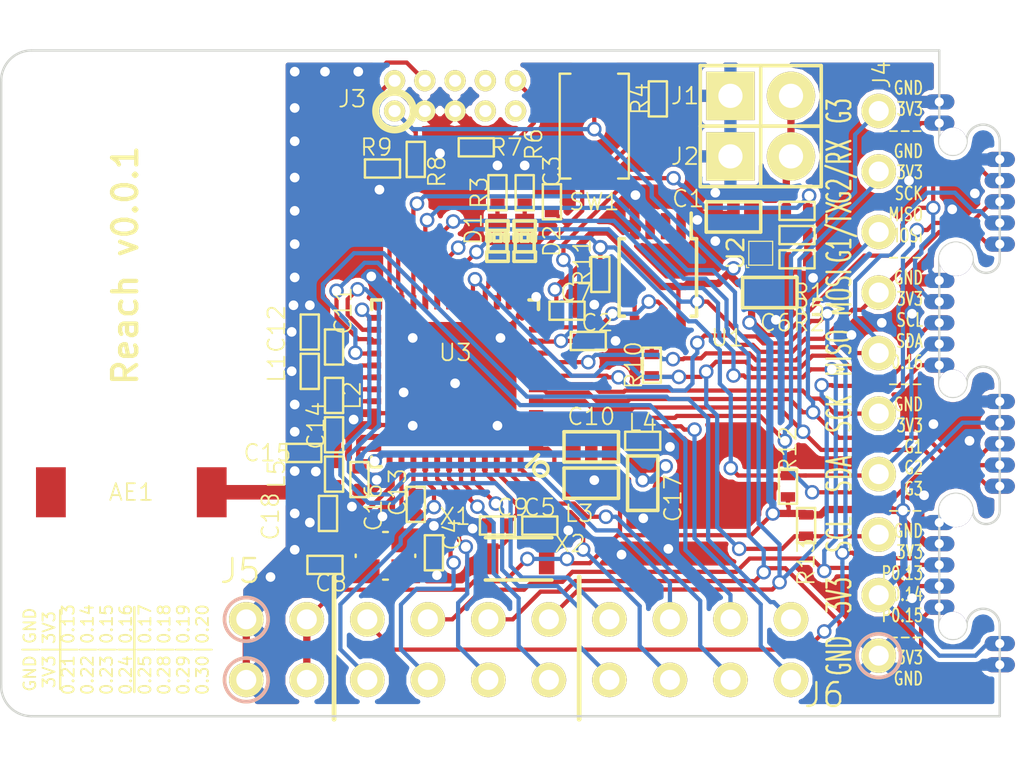
<source format=kicad_pcb>
(kicad_pcb (version 20171130) (host pcbnew "(5.1.12)-1")
  (title_block (title "Reach Target HW ") (company "Technical Machine, Inc.") (comment 1 "Copyright 2015"))
  (layers (0 F.Cu signal) (31 B.Cu signal) (34 B.Paste user) (35 F.Paste user) (36 B.SilkS user) (37 F.SilkS user) (38 B.Mask user) (39 F.Mask user) (44 Edge.Cuts user))
  (net 0 "")
  (net 1 GND)
  (net 2 /XC1)
  (net 3 /XC2)
  (net 4 +3V3)
  (net 5 /DEC1)
  (net 6 /AVDD_NRF)
  (net 7 /DEC2)
  (net 8 /XL2)
  (net 9 /XL1)
  (net 10 /VBATT)
  (net 11 /BATT_GAUGE)
  (net 12 /BUTTON)
  (net 13 /BLUE_LED)
  (net 14 /RED_LED)
  (net 15 /SWDCLK)
  (net 16 /KEY)
  (net 17 /~RST)
  (net 18 /SCL)
  (net 19 /SDA)
  (net 20 /SCK)
  (net 21 /MISO)
  (net 22 /MOSI)
  (net 23 /G1)
  (net 24 /G2)
  (net 25 /G3)
  (net 26 /DCC_L)
  (net 27 /DCC)
  (net 28 /VREG_EN)
  (net 29 /EEPROM_WP)
  (net 30 /EEEPROM_SDA)
  (net 31 /EEPROM_SCL)
  (net 32 "Net-(AE1-Pad2)")
  (net 33 "Net-(J3-Pad6)")
  (net 34 "Net-(J3-Pad8)")
  (net 35 "Net-(J3-Pad9)")
  (net 36 "Net-(U1-Pad1)")
  (net 37 "Net-(U1-Pad2)")
  (net 38 "Net-(U1-Pad3)")
  (net 39 /ANT)
  (net 40 /VDD_PA)
  (net 41 /ANT2)
  (net 42 /PI)
  (net 43 /BLED)
  (net 44 /RLED)
  (net 45 /ANT1)
  (net 46 /SWDIO-~RESET)
  (net 47 /P0.13)
  (net 48 /P0.14)
  (net 49 /P0.15)
  (net 50 /P0.16)
  (net 51 /P0.17)
  (net 52 /P0.18)
  (net 53 /P0.19)
  (net 54 /P0.20)
  (net 55 /P0.21)
  (net 56 /P0.22)
  (net 57 /P0.23)
  (net 58 /P0.24)
  (net 59 /P0.25)
  (net 60 /P0.28)
  (net 61 /P0.29)
  (net 62 /P0.30)
  (module !Parts:NPTH_0.055in (layer F.Cu) (at 90.8685 118.364)
    (fp_text reference H4 hide)
    (fp_text value HOLE hide)
    (pad "" np_thru_hole circle (at 0 0) (size 1.39954 1.39954) (drill 1.397) (layers *.Cu))
  )
  (module !Parts:FC-135 (layer F.Cu) (at 72.517 120.396)
    (fp_text reference X2 (at 2.159 -0.635) (layer F.SilkS) (effects (font (size 0.7 0.7) (thickness 0.075))))
    (fp_text value SC32S-12.5PF20PPM hide)
    (pad 1 smd rect (at 1.175 0) (size 0.65 1.3) (layers F.Cu F.Paste F.Mask) (net 9 /XL1))
    (pad 2 smd rect (at -1.175 0) (size 0.65 1.3) (layers F.Cu F.Paste F.Mask) (net 8 /XL2))
  )
  (module !Parts:ANTENNA-SMT-2.45GHz (layer F.Cu) (at 56.261 117.602 180)
    (fp_text reference AE1 (at 0 0 180) (layer F.SilkS) (effects (font (size 0.7 0.7) (thickness 0.075))))
    (fp_text value ANTENNA hide)
    (pad 1 smd rect (at -3.375 0 180) (size 1.25 2.1) (layers F.Cu F.Paste F.Mask) (net 39 /ANT))
    (pad 2 smd rect (at 3.375 0 180) (size 1.25 2.1) (layers F.Cu F.Paste F.Mask) (net 32 "Net-(AE1-Pad2)"))
  )
  (module LEDs:LED-0603 (layer F.Cu) (at 71.628 107.061 90)
    (fp_text reference D1 (at 0.508 -1.016 90) (layer F.SilkS) (effects (font (size 0.7 0.7) (thickness 0.075))))
    (fp_text value BLUE hide)
    (pad 1 smd rect (at -0.7493 0 90) (size 0.79756 0.79756) (layers F.Cu F.Paste F.Mask) (net 13 /BLUE_LED))
    (pad 2 smd rect (at 0.7493 0 90) (size 0.79756 0.79756) (layers F.Cu F.Paste F.Mask) (net 43 /BLED))
  )
  (module LEDs:LED-0603 (layer F.Cu) (at 72.771 107.061 90)
    (fp_text reference D2 (at 0 1.143 90) (layer F.SilkS) (effects (font (size 0.7 0.7) (thickness 0.075))))
    (fp_text value RED hide)
    (pad 1 smd rect (at -0.7493 0 90) (size 0.79756 0.79756) (layers F.Cu F.Paste F.Mask) (net 14 /RED_LED))
    (pad 2 smd rect (at 0.7493 0 90) (size 0.79756 0.79756) (layers F.Cu F.Paste F.Mask) (net 44 /RLED))
  )
  (module Pin_Headers:Pin_Header_Straight_1x02 (layer F.Cu) (at 82.677 100.965)
    (fp_text reference J1 (at -3.175 0) (layer F.SilkS) (effects (font (size 0.7 0.7) (thickness 0.075))))
    (fp_text value CONN_01X02 hide)
    (pad 1 thru_hole rect (at -1.27 0) (size 2.032 2.032) (drill 1.016) (layers *.Cu *.Mask F.SilkS) (net 1 GND))
    (pad 2 thru_hole oval (at 1.27 0) (size 2.032 2.032) (drill 1.016) (layers *.Cu *.Mask F.SilkS) (net 10 /VBATT))
  )
  (module Pin_Headers:Pin_Header_Straight_1x02 (layer F.Cu) (at 82.677 103.505)
    (fp_text reference J2 (at -3.175 0) (layer F.SilkS) (effects (font (size 0.7 0.7) (thickness 0.075))))
    (fp_text value CONN_01X02 hide)
    (pad 1 thru_hole rect (at -1.27 0) (size 2.032 2.032) (drill 1.016) (layers *.Cu *.Mask F.SilkS) (net 1 GND))
    (pad 2 thru_hole oval (at 1.27 0) (size 2.032 2.032) (drill 1.016) (layers *.Cu *.Mask F.SilkS) (net 10 /VBATT))
  )
  (module !Parts:MODULE_HEADER_TESSEL (layer F.Cu) (at 87.63 113.03 90)
    (fp_text reference J4 (at 12.954 0.127 90) (layer F.SilkS) (effects (font (size 0.7 0.7) (thickness 0.075))))
    (fp_text value MODULE_HEADER hide)
    (fp_text user G3 (at 11.43 -1.651 90) (layer F.SilkS) (effects (font (size 1 0.55) (thickness 0.1))))
    (fp_text user G2/RX (at 8.89 -1.651 90) (layer F.SilkS) (effects (font (size 1 0.55) (thickness 0.1))))
    (fp_text user G1/TX (at 6.35 -1.651 90) (layer F.SilkS) (effects (font (size 1 0.55) (thickness 0.1))))
    (fp_text user MOSI (at 3.81 -1.651 90) (layer F.SilkS) (effects (font (size 1 0.55) (thickness 0.1))))
    (fp_text user MISO (at 1.27 -1.651 90) (layer F.SilkS) (effects (font (size 1 0.55) (thickness 0.1))))
    (fp_text user SCK (at -1.27 -1.651 90) (layer F.SilkS) (effects (font (size 1 0.55) (thickness 0.1))))
    (fp_text user SDA (at -3.81 -1.651 90) (layer F.SilkS) (effects (font (size 1 0.55) (thickness 0.1))))
    (fp_text user SCL (at -6.35 -1.651 90) (layer F.SilkS) (effects (font (size 1 0.55) (thickness 0.1))))
    (fp_text user 3V3 (at -8.89 -1.651 90) (layer F.SilkS) (effects (font (size 1 0.55) (thickness 0.1))))
    (fp_text user GND (at -11.43 -1.651 90) (layer F.SilkS) (effects (font (size 1 0.55) (thickness 0.1))))
    (pad 1 thru_hole circle (at -11.43 0 90) (size 1.45 1.45) (drill 0.838) (layers *.Cu *.Mask F.SilkS) (net 1 GND))
    (pad 2 thru_hole circle (at -8.89 0 90) (size 1.45 1.45) (drill 0.838) (layers *.Cu *.Mask F.SilkS) (net 4 +3V3))
    (pad 3 thru_hole circle (at -6.35 0 90) (size 1.45 1.45) (drill 0.838) (layers *.Cu *.Mask F.SilkS) (net 18 /SCL))
    (pad 4 thru_hole circle (at -3.81 0 90) (size 1.45 1.45) (drill 0.838) (layers *.Cu *.Mask F.SilkS) (net 19 /SDA))
    (pad 5 thru_hole circle (at -1.27 0 90) (size 1.45 1.45) (drill 0.838) (layers *.Cu *.Mask F.SilkS) (net 20 /SCK))
    (pad 6 thru_hole circle (at 1.27 0 90) (size 1.45 1.45) (drill 0.838) (layers *.Cu *.Mask F.SilkS) (net 21 /MISO))
    (pad 7 thru_hole circle (at 3.81 0 90) (size 1.45 1.45) (drill 0.838) (layers *.Cu *.Mask F.SilkS) (net 22 /MOSI))
    (pad 8 thru_hole circle (at 6.35 0 90) (size 1.45 1.45) (drill 0.838) (layers *.Cu *.Mask F.SilkS) (net 23 /G1))
    (pad 9 thru_hole circle (at 8.89 0 90) (size 1.45 1.45) (drill 0.838) (layers *.Cu *.Mask F.SilkS) (net 24 /G2))
    (pad 10 thru_hole circle (at 11.43 0 90) (size 1.45 1.45) (drill 0.838) (layers *.Cu *.Mask F.SilkS) (net 25 /G3))
  )
  (module Housings_SSOP:TSSOP-8_3x3mm_Pitch0.65mm (layer F.Cu) (at 78.359 108.585 270)
    (fp_text reference U1 (at 2.54 -2.921) (layer F.SilkS) (effects (font (size 0.7 0.7) (thickness 0.075))))
    (fp_text value CAT24C02YI-GT3A hide)
    (pad 1 smd rect (at -2.15 -0.975 270) (size 1.1 0.4) (layers F.Cu F.Paste F.Mask) (net 36 "Net-(U1-Pad1)"))
    (pad 2 smd rect (at -2.15 -0.325 270) (size 1.1 0.4) (layers F.Cu F.Paste F.Mask) (net 37 "Net-(U1-Pad2)"))
    (pad 3 smd rect (at -2.15 0.325 270) (size 1.1 0.4) (layers F.Cu F.Paste F.Mask) (net 38 "Net-(U1-Pad3)"))
    (pad 4 smd rect (at -2.15 0.975 270) (size 1.1 0.4) (layers F.Cu F.Paste F.Mask) (net 1 GND))
    (pad 5 smd rect (at 2.15 0.975 270) (size 1.1 0.4) (layers F.Cu F.Paste F.Mask) (net 30 /EEEPROM_SDA))
    (pad 6 smd rect (at 2.15 0.325 270) (size 1.1 0.4) (layers F.Cu F.Paste F.Mask) (net 31 /EEPROM_SCL))
    (pad 7 smd rect (at 2.15 -0.325 270) (size 1.1 0.4) (layers F.Cu F.Paste F.Mask) (net 29 /EEPROM_WP))
    (pad 8 smd rect (at 2.15 -0.975 270) (size 1.1 0.4) (layers F.Cu F.Paste F.Mask) (net 4 +3V3))
  )
  (module tm-kicad-lib:QFN-48-1EP (layer F.Cu) (at 69.85 113.03 180)
    (fp_text reference U3 (at -0.01016 1.29032 180) (layer F.SilkS) (effects (font (size 0.7 0.7) (thickness 0.075))))
    (fp_text value nRF51822-QF hide)
    (pad 1 smd rect (at -3.39852 -2.74828 180) (size 0.59944 0.24892) (layers F.Cu F.Paste F.Mask) (net 4 +3V3))
    (pad 2 smd rect (at -3.39852 -2.2479 180) (size 0.59944 0.24892) (layers F.Cu F.Paste F.Mask) (net 27 /DCC))
    (pad 3 smd rect (at -3.39852 -1.74752 180) (size 0.59944 0.24892) (layers F.Cu F.Paste F.Mask) (net 62 /P0.30))
    (pad 4 smd rect (at -3.39852 -1.24714 180) (size 0.59944 0.24892) (layers F.Cu F.Paste F.Mask) (net 25 /G3))
    (pad 5 smd rect (at -3.39852 -0.7493 180) (size 0.59944 0.24892) (layers F.Cu F.Paste F.Mask) (net 24 /G2))
    (pad 6 smd rect (at -3.39852 -0.24892 180) (size 0.59944 0.24892) (layers F.Cu F.Paste F.Mask) (net 23 /G1))
    (pad 7 smd rect (at -3.39852 0.25146 180) (size 0.59944 0.24892) (layers F.Cu F.Paste F.Mask) (net 20 /SCK))
    (pad 8 smd rect (at -3.39852 0.75184 180) (size 0.59944 0.24892) (layers F.Cu F.Paste F.Mask) (net 22 /MOSI))
    (pad 9 smd rect (at -3.39852 1.25222 180) (size 0.59944 0.24892) (layers F.Cu F.Paste F.Mask) (net 21 /MISO))
    (pad 10 smd rect (at -3.39852 1.7526 180) (size 0.59944 0.24892) (layers F.Cu F.Paste F.Mask) (net 11 /BATT_GAUGE))
    (pad 11 smd rect (at -3.39852 2.25298 180) (size 0.59944 0.24892) (layers F.Cu F.Paste F.Mask) (net 29 /EEPROM_WP))
    (pad 12 smd rect (at -3.39852 2.75082 180) (size 0.59944 0.24892) (layers F.Cu F.Paste F.Mask) (net 4 +3V3))
    (pad 33 smd rect (at 3.39852 -1.25222 180) (size 0.59944 0.24892) (layers F.Cu F.Paste F.Mask) (net 1 GND))
    (pad 34 smd rect (at 3.39852 -1.75006 180) (size 0.59944 0.24892) (layers F.Cu F.Paste F.Mask) (net 1 GND))
    (pad 35 smd rect (at 3.39852 -2.25044 180) (size 0.59944 0.24892) (layers F.Cu F.Paste F.Mask) (net 6 /AVDD_NRF))
    (pad 36 smd rect (at 3.39852 -2.75082 180) (size 0.59944 0.24892) (layers F.Cu F.Paste F.Mask) (net 6 /AVDD_NRF))
    (pad 17 smd rect (at -0.7493 3.40106 180) (size 0.24892 0.59944) (layers F.Cu F.Paste F.Mask) (net 18 /SCL))
    (pad 18 smd rect (at -0.25 3.4 180) (size 0.24892 0.59944) (layers F.Cu F.Paste F.Mask) (net 19 /SDA))
    (pad 19 smd rect (at 0.24892 3.40106 180) (size 0.24892 0.59944) (layers F.Cu F.Paste F.Mask) (net 47 /P0.13))
    (pad 20 smd rect (at 0.7493 3.40106 180) (size 0.24892 0.59944) (layers F.Cu F.Paste F.Mask) (net 48 /P0.14))
    (pad 21 smd rect (at 1.24968 3.40106 180) (size 0.24892 0.59944) (layers F.Cu F.Paste F.Mask) (net 49 /P0.15))
    (pad 22 smd rect (at 1.75006 3.40106 180) (size 0.24892 0.59944) (layers F.Cu F.Paste F.Mask) (net 50 /P0.16))
    (pad 23 smd rect (at 2.25044 3.40106 180) (size 0.24892 0.59944) (layers F.Cu F.Paste F.Mask) (net 46 /SWDIO-~RESET))
    (pad 24 smd rect (at 2.75082 3.40106 180) (size 0.24892 0.59944) (layers F.Cu F.Paste F.Mask) (net 15 /SWDCLK))
    (pad 13 smd rect (at -2.74828 3.40106 180) (size 0.24892 0.59944) (layers F.Cu F.Paste F.Mask) (net 1 GND))
    (pad 14 smd rect (at -2.2479 3.40106 180) (size 0.24892 0.59944) (layers F.Cu F.Paste F.Mask) (net 12 /BUTTON))
    (pad 15 smd rect (at -1.74752 3.40106 180) (size 0.24892 0.59944) (layers F.Cu F.Paste F.Mask) (net 14 /RED_LED))
    (pad 16 smd rect (at -1.24968 3.40106 180) (size 0.24892 0.59944) (layers F.Cu F.Paste F.Mask) (net 13 /BLUE_LED))
    (pad 25 smd rect (at 3.39852 2.74828 180) (size 0.59944 0.24892) (layers F.Cu F.Paste F.Mask) (net 51 /P0.17))
    (pad 26 smd rect (at 3.40106 2.2479 180) (size 0.59944 0.24892) (layers F.Cu F.Paste F.Mask) (net 52 /P0.18))
    (pad 27 smd rect (at 3.40106 1.75006 180) (size 0.59944 0.24892) (layers F.Cu F.Paste F.Mask) (net 53 /P0.19))
    (pad 28 smd rect (at 3.40106 1.24968 180) (size 0.59944 0.24892) (layers F.Cu F.Paste F.Mask) (net 54 /P0.20))
    (pad 29 smd rect (at 3.40106 0.7493 180) (size 0.59944 0.24892) (layers F.Cu F.Paste F.Mask) (net 7 /DEC2))
    (pad 30 smd rect (at 3.40106 0.24892 180) (size 0.59944 0.24892) (layers F.Cu F.Paste F.Mask) (net 40 /VDD_PA))
    (pad 31 smd rect (at 3.40106 -0.25146 180) (size 0.59944 0.24892) (layers F.Cu F.Paste F.Mask) (net 45 /ANT1))
    (pad 32 smd rect (at 3.40106 -0.75184 180) (size 0.59944 0.24892) (layers F.Cu F.Paste F.Mask) (net 41 /ANT2))
    (pad 37 smd rect (at 2.75082 -3.39852 180) (size 0.24892 0.59944) (layers F.Cu F.Paste F.Mask) (net 2 /XC1))
    (pad 38 smd rect (at 2.25044 -3.39852 180) (size 0.24892 0.59944) (layers F.Cu F.Paste F.Mask) (net 3 /XC2))
    (pad 39 smd rect (at 1.75006 -3.39852 180) (size 0.24892 0.59944) (layers F.Cu F.Paste F.Mask) (net 5 /DEC1))
    (pad 40 smd rect (at 1.25222 -3.39852 180) (size 0.24892 0.59944) (layers F.Cu F.Paste F.Mask) (net 55 /P0.21))
    (pad 41 smd rect (at 0.75184 -3.39852 180) (size 0.24892 0.59944) (layers F.Cu F.Paste F.Mask) (net 56 /P0.22))
    (pad 42 smd rect (at 0.25146 -3.39852 180) (size 0.24892 0.59944) (layers F.Cu F.Paste F.Mask) (net 57 /P0.23))
    (pad 43 smd rect (at -0.24892 -3.39852 180) (size 0.24892 0.59944) (layers F.Cu F.Paste F.Mask) (net 58 /P0.24))
    (pad 44 smd rect (at -0.7493 -3.39852 180) (size 0.24892 0.59944) (layers F.Cu F.Paste F.Mask) (net 59 /P0.25))
    (pad 45 smd rect (at -1.24968 -3.39852 180) (size 0.24892 0.59944) (layers F.Cu F.Paste F.Mask) (net 8 /XL2))
    (pad 46 smd rect (at -1.75006 -3.39852 180) (size 0.24892 0.59944) (layers F.Cu F.Paste F.Mask) (net 9 /XL1))
    (pad 47 smd rect (at -2.2479 -3.39852 180) (size 0.24892 0.59944) (layers F.Cu F.Paste F.Mask) (net 60 /P0.28))
    (pad 48 smd rect (at -2.74828 -3.39852 180) (size 0.24892 0.59944) (layers F.Cu F.Paste F.Mask) (net 61 /P0.29))
    (pad 49 smd rect (at 0 0 90) (size 5.15 5.15) (layers F.Cu F.Paste F.Mask) (net 1 GND))
  )
  (module !Parts:SMD-0603-C (layer F.Cu) (at 81.534 106.045 180)
    (fp_text reference C1 (at 1.905 0.762 180) (layer F.SilkS) (effects (font (size 0.7 0.7) (thickness 0.075))))
    (fp_text value 4.7uF hide)
    (pad 1 smd rect (at -0.762 0 180) (size 0.635 1.143) (layers F.Cu F.Paste F.Mask) (net 10 /VBATT))
    (pad 2 smd rect (at 0.762 0 180) (size 0.635 1.143) (layers F.Cu F.Paste F.Mask) (net 1 GND))
  )
  (module !Parts:SMD-0402-C (layer F.Cu) (at 75.438 111.252)
    (fp_text reference C2 (at 0.381 -0.762) (layer F.SilkS) (effects (font (size 0.7 0.7) (thickness 0.075))))
    (fp_text value 100nF hide)
    (pad 2 smd rect (at 0.44958 0) (size 0.39878 0.59944) (layers F.Cu F.Paste F.Mask) (net 1 GND))
    (pad 1 smd rect (at -0.44958 0) (size 0.39878 0.59944) (layers F.Cu F.Paste F.Mask) (net 11 /BATT_GAUGE))
  )
  (module !Parts:SMD-0402-C (layer F.Cu) (at 73.914 105.41 90)
    (fp_text reference C3 (at 1.27 0 90) (layer F.SilkS) (effects (font (size 0.7 0.7) (thickness 0.075))))
    (fp_text value 1nF hide)
    (pad 2 smd rect (at 0.44958 0 90) (size 0.39878 0.59944) (layers F.Cu F.Paste F.Mask) (net 1 GND))
    (pad 1 smd rect (at -0.44958 0 90) (size 0.39878 0.59944) (layers F.Cu F.Paste F.Mask) (net 12 /BUTTON))
  )
  (module !Parts:SMD-0402-C (layer F.Cu) (at 68.961 120.142 270)
    (fp_text reference C4 (at -0.762 -0.762 270) (layer F.SilkS) (effects (font (size 0.7 0.7) (thickness 0.075))))
    (fp_text value 8pF hide)
    (pad 2 smd rect (at 0.44958 0 270) (size 0.39878 0.59944) (layers F.Cu F.Paste F.Mask) (net 1 GND))
    (pad 1 smd rect (at -0.44958 0 270) (size 0.39878 0.59944) (layers F.Cu F.Paste F.Mask) (net 3 /XC2))
  )
  (module !Parts:SMD-0402-C (layer F.Cu) (at 73.406 118.999)
    (fp_text reference C5 (at 0 -0.762) (layer F.SilkS) (effects (font (size 0.7 0.7) (thickness 0.075))))
    (fp_text value 12pF hide)
    (pad 2 smd rect (at 0.44958 0) (size 0.39878 0.59944) (layers F.Cu F.Paste F.Mask) (net 1 GND))
    (pad 1 smd rect (at -0.44958 0) (size 0.39878 0.59944) (layers F.Cu F.Paste F.Mask) (net 9 /XL1))
  )
  (module !Parts:SMD-0603-C (layer F.Cu) (at 83.058 109.22)
    (fp_text reference C6 (at 0.254 1.27) (layer F.SilkS) (effects (font (size 0.7 0.7) (thickness 0.075))))
    (fp_text value 4.7uF hide)
    (pad 1 smd rect (at -0.762 0) (size 0.635 1.143) (layers F.Cu F.Paste F.Mask) (net 4 +3V3))
    (pad 2 smd rect (at 0.762 0) (size 0.635 1.143) (layers F.Cu F.Paste F.Mask) (net 1 GND))
  )
  (module !Parts:SMD-0402-C (layer F.Cu) (at 74.549 109.982)
    (fp_text reference C7 (at 0.381 -0.762) (layer F.SilkS) (effects (font (size 0.7 0.7) (thickness 0.075))))
    (fp_text value "100nF 10% X7R" hide)
    (pad 2 smd rect (at 0.44958 0) (size 0.39878 0.59944) (layers F.Cu F.Paste F.Mask) (net 1 GND))
    (pad 1 smd rect (at -0.44958 0) (size 0.39878 0.59944) (layers F.Cu F.Paste F.Mask) (net 4 +3V3))
  )
  (module !Parts:SMD-0402-C (layer F.Cu) (at 64.389 120.65 180)
    (fp_text reference C8 (at -0.254 -0.762 180) (layer F.SilkS) (effects (font (size 0.7 0.7) (thickness 0.075))))
    (fp_text value 8pF hide)
    (pad 2 smd rect (at 0.44958 0 180) (size 0.39878 0.59944) (layers F.Cu F.Paste F.Mask) (net 1 GND))
    (pad 1 smd rect (at -0.44958 0 180) (size 0.39878 0.59944) (layers F.Cu F.Paste F.Mask) (net 2 /XC1))
  )
  (module !Parts:SMD-0402-C (layer F.Cu) (at 71.628 118.999 180)
    (fp_text reference C9 (at -0.635 0.762 180) (layer F.SilkS) (effects (font (size 0.7 0.7) (thickness 0.075))))
    (fp_text value 12pF hide)
    (pad 2 smd rect (at 0.44958 0 180) (size 0.39878 0.59944) (layers F.Cu F.Paste F.Mask) (net 1 GND))
    (pad 1 smd rect (at -0.44958 0 180) (size 0.39878 0.59944) (layers F.Cu F.Paste F.Mask) (net 8 /XL2))
  )
  (module !Parts:SMD-0603-C (layer F.Cu) (at 75.565 117.221)
    (fp_text reference C10 (at 0 -2.794) (layer F.SilkS) (effects (font (size 0.7 0.7) (thickness 0.075))))
    (fp_text value "4.7uF 10% X5R" hide)
    (pad 1 smd rect (at -0.762 0) (size 0.635 1.143) (layers F.Cu F.Paste F.Mask) (net 4 +3V3))
    (pad 2 smd rect (at 0.762 0) (size 0.635 1.143) (layers F.Cu F.Paste F.Mask) (net 1 GND))
  )
  (module !Parts:SMD-0402-C (layer F.Cu) (at 63.750142 110.877632 90)
    (fp_text reference C12 (at 0.133632 -1.393142 90) (layer F.SilkS) (effects (font (size 0.7 0.7) (thickness 0.075))))
    (fp_text value 2.2nF hide)
    (pad 2 smd rect (at 0.44958 0 90) (size 0.39878 0.59944) (layers F.Cu F.Paste F.Mask) (net 1 GND))
    (pad 1 smd rect (at -0.44958 0 90) (size 0.39878 0.59944) (layers F.Cu F.Paste F.Mask) (net 40 /VDD_PA))
  )
  (module !Parts:SMD-0402-C (layer F.Cu) (at 68.199 118.11 270)
    (fp_text reference C13 (at -0.508 0.762 270) (layer F.SilkS) (effects (font (size 0.7 0.7) (thickness 0.075))))
    (fp_text value "100nF 10% X7R" hide)
    (pad 2 smd rect (at 0.44958 0 270) (size 0.39878 0.59944) (layers F.Cu F.Paste F.Mask) (net 1 GND))
    (pad 1 smd rect (at -0.44958 0 270) (size 0.39878 0.59944) (layers F.Cu F.Paste F.Mask) (net 5 /DEC1))
  )
  (module !Parts:SMD-0402-C (layer F.Cu) (at 64.77 115.189 90)
    (fp_text reference C14 (at 0.381 -0.762 90) (layer F.SilkS) (effects (font (size 0.7 0.7) (thickness 0.075))))
    (fp_text value "2.2pF +/-0.1pF NPO" hide)
    (pad 2 smd rect (at 0.44958 0 90) (size 0.39878 0.59944) (layers F.Cu F.Paste F.Mask) (net 41 /ANT2))
    (pad 1 smd rect (at -0.44958 0 90) (size 0.39878 0.59944) (layers F.Cu F.Paste F.Mask) (net 42 /PI))
  )
  (module !Parts:SMD-0402-C (layer F.Cu) (at 63.5 115.951 180)
    (fp_text reference C15 (at 1.524 0 180) (layer F.SilkS) (effects (font (size 0.7 0.7) (thickness 0.075))))
    (fp_text value "1pF +/-0.1pF NPO" hide)
    (pad 2 smd rect (at 0.44958 0 180) (size 0.39878 0.59944) (layers F.Cu F.Paste F.Mask) (net 1 GND))
    (pad 1 smd rect (at -0.44958 0 180) (size 0.39878 0.59944) (layers F.Cu F.Paste F.Mask) (net 42 /PI))
  )
  (module !Parts:SMD-0402-C (layer F.Cu) (at 65.8368 117.0686 270)
    (fp_text reference C16 (at 1.1684 -0.5842 270) (layer F.SilkS) (effects (font (size 0.7 0.7) (thickness 0.075))))
    (fp_text value "1nF 10% X7R" hide)
    (pad 2 smd rect (at 0.44958 0 270) (size 0.39878 0.59944) (layers F.Cu F.Paste F.Mask) (net 1 GND))
    (pad 1 smd rect (at -0.44958 0 270) (size 0.39878 0.59944) (layers F.Cu F.Paste F.Mask) (net 6 /AVDD_NRF))
  )
  (module !Parts:SMD-0603-C (layer F.Cu) (at 77.724 117.221 270)
    (fp_text reference C17 (at 0.635 -1.27 270) (layer F.SilkS) (effects (font (size 0.7 0.7) (thickness 0.075))))
    (fp_text value "1.0uF 10% X7R" hide)
    (pad 1 smd rect (at -0.762 0 270) (size 0.635 1.143) (layers F.Cu F.Paste F.Mask) (net 6 /AVDD_NRF))
    (pad 2 smd rect (at 0.762 0 270) (size 0.635 1.143) (layers F.Cu F.Paste F.Mask) (net 1 GND))
  )
  (module !Parts:SMD-0402-C (layer F.Cu) (at 64.516 118.491 270)
    (fp_text reference C18 (at 0.126999 2.413 270) (layer F.SilkS) (effects (font (size 0.7 0.7) (thickness 0.075))))
    (fp_text value "1.5pF +/-0.1pF NPO" hide)
    (pad 2 smd rect (at 0.44958 0 270) (size 0.39878 0.59944) (layers F.Cu F.Paste F.Mask) (net 1 GND))
    (pad 1 smd rect (at -0.44958 0 270) (size 0.39878 0.59944) (layers F.Cu F.Paste F.Mask) (net 39 /ANT))
  )
  (module !Parts:SMD-0402-R (layer F.Cu) (at 63.750142 112.528632 270)
    (fp_text reference L1 (at -0.133632 1.393142 270) (layer F.SilkS) (effects (font (size 0.7 0.7) (thickness 0.075))))
    (fp_text value "10nH 5% HF" hide)
    (pad 2 smd rect (at 0.44958 0 270) (size 0.39878 0.59944) (layers F.Cu F.Paste F.Mask) (net 45 /ANT1))
    (pad 1 smd rect (at -0.44958 0 270) (size 0.39878 0.59944) (layers F.Cu F.Paste F.Mask) (net 40 /VDD_PA))
  )
  (module !Parts:SMD-0402-R (layer F.Cu) (at 64.77 113.538 270)
    (fp_text reference L2 (at 0 -0.762 270) (layer F.SilkS) (effects (font (size 0.7 0.7) (thickness 0.075))))
    (fp_text value "4.7nH 5% HF" hide)
    (pad 2 smd rect (at 0.44958 0 270) (size 0.39878 0.59944) (layers F.Cu F.Paste F.Mask) (net 41 /ANT2))
    (pad 1 smd rect (at -0.44958 0 270) (size 0.39878 0.59944) (layers F.Cu F.Paste F.Mask) (net 45 /ANT1))
  )
  (module !Parts:SMD-0603-R (layer F.Cu) (at 75.565 115.697 180)
    (fp_text reference L3 (at 0.508 -2.794 180) (layer F.SilkS) (effects (font (size 0.7 0.7) (thickness 0.075))))
    (fp_text value LBMF1608T100K hide)
    (pad 1 smd rect (at -0.762 0 180) (size 0.635 1.143) (layers F.Cu F.Paste F.Mask) (net 26 /DCC_L))
    (pad 2 smd rect (at 0.762 0 180) (size 0.635 1.143) (layers F.Cu F.Paste F.Mask) (net 27 /DCC))
  )
  (module !Parts:SMD-0402-R (layer F.Cu) (at 77.724 115.443 180)
    (fp_text reference L4 (at 0 0.762 180) (layer F.SilkS) (effects (font (size 0.7 0.7) (thickness 0.075))))
    (fp_text value CW100505-15NJ hide)
    (pad 2 smd rect (at 0.44958 0 180) (size 0.39878 0.59944) (layers F.Cu F.Paste F.Mask) (net 26 /DCC_L))
    (pad 1 smd rect (at -0.44958 0 180) (size 0.39878 0.59944) (layers F.Cu F.Paste F.Mask) (net 6 /AVDD_NRF))
  )
  (module !Parts:SMD-0402-R (layer F.Cu) (at 64.77 116.84 90)
    (fp_text reference L5 (at 0 -2.413 90) (layer F.SilkS) (effects (font (size 0.7 0.7) (thickness 0.075))))
    (fp_text value "3.3nH 5% HF" hide)
    (pad 2 smd rect (at 0.44958 0 90) (size 0.39878 0.59944) (layers F.Cu F.Paste F.Mask) (net 42 /PI))
    (pad 1 smd rect (at -0.44958 0 90) (size 0.39878 0.59944) (layers F.Cu F.Paste F.Mask) (net 39 /ANT))
  )
  (module !Parts:SMD-0402-R (layer F.Cu) (at 84.201 105.791)
    (fp_text reference R1 (at 0.508 3.429) (layer F.SilkS) (effects (font (size 0.7 0.7) (thickness 0.075))))
    (fp_text value "619kR 1%" hide)
    (pad 2 smd rect (at 0.44958 0) (size 0.39878 0.59944) (layers F.Cu F.Paste F.Mask) (net 11 /BATT_GAUGE))
    (pad 1 smd rect (at -0.44958 0) (size 0.39878 0.59944) (layers F.Cu F.Paste F.Mask) (net 10 /VBATT))
  )
  (module !Parts:SMD-0402-R (layer F.Cu) (at 84.201 107.823 180)
    (fp_text reference R2 (at -0.508 -2.667 180) (layer F.SilkS) (effects (font (size 0.7 0.7) (thickness 0.075))))
    (fp_text value "100kR 1%" hide)
    (pad 2 smd rect (at 0.44958 0 180) (size 0.39878 0.59944) (layers F.Cu F.Paste F.Mask) (net 1 GND))
    (pad 1 smd rect (at -0.44958 0 180) (size 0.39878 0.59944) (layers F.Cu F.Paste F.Mask) (net 11 /BATT_GAUGE))
  )
  (module !Parts:SMD-0402-R (layer F.Cu) (at 71.628 105.029 90)
    (fp_text reference R3 (at 0 -0.762 90) (layer F.SilkS) (effects (font (size 0.7 0.7) (thickness 0.075))))
    (fp_text value 1kR hide)
    (pad 2 smd rect (at 0.44958 0 90) (size 0.39878 0.59944) (layers F.Cu F.Paste F.Mask) (net 1 GND))
    (pad 1 smd rect (at -0.44958 0 90) (size 0.39878 0.59944) (layers F.Cu F.Paste F.Mask) (net 43 /BLED))
  )
  (module !Parts:SMD-0402-R (layer F.Cu) (at 78.359 101.092 90)
    (fp_text reference R4 (at 0 -0.762 90) (layer F.SilkS) (effects (font (size 0.7 0.7) (thickness 0.075))))
    (fp_text value 100kR hide)
    (pad 2 smd rect (at 0.44958 0 90) (size 0.39878 0.59944) (layers F.Cu F.Paste F.Mask) (net 1 GND))
    (pad 1 smd rect (at -0.44958 0 90) (size 0.39878 0.59944) (layers F.Cu F.Paste F.Mask) (net 12 /BUTTON))
  )
  (module !Parts:SMD-0402-R (layer F.Cu) (at 84.201 106.807)
    (fp_text reference R5 (at 0.508 3.048) (layer F.SilkS) (effects (font (size 0.7 0.7) (thickness 0.075))))
    (fp_text value 1kR hide)
    (pad 2 smd rect (at 0.44958 0) (size 0.39878 0.59944) (layers F.Cu F.Paste F.Mask) (net 11 /BATT_GAUGE))
    (pad 1 smd rect (at -0.44958 0) (size 0.39878 0.59944) (layers F.Cu F.Paste F.Mask) (net 28 /VREG_EN))
  )
  (module !Parts:SMD-0402-R (layer F.Cu) (at 72.771 105.029 90)
    (fp_text reference R6 (at 2.032 0.381 90) (layer F.SilkS) (effects (font (size 0.7 0.7) (thickness 0.075))))
    (fp_text value 1kR hide)
    (pad 2 smd rect (at 0.44958 0 90) (size 0.39878 0.59944) (layers F.Cu F.Paste F.Mask) (net 1 GND))
    (pad 1 smd rect (at -0.44958 0 90) (size 0.39878 0.59944) (layers F.Cu F.Paste F.Mask) (net 44 /RLED))
  )
  (module !Parts:SMD-0402-R (layer F.Cu) (at 70.739 103.124)
    (fp_text reference R7 (at 1.27 0) (layer F.SilkS) (effects (font (size 0.7 0.7) (thickness 0.075))))
    (fp_text value "0R DNP" hide)
    (pad 2 smd rect (at 0.44958 0) (size 0.39878 0.59944) (layers F.Cu F.Paste F.Mask) (net 17 /~RST))
    (pad 1 smd rect (at -0.44958 0) (size 0.39878 0.59944) (layers F.Cu F.Paste F.Mask) (net 46 /SWDIO-~RESET))
  )
  (module !Parts:SMD-0402-R (layer F.Cu) (at 68.199 103.632 270)
    (fp_text reference R8 (at 0.508 -0.889 270) (layer F.SilkS) (effects (font (size 0.7 0.7) (thickness 0.075))))
    (fp_text value "10kR DNP" hide)
    (pad 2 smd rect (at 0.44958 0 270) (size 0.39878 0.59944) (layers F.Cu F.Paste F.Mask) (net 46 /SWDIO-~RESET))
    (pad 1 smd rect (at -0.44958 0 270) (size 0.39878 0.59944) (layers F.Cu F.Paste F.Mask) (net 4 +3V3))
  )
  (module !Parts:SMD-0402-R (layer F.Cu) (at 66.802 104.013 180)
    (fp_text reference R9 (at 0.254 0.889 180) (layer F.SilkS) (effects (font (size 0.7 0.7) (thickness 0.075))))
    (fp_text value "10kR DNP" hide)
    (pad 2 smd rect (at 0.44958 0 180) (size 0.39878 0.59944) (layers F.Cu F.Paste F.Mask) (net 1 GND))
    (pad 1 smd rect (at -0.44958 0 180) (size 0.39878 0.59944) (layers F.Cu F.Paste F.Mask) (net 46 /SWDIO-~RESET))
  )
  (module !Parts:SMD-0402-R (layer F.Cu) (at 78.105 112.268 90)
    (fp_text reference R10 (at 0 -0.762 90) (layer F.SilkS) (effects (font (size 0.7 0.7) (thickness 0.075))))
    (fp_text value "0R DNP" hide)
    (pad 2 smd rect (at 0.44958 0 90) (size 0.39878 0.59944) (layers F.Cu F.Paste F.Mask) (net 31 /EEPROM_SCL))
    (pad 1 smd rect (at -0.44958 0 90) (size 0.39878 0.59944) (layers F.Cu F.Paste F.Mask) (net 18 /SCL))
  )
  (module !Parts:SMD-0402-R (layer F.Cu) (at 75.946 108.458 270)
    (fp_text reference R11 (at -0.508 0.762 270) (layer F.SilkS) (effects (font (size 0.7 0.7) (thickness 0.075))))
    (fp_text value "0R DNP" hide)
    (pad 2 smd rect (at 0.44958 0 270) (size 0.39878 0.59944) (layers F.Cu F.Paste F.Mask) (net 30 /EEEPROM_SDA))
    (pad 1 smd rect (at -0.44958 0 270) (size 0.39878 0.59944) (layers F.Cu F.Paste F.Mask) (net 19 /SDA))
  )
  (module !Parts:SMD-0402-R (layer F.Cu) (at 83.82 117.348 90)
    (fp_text reference R12 (at 1.524 0 90) (layer F.SilkS) (effects (font (size 0.7 0.7) (thickness 0.075))))
    (fp_text value "10kR DNP" hide)
    (pad 2 smd rect (at 0.44958 0 90) (size 0.39878 0.59944) (layers F.Cu F.Paste F.Mask) (net 19 /SDA))
    (pad 1 smd rect (at -0.44958 0 90) (size 0.39878 0.59944) (layers F.Cu F.Paste F.Mask) (net 4 +3V3))
  )
  (module !Parts:SMD-0402-R (layer F.Cu) (at 84.582 118.999 270)
    (fp_text reference R13 (at 1.524 0 270) (layer F.SilkS) (effects (font (size 0.7 0.7) (thickness 0.075))))
    (fp_text value "10kR DNP" hide)
    (pad 2 smd rect (at 0.44958 0 270) (size 0.39878 0.59944) (layers F.Cu F.Paste F.Mask) (net 18 /SCL))
    (pad 1 smd rect (at -0.44958 0 270) (size 0.39878 0.59944) (layers F.Cu F.Paste F.Mask) (net 4 +3V3))
  )
  (module !Parts:SMD-0402-C (layer F.Cu) (at 64.77 111.506 90)
    (fp_text reference C11 (at 1.524 0.381 90) (layer F.SilkS) (effects (font (size 0.7 0.7) (thickness 0.075))))
    (fp_text value "47nF 10% X7R" hide)
    (pad 2 smd rect (at 0.44958 0 90) (size 0.39878 0.59944) (layers F.Cu F.Paste F.Mask) (net 1 GND))
    (pad 1 smd rect (at -0.44958 0 90) (size 0.39878 0.59944) (layers F.Cu F.Paste F.Mask) (net 7 /DEC2))
  )
  (module !Parts:CONN_02x05_0.05in (layer F.Cu) (at 69.85 100.965)
    (fp_text reference J3 (at -4.318 0.127) (layer F.SilkS) (effects (font (size 0.7 0.7) (thickness 0.075))))
    (fp_text value CONN_02X05 hide)
    (pad 1 thru_hole circle (at -2.54 0.635 90) (size 0.889 0.889) (drill 0.508) (layers *.Cu *.Mask F.SilkS) (net 4 +3V3))
    (pad 2 thru_hole circle (at -2.54 -0.635 90) (size 0.889 0.889) (drill 0.508) (layers *.Cu *.Mask F.SilkS) (net 46 /SWDIO-~RESET))
    (pad 3 thru_hole circle (at -1.27 0.635 90) (size 0.889 0.889) (drill 0.508) (layers *.Cu *.Mask F.SilkS) (net 1 GND))
    (pad 4 thru_hole circle (at -1.27 -0.635 90) (size 0.889 0.889) (drill 0.508) (layers *.Cu *.Mask F.SilkS) (net 15 /SWDCLK))
    (pad 5 thru_hole circle (at 0 0.635 90) (size 0.889 0.889) (drill 0.508) (layers *.Cu *.Mask F.SilkS) (net 1 GND))
    (pad 6 thru_hole circle (at 0 -0.635 90) (size 0.889 0.889) (drill 0.508) (layers *.Cu *.Mask F.SilkS) (net 33 "Net-(J3-Pad6)"))
    (pad 7 thru_hole circle (at 1.27 0.635 90) (size 0.889 0.889) (drill 0.508) (layers *.Cu *.Mask F.SilkS) (net 16 /KEY))
    (pad 8 thru_hole circle (at 1.27 -0.635 90) (size 0.889 0.889) (drill 0.508) (layers *.Cu *.Mask F.SilkS) (net 34 "Net-(J3-Pad8)"))
    (pad 9 thru_hole circle (at 2.54 0.635 90) (size 0.889 0.889) (drill 0.508) (layers *.Cu *.Mask F.SilkS) (net 35 "Net-(J3-Pad9)"))
    (pad 10 thru_hole circle (at 2.54 -0.635 90) (size 0.889 0.889) (drill 0.508) (layers *.Cu *.Mask F.SilkS) (net 17 /~RST))
  )
  (module !Parts:TL1015AF160QG (layer F.Cu) (at 75.692 102.235 270)
    (fp_text reference SW1 (at 3.175 0 180) (layer F.SilkS) (effects (font (size 0.7 0.7) (thickness 0.075))))
    (fp_text value TL1015AF160QG hide)
    (pad 1 smd rect (at -2.075 0 270) (size 0.95 1.4) (layers F.Cu F.Paste F.Mask) (net 4 +3V3))
    (pad 2 smd rect (at 2.075 0 270) (size 0.95 1.4) (layers F.Cu F.Paste F.Mask) (net 12 /BUTTON))
  )
  (module !Parts:CX2520DB (layer F.Cu) (at 66.929 120.269 180)
    (fp_text reference X1 (at -2.921 1.651 180) (layer F.SilkS) (effects (font (size 0.7 0.7) (thickness 0.075))))
    (fp_text value CX2520DB16000D0GEJCC hide)
    (pad 4 smd rect (at -0.85 -0.65 180) (size 1.2 1) (layers F.Cu F.Paste F.Mask) (net 1 GND))
    (pad 3 smd rect (at 0.85 -0.65 180) (size 1.2 1) (layers F.Cu F.Paste F.Mask) (net 2 /XC1))
    (pad 2 smd rect (at 0.85 0.65 180) (size 1.2 1) (layers F.Cu F.Paste F.Mask) (net 1 GND))
    (pad 1 smd rect (at -0.85 0.65 180) (size 1.2 1) (layers F.Cu F.Paste F.Mask) (net 3 /XC2))
  )
  (module !Parts:NPTH_0.045in (layer F.Cu) (at 90.7415 102.87)
    (fp_text reference H1 hide)
    (fp_text value HOLE hide)
    (pad "" np_thru_hole circle (at 0 0) (size 1.14554 1.14554) (drill 1.143) (layers *.Cu))
  )
  (module !Parts:NPTH_0.055in (layer F.Cu) (at 90.8685 107.823)
    (fp_text reference H2 hide)
    (fp_text value HOLE hide)
    (pad "" np_thru_hole circle (at 0 0) (size 1.39954 1.39954) (drill 1.397) (layers *.Cu))
  )
  (module !Parts:NPTH_0.045in (layer F.Cu) (at 90.7415 113.03)
    (fp_text reference H3 hide)
    (fp_text value HOLE hide)
    (pad "" np_thru_hole circle (at 0 0) (size 1.14554 1.14554) (drill 1.143) (layers *.Cu))
  )
  (module !Parts:NPTH_0.045in (layer F.Cu) (at 90.7415 123.19)
    (fp_text reference H5 hide)
    (fp_text value HOLE hide)
    (pad "" np_thru_hole circle (at 0 0) (size 1.14554 1.14554) (drill 1.143) (layers *.Cu))
  )
  (module !Parts:MODULE_HEADER_TESSEL (layer F.Cu) (at 72.517 122.936)
    (fp_text reference J5 (at -11.684 -2.032) (layer F.SilkS) (effects (font (thickness 0.1))))
    (fp_text value MODULE_HEADER hide)
    (pad 1 thru_hole circle (at -11.43 0) (size 1.45 1.45) (drill 0.838) (layers *.Cu *.Mask F.SilkS) (net 1 GND))
    (pad 2 thru_hole circle (at -8.89 0) (size 1.45 1.45) (drill 0.838) (layers *.Cu *.Mask F.SilkS) (net 4 +3V3))
    (pad 3 thru_hole circle (at -6.35 0) (size 1.45 1.45) (drill 0.838) (layers *.Cu *.Mask F.SilkS) (net 47 /P0.13))
    (pad 4 thru_hole circle (at -3.81 0) (size 1.45 1.45) (drill 0.838) (layers *.Cu *.Mask F.SilkS) (net 48 /P0.14))
    (pad 5 thru_hole circle (at -1.27 0) (size 1.45 1.45) (drill 0.838) (layers *.Cu *.Mask F.SilkS) (net 49 /P0.15))
    (pad 6 thru_hole circle (at 1.27 0) (size 1.45 1.45) (drill 0.838) (layers *.Cu *.Mask F.SilkS) (net 50 /P0.16))
    (pad 7 thru_hole circle (at 3.81 0) (size 1.45 1.45) (drill 0.838) (layers *.Cu *.Mask F.SilkS) (net 51 /P0.17))
    (pad 8 thru_hole circle (at 6.35 0) (size 1.45 1.45) (drill 0.838) (layers *.Cu *.Mask F.SilkS) (net 52 /P0.18))
    (pad 9 thru_hole circle (at 8.89 0) (size 1.45 1.45) (drill 0.838) (layers *.Cu *.Mask F.SilkS) (net 53 /P0.19))
    (pad 10 thru_hole circle (at 11.43 0) (size 1.45 1.45) (drill 0.838) (layers *.Cu *.Mask F.SilkS) (net 54 /P0.20))
  )
  (module !Parts:MODULE_HEADER_TESSEL (layer F.Cu) (at 72.517 125.476)
    (fp_text reference J6 (at 12.827 0.635) (layer F.SilkS) (effects (font (thickness 0.1))))
    (fp_text value MODULE_HEADER hide)
    (pad 1 thru_hole circle (at -11.43 0) (size 1.45 1.45) (drill 0.838) (layers *.Cu *.Mask F.SilkS) (net 1 GND))
    (pad 2 thru_hole circle (at -8.89 0) (size 1.45 1.45) (drill 0.838) (layers *.Cu *.Mask F.SilkS) (net 4 +3V3))
    (pad 3 thru_hole circle (at -6.35 0) (size 1.45 1.45) (drill 0.838) (layers *.Cu *.Mask F.SilkS) (net 55 /P0.21))
    (pad 4 thru_hole circle (at -3.81 0) (size 1.45 1.45) (drill 0.838) (layers *.Cu *.Mask F.SilkS) (net 56 /P0.22))
    (pad 5 thru_hole circle (at -1.27 0) (size 1.45 1.45) (drill 0.838) (layers *.Cu *.Mask F.SilkS) (net 57 /P0.23))
    (pad 6 thru_hole circle (at 1.27 0) (size 1.45 1.45) (drill 0.838) (layers *.Cu *.Mask F.SilkS) (net 58 /P0.24))
    (pad 7 thru_hole circle (at 3.81 0) (size 1.45 1.45) (drill 0.838) (layers *.Cu *.Mask F.SilkS) (net 59 /P0.25))
    (pad 8 thru_hole circle (at 6.35 0) (size 1.45 1.45) (drill 0.838) (layers *.Cu *.Mask F.SilkS) (net 60 /P0.28))
    (pad 9 thru_hole circle (at 8.89 0) (size 1.45 1.45) (drill 0.838) (layers *.Cu *.Mask F.SilkS) (net 61 /P0.29))
    (pad 10 thru_hole circle (at 11.43 0) (size 1.45 1.45) (drill 0.838) (layers *.Cu *.Mask F.SilkS) (net 62 /P0.30))
  )
  (module !Parts:UDFN4_1EP-7MIL (layer F.Cu) (at 82.677 107.569)
    (fp_text reference U2 (at -1.05 0 90) (layer F.SilkS) (effects (font (size 0.7 0.7) (thickness 0.1))))
    (fp_text value NCP103AMX330)
    (pad 1 smd trapezoid (at -0.375 0.34) (size 0.2 0.23) (rect_delta 0.2 0) (layers F.Cu F.Paste F.Mask) (net 4 +3V3))
    (pad 1 smd trapezoid (at -0.275 0.44) (size 0.2 0.23) (rect_delta 0.2 0) (layers F.Cu F.Paste F.Mask) (net 4 +3V3))
    (pad 1 smd rect (at -0.325 0.55) (size 0.3 0.21) (layers F.Cu F.Paste F.Mask) (net 4 +3V3))
    (pad 1 smd rect (at -0.425 0.44) (size 0.1 0.43) (layers F.Cu F.Paste F.Mask) (net 4 +3V3))
    (pad 2 smd rect (at 0.425 0.44) (size 0.1 0.43) (layers F.Cu F.Paste F.Mask) (net 1 GND))
    (pad 2 smd rect (at 0.325 0.55) (size 0.3 0.21) (layers F.Cu F.Paste F.Mask) (net 1 GND))
    (pad 2 smd trapezoid (at 0.275 0.44 180) (size 0.2 0.23) (rect_delta 0.2 0) (layers F.Cu F.Paste F.Mask) (net 1 GND))
    (pad 3 smd trapezoid (at 0.275 -0.44 180) (size 0.2 0.23) (rect_delta 0.2 0) (layers F.Cu F.Paste F.Mask) (net 28 /VREG_EN))
    (pad 3 smd rect (at 0.325 -0.55) (size 0.3 0.21) (layers F.Cu F.Paste F.Mask) (net 28 /VREG_EN))
    (pad 3 smd rect (at 0.425 -0.44) (size 0.1 0.43) (layers F.Cu F.Paste F.Mask) (net 28 /VREG_EN))
    (pad 4 smd rect (at -0.425 -0.44) (size 0.1 0.43) (layers F.Cu F.Paste F.Mask) (net 10 /VBATT))
    (pad 4 smd rect (at -0.325 -0.55) (size 0.3 0.21) (layers F.Cu F.Paste F.Mask) (net 10 /VBATT))
    (pad 4 smd trapezoid (at -0.275 -0.44) (size 0.2 0.23) (rect_delta 0.2 0) (layers F.Cu F.Paste F.Mask) (net 10 /VBATT))
    (pad 5 smd rect (at 0 0 45) (size 0.4826 0.4826) (layers F.Cu F.Paste F.Mask) (net 1 GND))
  )
  (module !Parts:PUZ_HALF (layer F.Cu) (at 92.71 125.73 90)
    (fp_text reference P4 hide)
    (fp_text value CONN_01X02)
    (pad 1 thru_hole oval (at 0.889 0 90) (size 0.635 1.27) (drill 0.381) (layers *.Cu) (net 1 GND))
    (pad 2 thru_hole oval (at 1.778 0 90) (size 0.635 1.27) (drill 0.381) (layers *.Cu) (net 4 +3V3))
  )
  (module !Parts:PUZ_HALF (layer F.Cu) (at 90.17 100.33 270)
    (fp_text reference P3 hide)
    (fp_text value CONN_01X02)
    (pad 1 thru_hole oval (at 0.889 0 270) (size 0.635 1.27) (drill 0.381) (layers *.Cu) (net 1 GND))
    (pad 2 thru_hole oval (at 1.778 0 270) (size 0.635 1.27) (drill 0.381) (layers *.Cu) (net 4 +3V3))
  )
  (module !Parts:PUZ (layer F.Cu) (at 90.17 110.49 270)
    (fp_text reference P5 hide)
    (fp_text value CONN_01X05 hide)
    (pad 1 thru_hole oval (at -1.778 0 270) (size 0.635 1.27) (drill 0.381) (layers *.Cu) (net 1 GND))
    (pad 2 thru_hole oval (at -0.889 0 270) (size 0.635 1.27) (drill 0.381) (layers *.Cu) (net 4 +3V3))
    (pad 3 thru_hole oval (at 0 0 270) (size 0.635 1.27) (drill 0.381) (layers *.Cu) (net 18 /SCL))
    (pad 4 thru_hole oval (at 0.889 0 270) (size 0.635 1.27) (drill 0.381) (layers *.Cu) (net 19 /SDA))
    (pad 5 thru_hole oval (at 1.778 0 270) (size 0.635 1.27) (drill 0.381) (layers *.Cu) (net 50 /P0.16))
  )
  (module !Parts:PUZ (layer F.Cu) (at 92.71 115.57 270)
    (fp_text reference P2 hide)
    (fp_text value CONN_01X05 hide)
    (pad 1 thru_hole oval (at -1.778 0 270) (size 0.635 1.27) (drill 0.381) (layers *.Cu) (net 1 GND))
    (pad 2 thru_hole oval (at -0.889 0 270) (size 0.635 1.27) (drill 0.381) (layers *.Cu) (net 4 +3V3))
    (pad 3 thru_hole oval (at 0 0 270) (size 0.635 1.27) (drill 0.381) (layers *.Cu) (net 23 /G1))
    (pad 4 thru_hole oval (at 0.889 0 270) (size 0.635 1.27) (drill 0.381) (layers *.Cu) (net 24 /G2))
    (pad 5 thru_hole oval (at 1.778 0 270) (size 0.635 1.27) (drill 0.381) (layers *.Cu) (net 25 /G3))
  )
  (module !Parts:PUZ (layer F.Cu) (at 92.71 105.41 270)
    (fp_text reference P1 hide)
    (fp_text value CONN_01X05 hide)
    (pad 1 thru_hole oval (at -1.778 0 270) (size 0.635 1.27) (drill 0.381) (layers *.Cu) (net 1 GND))
    (pad 2 thru_hole oval (at -0.889 0 270) (size 0.635 1.27) (drill 0.381) (layers *.Cu) (net 4 +3V3))
    (pad 3 thru_hole oval (at 0 0 270) (size 0.635 1.27) (drill 0.381) (layers *.Cu) (net 20 /SCK))
    (pad 4 thru_hole oval (at 0.889 0 270) (size 0.635 1.27) (drill 0.381) (layers *.Cu) (net 21 /MISO))
    (pad 5 thru_hole oval (at 1.778 0 270) (size 0.635 1.27) (drill 0.381) (layers *.Cu) (net 22 /MOSI))
  )
  (module !Parts:PUZ (layer F.Cu) (at 90.17 120.65 270)
    (fp_text reference P6 hide)
    (fp_text value CONN_01X05 hide)
    (pad 1 thru_hole oval (at -1.778 0 270) (size 0.635 1.27) (drill 0.381) (layers *.Cu) (net 1 GND))
    (pad 2 thru_hole oval (at -0.889 0 270) (size 0.635 1.27) (drill 0.381) (layers *.Cu) (net 4 +3V3))
    (pad 3 thru_hole oval (at 0 0 270) (size 0.635 1.27) (drill 0.381) (layers *.Cu) (net 47 /P0.13))
    (pad 4 thru_hole oval (at 0.889 0 270) (size 0.635 1.27) (drill 0.381) (layers *.Cu) (net 48 /P0.14))
    (pad 5 thru_hole oval (at 1.778 0 270) (size 0.635 1.27) (drill 0.381) (layers *.Cu) (net 49 /P0.15))
  )
  (gr_line (start 75.057 121.158) (end 75.057 127.127) (layer F.SilkS) (width 0.2))
  (gr_line (start 56.388 122.428) (end 56.388 125.984) (layer F.SilkS) (width 0.1))
  (gr_line (start 64.77 121.158) (end 64.77 127.127) (layer F.SilkS) (width 0.2))
  (gr_line (start 53.2765 125.857) (end 53.2765 122.555) (layer F.SilkS) (width 0.1))
  (gr_text "GND|GND\n3V3|3V3\n0.21|0.13\n0.22|0.14\n0.23|0.15\n0.24|0.16\n0.25|0.17\n0.28|0.18\n0.29|0.19\n0.30|0.20" (at 55.626 124.206 90) (layer F.SilkS) (effects (font (size 0.5 0.5) (thickness 0.075))))
  (gr_text "GND\n3V3\n---\nGND\n3V3\nSCK\nMISO\nMOSI\n---\nGND\n3V3\nSCL\nSDA\nP0.16\n---\nGND\n3V3\nG1\nG2\nG3\n---\nGND\n3V3\nP0.13\nP0.14\nP0.15\n---\n3V3\nGND" (at 89.535 113.03) (layer F.SilkS) (effects (font (size 0.55 0.4) (thickness 0.075)) (justify right)))
  (gr_arc (start 52.07 125.73) (end 52.07 127) (angle 90) (layer Edge.Cuts) (width 0.1))
  (gr_arc (start 52.07 100.33) (end 50.8 100.33) (angle 90) (layer Edge.Cuts) (width 0.1))
  (gr_text "Reach v0.0.1" (at 56.007 108.077 90) (layer F.SilkS) (effects (font (size 1.016 1.016) (thickness 0.1778))))
  (gr_arc (start 92.1385 107.823) (end 92.71 107.823) (angle 180) (layer Edge.Cuts) (width 0.1))
  (gr_arc (start 90.8685 107.823) (end 90.17 107.823) (angle 180) (layer Edge.Cuts) (width 0.1))
  (gr_arc (start 92.011501 102.87) (end 92.710001 102.87) (angle -180) (layer Edge.Cuts) (width 0.1))
  (gr_arc (start 90.7415 102.87) (end 90.169999 102.87) (angle -180) (layer Edge.Cuts) (width 0.1))
  (gr_arc (start 92.011501 113.03) (end 92.710001 113.03) (angle -180) (layer Edge.Cuts) (width 0.1))
  (gr_arc (start 90.7415 113.03) (end 90.169999 113.03) (angle -180) (layer Edge.Cuts) (width 0.1))
  (gr_arc (start 90.7415 123.19) (end 90.169999 123.19) (angle -180) (layer Edge.Cuts) (width 0.1))
  (gr_arc (start 92.011501 123.19) (end 92.710001 123.19) (angle -180) (layer Edge.Cuts) (width 0.1))
  (gr_arc (start 90.8685 118.364) (end 90.17 118.364) (angle 180) (layer Edge.Cuts) (width 0.1))
  (gr_arc (start 92.1385 118.364) (end 92.71 118.364) (angle 180) (layer Edge.Cuts) (width 0.1))
  (gr_line (start 92.71 123.19) (end 92.71 127) (layer Edge.Cuts) (width 0.1))
  (gr_line (start 90.17 118.364) (end 90.17 123.19) (layer Edge.Cuts) (width 0.1))
  (gr_line (start 92.71 113.03) (end 92.71 118.364) (layer Edge.Cuts) (width 0.1))
  (gr_line (start 90.17 107.823) (end 90.17 113.03) (layer Edge.Cuts) (width 0.1))
  (gr_line (start 92.71 102.87) (end 92.71 107.823) (layer Edge.Cuts) (width 0.1))
  (gr_line (start 90.17 99.06) (end 90.17 102.87) (layer Edge.Cuts) (width 0.1))
  (gr_line (start 92.71 127) (end 52.07 127) (angle 90) (layer Edge.Cuts) (width 0.1))
  (gr_line (start 52.07 99.06) (end 90.17 99.06) (angle 90) (layer Edge.Cuts) (width 0.1))
  (gr_line (start 50.8 125.73) (end 50.8 100.33) (angle 90) (layer Edge.Cuts) (width 0.1))
  (segment (start 90.17 118.872) (end 89.3572 118.872) (width 0.1778) (layer B.Cu) (net 1))
  (segment (start 89.3572 118.872) (end 89.26829 118.96091) (width 0.1778) (layer B.Cu) (net 1))
  (segment (start 89.26829 118.96091) (end 89.26829 121.37625) (width 0.1778) (layer B.Cu) (net 1))
  (segment (start 89.26829 121.37625) (end 89.025409 121.619131) (width 0.1778) (layer B.Cu) (net 1))
  (segment (start 89.025409 121.619131) (end 89.025409 122.050183) (width 0.1778) (layer B.Cu) (net 1))
  (segment (start 89.2556 118.2624) (end 89.230201 118.237001) (width 0.1778) (layer F.Cu) (net 1))
  (segment (start 89.230201 118.237001) (end 89.230201 118.033799) (width 0.1778) (layer F.Cu) (net 1))
  (segment (start 89.230201 118.033799) (end 89.535 117.729) (width 0.1778) (layer F.Cu) (net 1))
  (segment (start 89.2556 118.7704) (end 89.2556 118.2624) (width 0.1778) (layer F.Cu) (net 1))
  (segment (start 90.17 118.872) (end 89.3572 118.872) (width 0.1778) (layer F.Cu) (net 1))
  (segment (start 89.3572 118.872) (end 89.2556 118.7704) (width 0.1778) (layer F.Cu) (net 1))
  (segment (start 89.4588 118.618) (end 89.4588 117.8052) (width 0.1778) (layer F.Cu) (net 1))
  (segment (start 89.4588 117.8052) (end 89.535 117.729) (width 0.1778) (layer F.Cu) (net 1))
  (segment (start 82.677 107.569) (end 82.931 107.823) (width 0.3048) (layer F.Cu) (net 1))
  (segment (start 82.931 107.823) (end 83.75142 107.823) (width 0.3048) (layer F.Cu) (net 1))
  (segment (start 83.002 108.119) (end 83.002 107.8108) (width 0.1778) (layer F.Cu) (net 1))
  (segment (start 83.62442 107.696) (end 83.75142 107.823) (width 0.1778) (layer F.Cu) (net 1))
  (segment (start 82.677 107.569) (end 82.865518 107.569) (width 0.1778) (layer F.Cu) (net 1))
  (segment (start 90.17 108.712) (end 89.281 108.712) (width 0.1778) (layer F.Cu) (net 1))
  (segment (start 89.281 108.712) (end 89.027 108.966) (width 0.1778) (layer F.Cu) (net 1))
  (segment (start 89.027 108.966) (end 89.027 109.677948) (width 0.1778) (layer F.Cu) (net 1))
  (segment (start 89.027 109.677948) (end 89.027 110.109) (width 0.1778) (layer F.Cu) (net 1))
  (segment (start 88.722201 110.413799) (end 89.027 110.109) (width 0.1778) (layer F.Cu) (net 1))
  (via (at 89.027 110.109) (size 0.6096) (drill 0.4064) (layers F.Cu B.Cu) (net 1))
  (segment (start 88.646 110.49) (end 88.722201 110.413799) (width 0.1778) (layer F.Cu) (net 1))
  (segment (start 87.757 110.49) (end 88.646 110.49) (width 0.1778) (layer F.Cu) (net 1))
  (segment (start 89.662 117.856) (end 89.535 117.729) (width 0.1778) (layer F.Cu) (net 1))
  (segment (start 90.17 108.712) (end 89.789 108.331) (width 0.1778) (layer B.Cu) (net 1))
  (segment (start 89.789 108.331) (end 89.789 107.442) (width 0.1778) (layer B.Cu) (net 1))
  (segment (start 89.789 107.442) (end 90.297 106.934) (width 0.1778) (layer B.Cu) (net 1))
  (segment (start 90.297 106.934) (end 90.297 106.144697) (width 0.1778) (layer B.Cu) (net 1))
  (segment (start 90.297 106.144697) (end 90.714217 105.72748) (width 0.1778) (layer B.Cu) (net 1))
  (segment (start 67.602099 104.787701) (end 67.4624 104.9274) (width 0.1778) (layer B.Cu) (net 1))
  (segment (start 71.945007 108.089207) (end 73.2536 109.3978) (width 0.1778) (layer B.Cu) (net 1))
  (segment (start 69.506607 108.089207) (end 71.945007 108.089207) (width 0.1778) (layer B.Cu) (net 1))
  (segment (start 77.127101 104.787701) (end 67.602099 104.787701) (width 0.1778) (layer B.Cu) (net 1))
  (segment (start 67.4624 106.045) (end 69.506607 108.089207) (width 0.1778) (layer B.Cu) (net 1))
  (segment (start 67.4624 104.9274) (end 67.4624 106.045) (width 0.1778) (layer B.Cu) (net 1))
  (via (at 66.332357 108.542919) (size 0.6096) (drill 0.4064) (layers F.Cu B.Cu) (net 1))
  (segment (start 68.072 111.125) (end 68.072 110.282562) (width 0.1778) (layer B.Cu) (net 1))
  (segment (start 68.072 110.282562) (end 66.332357 108.542919) (width 0.1778) (layer B.Cu) (net 1))
  (segment (start 63.0682 110.7948) (end 62.992 110.871) (width 0.1778) (layer B.Cu) (net 1))
  (segment (start 63.0682 109.7534) (end 63.0682 110.7948) (width 0.1778) (layer B.Cu) (net 1))
  (segment (start 62.992 112.522) (end 62.992 110.871) (width 0.1778) (layer F.Cu) (net 1))
  (via (at 62.992 110.871) (size 0.6096) (drill 0.4064) (layers F.Cu B.Cu) (net 1))
  (segment (start 63.119 112.649) (end 62.992 112.522) (width 0.1778) (layer B.Cu) (net 1))
  (segment (start 63.119 113.919) (end 63.119 112.649) (width 0.1778) (layer B.Cu) (net 1))
  (via (at 62.992 112.522) (size 0.6096) (drill 0.4064) (layers F.Cu B.Cu) (net 1))
  (segment (start 63.568581 118.940581) (end 63.119 118.491) (width 0.1778) (layer F.Cu) (net 1))
  (segment (start 64.77 118.940581) (end 63.568581 118.940581) (width 0.1778) (layer F.Cu) (net 1))
  (segment (start 63.119 116.84) (end 63.119 118.491) (width 0.1778) (layer B.Cu) (net 1))
  (segment (start 63.119 120.015) (end 63.119 118.491) (width 0.1778) (layer B.Cu) (net 1))
  (via (at 63.119 118.491) (size 0.6096) (drill 0.4064) (layers F.Cu B.Cu) (net 1))
  (segment (start 63.225668 116.733332) (end 64.003942 116.733332) (width 0.1778) (layer B.Cu) (net 1))
  (segment (start 63.119 116.84) (end 63.225668 116.733332) (width 0.1778) (layer B.Cu) (net 1))
  (via (at 64.003942 116.733332) (size 0.6096) (drill 0.4064) (layers F.Cu B.Cu) (net 1))
  (segment (start 63.05042 115.951) (end 63.05042 116.64442) (width 0.1778) (layer F.Cu) (net 1))
  (via (at 63.119 116.713) (size 0.6096) (drill 0.4064) (layers F.Cu B.Cu) (net 1))
  (segment (start 63.05042 116.64442) (end 63.119 116.713) (width 0.1778) (layer F.Cu) (net 1))
  (segment (start 63.119 116.84) (end 63.119 116.713) (width 0.1778) (layer B.Cu) (net 1))
  (segment (start 83.82 109.22) (end 83.693 109.22) (width 0.1778) (layer F.Cu) (net 1))
  (segment (start 83.693 109.22) (end 83.693 109.982) (width 0.1778) (layer F.Cu) (net 1))
  (segment (start 83.693 109.982) (end 83.312 110.363) (width 0.1778) (layer F.Cu) (net 1))
  (via (at 83.312 110.363) (size 0.6096) (drill 0.4064) (layers F.Cu B.Cu) (net 1))
  (via (at 84.875157 108.604675) (size 0.6096) (drill 0.4064) (layers F.Cu B.Cu) (net 1))
  (segment (start 87.766969 105.131701) (end 84.875157 108.023513) (width 0.1778) (layer B.Cu) (net 1))
  (segment (start 83.82 109.22) (end 84.3153 109.22) (width 0.1778) (layer F.Cu) (net 1))
  (segment (start 84.875157 108.023513) (end 84.875157 108.604675) (width 0.1778) (layer B.Cu) (net 1))
  (segment (start 88.289299 105.131701) (end 87.766969 105.131701) (width 0.1778) (layer B.Cu) (net 1))
  (segment (start 88.9 104.521) (end 88.289299 105.131701) (width 0.1778) (layer B.Cu) (net 1))
  (segment (start 84.875157 108.660143) (end 84.875157 108.604675) (width 0.1778) (layer F.Cu) (net 1))
  (segment (start 84.3153 109.22) (end 84.875157 108.660143) (width 0.1778) (layer F.Cu) (net 1))
  (via (at 78.801018 119.97629) (size 0.6096) (drill 0.4064) (layers F.Cu B.Cu) (net 1))
  (segment (start 78.801018 119.745818) (end 78.801018 119.97629) (width 0.1778) (layer B.Cu) (net 1))
  (segment (start 78.559107 120.218201) (end 78.801018 119.97629) (width 0.1778) (layer F.Cu) (net 1))
  (segment (start 77.7494 118.6942) (end 78.801018 119.745818) (width 0.1778) (layer B.Cu) (net 1))
  (segment (start 76.835 120.218201) (end 78.559107 120.218201) (width 0.1778) (layer F.Cu) (net 1))
  (segment (start 82.423 107.061) (end 80.772 107.061) (width 0.1778) (layer B.Cu) (net 1))
  (segment (start 82.677 107.315) (end 82.423 107.061) (width 0.1778) (layer B.Cu) (net 1))
  (segment (start 80.772 106.045) (end 80.772 107.061) (width 0.1778) (layer F.Cu) (net 1))
  (via (at 80.772 107.061) (size 0.6096) (drill 0.4064) (layers F.Cu B.Cu) (net 1))
  (segment (start 80.143612 106.045) (end 80.016612 106.172) (width 0.1778) (layer F.Cu) (net 1))
  (segment (start 80.772 106.045) (end 80.143612 106.045) (width 0.1778) (layer F.Cu) (net 1))
  (segment (start 80.016612 105.740948) (end 80.016612 106.172) (width 0.1778) (layer F.Cu) (net 1))
  (segment (start 78.858362 105.029) (end 79.304664 105.029) (width 0.1778) (layer F.Cu) (net 1))
  (segment (start 79.304664 105.029) (end 80.016612 105.740948) (width 0.1778) (layer F.Cu) (net 1))
  (via (at 80.016612 106.172) (size 0.6096) (drill 0.4064) (layers F.Cu B.Cu) (net 1))
  (segment (start 68.92523 120.919) (end 69.088 121.08177) (width 0.1778) (layer F.Cu) (net 1))
  (segment (start 67.779 120.919) (end 68.92523 120.919) (width 0.1778) (layer F.Cu) (net 1))
  (segment (start 69.074 121.08177) (end 69.088 121.08177) (width 0.1778) (layer F.Cu) (net 1))
  (segment (start 68.961 120.59158) (end 68.961 120.96877) (width 0.1778) (layer F.Cu) (net 1))
  (via (at 69.088 121.08177) (size 0.6096) (drill 0.4064) (layers F.Cu B.Cu) (net 1))
  (segment (start 68.961 120.96877) (end 69.074 121.08177) (width 0.1778) (layer F.Cu) (net 1))
  (segment (start 65.860676 114.28222) (end 65.592188 114.550708) (width 0.1778) (layer F.Cu) (net 1))
  (segment (start 66.45148 114.28222) (end 65.860676 114.28222) (width 0.1778) (layer F.Cu) (net 1))
  (segment (start 65.82154 114.78006) (end 65.592188 114.550708) (width 0.1778) (layer F.Cu) (net 1))
  (segment (start 66.45148 114.78006) (end 65.82154 114.78006) (width 0.1778) (layer F.Cu) (net 1))
  (via (at 65.592188 114.550708) (size 0.6096) (drill 0.4064) (layers F.Cu B.Cu) (net 1))
  (segment (start 75.26529 119.2022) (end 74.5998 119.2022) (width 0.1778) (layer B.Cu) (net 1))
  (segment (start 76.835 120.218201) (end 76.281291 120.218201) (width 0.1778) (layer B.Cu) (net 1))
  (segment (start 76.281291 120.218201) (end 75.26529 119.2022) (width 0.1778) (layer B.Cu) (net 1))
  (segment (start 63.119 109.7026) (end 63.0682 109.7534) (width 0.1778) (layer F.Cu) (net 1))
  (segment (start 63.119 108.585) (end 63.119 109.7026) (width 0.1778) (layer F.Cu) (net 1))
  (segment (start 63.754 109.7534) (end 63.0682 109.7534) (width 0.1778) (layer B.Cu) (net 1))
  (via (at 63.0682 109.7534) (size 0.6096) (drill 0.4064) (layers F.Cu B.Cu) (net 1))
  (segment (start 64.77 111.05642) (end 64.5922 110.87862) (width 0.1778) (layer F.Cu) (net 1))
  (segment (start 64.5922 110.87862) (end 64.5922 110.49) (width 0.1778) (layer F.Cu) (net 1))
  (segment (start 64.5922 110.49) (end 64.530252 110.428052) (width 0.1778) (layer F.Cu) (net 1))
  (segment (start 64.530252 110.428052) (end 63.750142 110.428052) (width 0.1778) (layer F.Cu) (net 1))
  (segment (start 73.2536 108.145578) (end 73.2536 109.3978) (width 0.1778) (layer B.Cu) (net 1))
  (segment (start 74.122279 107.276899) (end 73.2536 108.145578) (width 0.1778) (layer B.Cu) (net 1))
  (segment (start 74.721721 107.276899) (end 74.122279 107.276899) (width 0.1778) (layer B.Cu) (net 1))
  (segment (start 75.692 109.728) (end 75.692 108.247178) (width 0.1778) (layer B.Cu) (net 1))
  (segment (start 75.692 108.247178) (end 74.721721 107.276899) (width 0.1778) (layer B.Cu) (net 1))
  (via (at 91.663119 105.059881) (size 0.6096) (drill 0.4064) (layers F.Cu B.Cu) (net 1))
  (segment (start 90.99552 105.72748) (end 90.714217 105.72748) (width 0.1778) (layer F.Cu) (net 1))
  (via (at 90.714217 105.72748) (size 0.6096) (drill 0.4064) (layers F.Cu B.Cu) (net 1))
  (segment (start 91.663119 105.059881) (end 90.99552 105.72748) (width 0.1778) (layer F.Cu) (net 1))
  (segment (start 77.724 117.983) (end 77.089 117.983) (width 0.1778) (layer F.Cu) (net 1))
  (segment (start 77.089 117.983) (end 76.962 117.856) (width 0.1778) (layer F.Cu) (net 1))
  (segment (start 76.962 117.856) (end 76.962 117.221) (width 0.1778) (layer F.Cu) (net 1))
  (segment (start 76.962 117.221) (end 76.327 117.221) (width 0.1778) (layer F.Cu) (net 1))
  (segment (start 79.56042 100.64242) (end 79.883 100.965) (width 0.1778) (layer F.Cu) (net 1))
  (segment (start 79.883 100.965) (end 81.407 100.965) (width 0.1778) (layer F.Cu) (net 1))
  (segment (start 78.359 100.64242) (end 79.56042 100.64242) (width 0.1778) (layer F.Cu) (net 1))
  (segment (start 92.71 113.792) (end 91.3765 113.792) (width 0.1778) (layer B.Cu) (net 1))
  (segment (start 91.3765 113.792) (end 90.7446 114.4239) (width 0.1778) (layer B.Cu) (net 1))
  (segment (start 90.7446 114.4239) (end 90.242554 114.4239) (width 0.1778) (layer B.Cu) (net 1))
  (segment (start 90.242554 114.4239) (end 89.925055 114.741399) (width 0.1778) (layer B.Cu) (net 1))
  (segment (start 92.71 103.632) (end 91.5035 103.632) (width 0.1778) (layer B.Cu) (net 1))
  (segment (start 91.5035 103.632) (end 90.6145 104.521) (width 0.1778) (layer B.Cu) (net 1))
  (segment (start 90.6145 104.521) (end 88.9 104.521) (width 0.1778) (layer B.Cu) (net 1))
  (segment (start 79.502 116.9797) (end 79.502 116.332) (width 0.1778) (layer F.Cu) (net 1))
  (segment (start 79.502 116.332) (end 78.867 115.697) (width 0.1778) (layer F.Cu) (net 1))
  (segment (start 78.4987 117.983) (end 79.502 116.9797) (width 0.1778) (layer F.Cu) (net 1))
  (segment (start 77.724 117.983) (end 78.4987 117.983) (width 0.1778) (layer F.Cu) (net 1))
  (via (at 78.867 115.697) (size 0.6096) (layers F.Cu B.Cu) (net 1))
  (segment (start 86.995 110.49) (end 86.487 110.998) (width 0.1778) (layer F.Cu) (net 1))
  (segment (start 87.757 110.49) (end 86.995 110.49) (width 0.1778) (layer F.Cu) (net 1))
  (via (at 86.487 110.998) (size 0.6096) (layers F.Cu B.Cu) (net 1))
  (segment (start 89.925055 114.741399) (end 90.626656 115.443) (width 0.1778) (layer F.Cu) (net 1))
  (segment (start 89.535 117.729) (end 91.44 115.824) (width 0.1778) (layer B.Cu) (net 1))
  (via (at 91.44 115.443) (size 0.6096) (layers F.Cu B.Cu) (net 1))
  (segment (start 91.44 115.824) (end 91.44 115.443) (width 0.1778) (layer B.Cu) (net 1))
  (segment (start 90.626656 115.443) (end 91.44 115.443) (width 0.1778) (layer F.Cu) (net 1))
  (via (at 89.925055 114.741399) (size 0.6096) (layers F.Cu B.Cu) (net 1))
  (segment (start 67.691 114.427) (end 67.691 113.411) (width 0.1778) (layer B.Cu) (net 1))
  (segment (start 68.072 114.808) (end 67.691 114.427) (width 0.1778) (layer B.Cu) (net 1))
  (via (at 67.691 113.411) (size 0.6096) (layers F.Cu B.Cu) (net 1))
  (segment (start 68.072 111.125) (end 67.945 111.125) (width 0.1778) (layer F.Cu) (net 1))
  (segment (start 65.87858 119.81942) (end 66.079 119.619) (width 0.1778) (layer F.Cu) (net 1))
  (segment (start 69.85 101.6) (end 69.469 101.981) (width 0.1778) (layer F.Cu) (net 1))
  (segment (start 69.469 101.981) (end 69.469 103.124) (width 0.1778) (layer F.Cu) (net 1))
  (segment (start 69.469 103.124) (end 69.215 103.378) (width 0.1778) (layer F.Cu) (net 1))
  (via (at 89.535 117.729) (size 0.6096) (layers F.Cu B.Cu) (net 1))
  (via (at 87.757 110.49) (size 0.6096) (layers F.Cu B.Cu) (net 1))
  (segment (start 88.9 104.521) (end 88.9 104.107909) (width 0.1778) (layer F.Cu) (net 1))
  (segment (start 88.9 104.107909) (end 88.69679 103.904699) (width 0.1778) (layer F.Cu) (net 1))
  (segment (start 88.69679 103.904699) (end 88.69679 101.85401) (width 0.1778) (layer F.Cu) (net 1))
  (segment (start 88.69679 101.85401) (end 89.3318 101.219) (width 0.1778) (layer F.Cu) (net 1))
  (segment (start 89.3318 101.219) (end 90.17 101.219) (width 0.1778) (layer F.Cu) (net 1))
  (via (at 88.9 104.521) (size 0.6096) (layers F.Cu B.Cu) (net 1))
  (via (at 76.835 120.218201) (size 0.6096) (layers F.Cu B.Cu) (net 1))
  (segment (start 78.858362 105.029) (end 78.871063 105.041701) (width 0.1778) (layer F.Cu) (net 1))
  (segment (start 78.871063 105.041701) (end 80.346208 105.041701) (width 0.1778) (layer F.Cu) (net 1))
  (segment (start 80.346208 105.041701) (end 80.358909 105.029) (width 0.1778) (layer F.Cu) (net 1))
  (segment (start 80.358909 105.029) (end 80.772 105.029) (width 0.1778) (layer F.Cu) (net 1))
  (segment (start 80.137 104.775) (end 80.175099 104.736901) (width 0.1778) (layer B.Cu) (net 1))
  (segment (start 80.175099 104.736901) (end 80.479901 104.736901) (width 0.1778) (layer B.Cu) (net 1))
  (segment (start 80.479901 104.736901) (end 80.772 105.029) (width 0.1778) (layer B.Cu) (net 1))
  (segment (start 80.137 104.394) (end 80.137 104.775) (width 0.1778) (layer B.Cu) (net 1))
  (segment (start 79.9338 103.759) (end 79.9338 104.1908) (width 0.1778) (layer B.Cu) (net 1))
  (segment (start 79.9338 104.1908) (end 80.137 104.394) (width 0.1778) (layer B.Cu) (net 1))
  (segment (start 81.407 103.505) (end 80.1878 103.505) (width 0.1778) (layer B.Cu) (net 1))
  (segment (start 80.1878 103.505) (end 79.9338 103.759) (width 0.1778) (layer B.Cu) (net 1))
  (segment (start 66.675 104.902) (end 68.199 103.378) (width 0.1778) (layer B.Cu) (net 1))
  (segment (start 68.199 103.378) (end 69.215 103.378) (width 0.1778) (layer B.Cu) (net 1))
  (segment (start 69.215 103.378) (end 69.723 103.886) (width 0.1778) (layer B.Cu) (net 1))
  (segment (start 69.723 103.886) (end 71.628 103.886) (width 0.1778) (layer B.Cu) (net 1))
  (via (at 69.215 103.378) (size 0.6096) (layers F.Cu B.Cu) (net 1))
  (segment (start 69.342 101.092) (end 69.088 101.092) (width 0.1778) (layer B.Cu) (net 1))
  (segment (start 69.088 101.092) (end 68.58 101.6) (width 0.1778) (layer B.Cu) (net 1))
  (segment (start 69.85 101.6) (end 69.342 101.092) (width 0.1778) (layer B.Cu) (net 1))
  (segment (start 71.628 103.886) (end 72.771 103.886) (width 0.1778) (layer B.Cu) (net 1))
  (segment (start 92.71 124.841) (end 88.011 124.841) (width 0.1778) (layer B.Cu) (net 1))
  (segment (start 88.011 124.841) (end 87.63 124.46) (width 0.1778) (layer B.Cu) (net 1))
  (segment (start 75.692 117.2083) (end 75.692 117.094) (width 0.3048) (layer F.Cu) (net 1))
  (segment (start 75.7047 117.221) (end 75.692 117.2083) (width 0.3048) (layer F.Cu) (net 1))
  (segment (start 76.327 117.221) (end 75.7047 117.221) (width 0.3048) (layer F.Cu) (net 1))
  (via (at 75.692 117.094) (size 0.6096) (layers F.Cu B.Cu) (net 1))
  (segment (start 62.7126 121.158) (end 62.377743 121.492857) (width 0.1778) (layer F.Cu) (net 1))
  (segment (start 62.377743 121.492857) (end 61.087 122.7836) (width 0.1778) (layer F.Cu) (net 1))
  (segment (start 62.103 121.158) (end 62.395099 121.450099) (width 0.1778) (layer F.Cu) (net 1))
  (segment (start 62.395099 121.450099) (end 62.395099 121.475501) (width 0.1778) (layer F.Cu) (net 1))
  (segment (start 62.395099 121.475501) (end 62.377743 121.492857) (width 0.1778) (layer F.Cu) (net 1))
  (segment (start 61.087 122.7836) (end 61.087 122.936) (width 0.1778) (layer F.Cu) (net 1))
  (segment (start 63.119 120.015) (end 63.119 120.523) (width 0.1778) (layer B.Cu) (net 1))
  (segment (start 63.119 115.062) (end 63.119 113.919) (width 0.1778) (layer F.Cu) (net 1))
  (via (at 63.119 113.919) (size 0.6096) (layers F.Cu B.Cu) (net 1))
  (segment (start 65.786 99.949) (end 65.786 104.013) (width 0.1778) (layer B.Cu) (net 1))
  (segment (start 65.786 104.013) (end 66.675 104.902) (width 0.1778) (layer B.Cu) (net 1))
  (segment (start 64.389 99.949) (end 65.786 99.949) (width 0.1778) (layer F.Cu) (net 1))
  (via (at 65.786 99.949) (size 0.6096) (layers F.Cu B.Cu) (net 1))
  (segment (start 63.119 99.949) (end 64.389 99.949) (width 0.1778) (layer B.Cu) (net 1))
  (via (at 64.389 99.949) (size 0.6096) (layers F.Cu B.Cu) (net 1))
  (segment (start 63.119 101.473) (end 63.119 99.949) (width 0.1778) (layer F.Cu) (net 1))
  (via (at 63.119 99.949) (size 0.6096) (layers F.Cu B.Cu) (net 1))
  (segment (start 63.119 102.87) (end 63.119 101.473) (width 0.1778) (layer B.Cu) (net 1))
  (via (at 63.119 101.473) (size 0.6096) (layers F.Cu B.Cu) (net 1))
  (segment (start 63.119 104.394) (end 63.119 102.87) (width 0.1778) (layer F.Cu) (net 1))
  (via (at 63.119 102.87) (size 0.6096) (layers F.Cu B.Cu) (net 1))
  (segment (start 63.119 105.791) (end 63.119 104.394) (width 0.1778) (layer B.Cu) (net 1))
  (via (at 63.119 104.394) (size 0.6096) (layers F.Cu B.Cu) (net 1))
  (segment (start 63.119 107.188) (end 63.119 105.791) (width 0.1778) (layer F.Cu) (net 1))
  (via (at 63.119 105.791) (size 0.6096) (layers F.Cu B.Cu) (net 1))
  (segment (start 63.119 108.585) (end 63.119 107.188) (width 0.1778) (layer B.Cu) (net 1))
  (via (at 63.119 107.188) (size 0.6096) (layers F.Cu B.Cu) (net 1))
  (via (at 63.119 108.585) (size 0.6096) (layers F.Cu B.Cu) (net 1))
  (segment (start 63.119 120.015) (end 63.119 120.142) (width 0.1778) (layer F.Cu) (net 1))
  (via (at 62.103 121.158) (size 0.6096) (layers F.Cu B.Cu) (net 1))
  (segment (start 63.119 120.142) (end 62.103 121.158) (width 0.1778) (layer F.Cu) (net 1))
  (via (at 63.119 120.015) (size 0.6096) (layers F.Cu B.Cu) (net 1))
  (segment (start 72.59828 109.62894) (end 72.59828 110.15472) (width 0.1778) (layer F.Cu) (net 1))
  (segment (start 72.59828 110.15472) (end 69.85 112.903) (width 0.1778) (layer F.Cu) (net 1))
  (segment (start 69.85 112.903) (end 69.85 113.03) (width 0.1778) (layer F.Cu) (net 1))
  (segment (start 80.772 106.045) (end 80.772 105.029) (width 0.1778) (layer F.Cu) (net 1))
  (via (at 80.772 105.029) (size 0.6096) (layers F.Cu B.Cu) (net 1))
  (segment (start 63.05042 115.951) (end 63.05042 115.13058) (width 0.1778) (layer F.Cu) (net 1))
  (segment (start 63.05042 115.13058) (end 63.119 115.062) (width 0.1778) (layer F.Cu) (net 1))
  (via (at 63.119 115.062) (size 0.6096) (layers F.Cu B.Cu) (net 1))
  (via (at 63.754 118.872) (size 0.6096) (layers F.Cu B.Cu) (net 1))
  (segment (start 66.45148 114.78006) (end 68.09994 114.78006) (width 0.1778) (layer F.Cu) (net 1))
  (segment (start 68.09994 114.78006) (end 69.85 113.03) (width 0.1778) (layer F.Cu) (net 1))
  (segment (start 66.35242 104.013) (end 66.35242 104.57942) (width 0.1778) (layer F.Cu) (net 1))
  (segment (start 66.35242 104.57942) (end 66.675 104.902) (width 0.1778) (layer F.Cu) (net 1))
  (via (at 66.675 104.902) (size 0.6096) (layers F.Cu B.Cu) (net 1))
  (segment (start 83.75142 107.823) (end 83.75142 109.15142) (width 0.3048) (layer F.Cu) (net 1))
  (segment (start 83.75142 109.15142) (end 83.82 109.22) (width 0.3048) (layer F.Cu) (net 1))
  (segment (start 83.002 108.119) (end 83.002 108.5288) (width 0.3048) (layer F.Cu) (net 1))
  (segment (start 83.002 108.5288) (end 83.3122 108.839) (width 0.3048) (layer F.Cu) (net 1))
  (segment (start 83.693 109.093) (end 83.82 109.22) (width 0.3048) (layer F.Cu) (net 1))
  (segment (start 83.3122 108.839) (end 83.693 108.839) (width 0.3048) (layer F.Cu) (net 1))
  (segment (start 83.693 108.839) (end 83.693 109.093) (width 0.3048) (layer F.Cu) (net 1))
  (segment (start 82.677 107.651447) (end 82.677 107.569) (width 0.3048) (layer F.Cu) (net 1))
  (segment (start 83.002 107.894) (end 82.677 107.569) (width 0.3048) (layer F.Cu) (net 1))
  (segment (start 83.002 108.119) (end 83.002 107.894) (width 0.3048) (layer F.Cu) (net 1))
  (via (at 69.85 113.03) (size 0.6096) (layers F.Cu B.Cu) (net 1))
  (segment (start 69.596 113.284) (end 69.85 113.03) (width 0.1778) (layer F.Cu) (net 1))
  (segment (start 68.707 113.284) (end 69.596 113.284) (width 0.1778) (layer F.Cu) (net 1))
  (segment (start 68.199 113.792) (end 68.707 113.284) (width 0.1778) (layer F.Cu) (net 1))
  (segment (start 68.199 114.28222) (end 68.199 113.792) (width 0.1778) (layer F.Cu) (net 1))
  (segment (start 66.45148 114.28222) (end 68.199 114.28222) (width 0.1778) (layer F.Cu) (net 1))
  (via (at 68.072 111.125) (size 0.6096) (layers F.Cu B.Cu) (net 1))
  (via (at 71.755 111.125) (size 0.6096) (layers F.Cu B.Cu) (net 1))
  (segment (start 69.85 113.03) (end 71.755 111.125) (width 0.1778) (layer F.Cu) (net 1))
  (segment (start 71.755 111.125) (end 68.072 111.125) (width 0.1778) (layer F.Cu) (net 1))
  (via (at 68.072 114.808) (size 0.6096) (layers F.Cu B.Cu) (net 1))
  (via (at 71.628 114.808) (size 0.6096) (layers F.Cu B.Cu) (net 1))
  (segment (start 68.072 114.808) (end 71.628 114.808) (width 0.1778) (layer F.Cu) (net 1))
  (segment (start 69.85 113.03) (end 71.628 114.808) (width 0.1778) (layer F.Cu) (net 1))
  (segment (start 71.628 114.394909) (end 71.628 114.808) (width 0.1778) (layer F.Cu) (net 1))
  (segment (start 71.882 113.03) (end 71.628 113.284) (width 0.1778) (layer F.Cu) (net 1))
  (segment (start 71.628 113.284) (end 71.628 114.394909) (width 0.1778) (layer F.Cu) (net 1))
  (via (at 72.771 103.886) (size 0.6096) (layers F.Cu B.Cu) (net 1))
  (segment (start 72.771 104.57942) (end 72.771 103.886) (width 0.1778) (layer F.Cu) (net 1))
  (via (at 71.628 103.886) (size 0.6096) (layers F.Cu B.Cu) (net 1))
  (segment (start 71.628 104.57942) (end 71.628 103.886) (width 0.1778) (layer F.Cu) (net 1))
  (via (at 75.692 109.728) (size 0.6096) (layers F.Cu B.Cu) (net 1))
  (segment (start 75.438 109.982) (end 75.692 109.728) (width 0.1778) (layer F.Cu) (net 1))
  (segment (start 74.99858 109.982) (end 75.438 109.982) (width 0.1778) (layer F.Cu) (net 1))
  (segment (start 75.88758 111.252) (end 76.580745 111.252) (width 0.1778) (layer F.Cu) (net 1))
  (via (at 76.584122 111.248623) (size 0.6096) (layers F.Cu B.Cu) (net 1))
  (segment (start 81.407 100.965) (end 81.407 103.505) (width 0.1778) (layer F.Cu) (net 1))
  (segment (start 61.087 122.936) (end 61.087 125.476) (width 0.3048) (layer F.Cu) (net 1))
  (segment (start 73.787 103.886) (end 72.771 103.886) (width 0.1778) (layer F.Cu) (net 1))
  (segment (start 73.914 104.013) (end 73.787 103.886) (width 0.1778) (layer F.Cu) (net 1))
  (segment (start 73.914 104.96042) (end 73.914 104.013) (width 0.1778) (layer F.Cu) (net 1))
  (segment (start 65.8368 117.732931) (end 65.786 117.783731) (width 0.1778) (layer F.Cu) (net 1))
  (segment (start 65.8368 117.51818) (end 65.8368 117.732931) (width 0.1778) (layer F.Cu) (net 1))
  (segment (start 77.089 104.775) (end 77.1144 104.775) (width 0.1778) (layer B.Cu) (net 1))
  (segment (start 77.1144 104.775) (end 77.127101 104.787701) (width 0.1778) (layer B.Cu) (net 1))
  (via (at 77.4192 105.1306) (size 0.6096) (layers F.Cu B.Cu) (net 1))
  (segment (start 77.127101 104.838501) (end 77.4192 105.1306) (width 0.1778) (layer B.Cu) (net 1))
  (segment (start 77.384 105.1658) (end 77.4192 105.1306) (width 0.1778) (layer F.Cu) (net 1))
  (segment (start 77.127101 104.787701) (end 77.127101 104.838501) (width 0.1778) (layer B.Cu) (net 1))
  (segment (start 78.858362 105.029) (end 78.756762 105.1306) (width 0.1778) (layer F.Cu) (net 1))
  (segment (start 77.384 106.435) (end 77.384 105.1658) (width 0.1778) (layer F.Cu) (net 1))
  (segment (start 78.756762 105.1306) (end 77.4192 105.1306) (width 0.1778) (layer F.Cu) (net 1))
  (via (at 73.2536 109.3978) (size 0.6096) (layers F.Cu B.Cu) (net 1))
  (segment (start 72.59828 109.62894) (end 73.02246 109.62894) (width 0.1778) (layer F.Cu) (net 1))
  (segment (start 73.02246 109.62894) (end 73.2536 109.3978) (width 0.1778) (layer F.Cu) (net 1))
  (via (at 74.5998 119.2022) (size 0.6096) (layers F.Cu B.Cu) (net 1))
  (segment (start 73.85558 118.999) (end 74.3966 118.999) (width 0.1778) (layer F.Cu) (net 1))
  (segment (start 74.3966 118.999) (end 74.5998 119.2022) (width 0.1778) (layer F.Cu) (net 1))
  (segment (start 63.436499 106.870501) (end 63.119 107.188) (width 0.1778) (layer B.Cu) (net 1))
  (segment (start 67.500501 106.870501) (end 63.436499 106.870501) (width 0.1778) (layer B.Cu) (net 1))
  (segment (start 71.755 111.125) (end 67.500501 106.870501) (width 0.1778) (layer B.Cu) (net 1))
  (via (at 77.7494 118.6942) (size 0.6096) (layers F.Cu B.Cu) (net 1))
  (segment (start 77.7494 118.6434) (end 77.7494 118.6942) (width 0.3048) (layer F.Cu) (net 1))
  (segment (start 77.724 117.983) (end 77.724 118.618) (width 0.3048) (layer F.Cu) (net 1))
  (segment (start 77.724 118.618) (end 77.7494 118.6434) (width 0.3048) (layer F.Cu) (net 1))
  (segment (start 75.692 117.094) (end 77.2922 118.6942) (width 0.1778) (layer B.Cu) (net 1))
  (segment (start 77.2922 118.6942) (end 77.7494 118.6942) (width 0.1778) (layer B.Cu) (net 1))
  (via (at 63.754 109.7534) (size 0.6096) (layers F.Cu B.Cu) (net 1))
  (segment (start 63.750142 109.757258) (end 63.754 109.7534) (width 0.1778) (layer F.Cu) (net 1))
  (segment (start 63.750142 110.428052) (end 63.750142 109.757258) (width 0.1778) (layer F.Cu) (net 1))
  (segment (start 70.71363 118.999) (end 70.58663 119.126) (width 0.1778) (layer F.Cu) (net 1))
  (via (at 70.58663 119.126) (size 0.6096) (drill 0.4064) (layers F.Cu B.Cu) (net 1))
  (segment (start 69.076582 119.126) (end 68.961 119.010418) (width 0.1778) (layer B.Cu) (net 1))
  (segment (start 68.750168 119.010418) (end 68.961 119.010418) (width 0.1778) (layer F.Cu) (net 1))
  (segment (start 69.088 119.137418) (end 68.961 119.010418) (width 0.1778) (layer B.Cu) (net 1))
  (via (at 68.961 119.010418) (size 0.6096) (drill 0.4064) (layers F.Cu B.Cu) (net 1))
  (segment (start 68.199 118.55958) (end 68.29933 118.55958) (width 0.1778) (layer F.Cu) (net 1))
  (segment (start 69.088 121.08177) (end 69.088 119.137418) (width 0.1778) (layer B.Cu) (net 1))
  (segment (start 71.17842 118.999) (end 70.71363 118.999) (width 0.1778) (layer F.Cu) (net 1))
  (segment (start 68.29933 118.55958) (end 68.750168 119.010418) (width 0.1778) (layer F.Cu) (net 1))
  (segment (start 70.58663 119.126) (end 69.076582 119.126) (width 0.1778) (layer B.Cu) (net 1))
  (segment (start 65.747899 116.209063) (end 65.747899 116.579127) (width 0.1778) (layer B.Cu) (net 1))
  (segment (start 68.072 114.808) (end 67.148962 114.808) (width 0.1778) (layer B.Cu) (net 1))
  (segment (start 75.057 116.459) (end 67.183 116.459) (width 0.1778) (layer B.Cu) (net 1))
  (via (at 66.557157 117.084843) (size 0.6096) (drill 0.4064) (layers F.Cu B.Cu) (net 1))
  (segment (start 67.148962 114.808) (end 65.747899 116.209063) (width 0.1778) (layer B.Cu) (net 1))
  (segment (start 67.183 116.459) (end 66.557157 117.084843) (width 0.1778) (layer B.Cu) (net 1))
  (segment (start 65.858269 117.783731) (end 66.557157 117.084843) (width 0.1778) (layer F.Cu) (net 1))
  (segment (start 66.253615 117.084843) (end 66.557157 117.084843) (width 0.1778) (layer B.Cu) (net 1))
  (segment (start 65.786 117.783731) (end 65.858269 117.783731) (width 0.1778) (layer F.Cu) (net 1))
  (segment (start 65.747899 116.579127) (end 66.253615 117.084843) (width 0.1778) (layer B.Cu) (net 1))
  (segment (start 75.692 117.094) (end 75.057 116.459) (width 0.1778) (layer B.Cu) (net 1))
  (segment (start 70.281831 118.821201) (end 70.281831 118.694182) (width 0.1778) (layer B.Cu) (net 1))
  (via (at 65.51904 118.203708) (size 0.6096) (drill 0.4064) (layers F.Cu B.Cu) (net 1))
  (segment (start 65.786 117.783731) (end 65.823839 117.82157) (width 0.1778) (layer F.Cu) (net 1))
  (segment (start 65.823839 117.898909) (end 65.51904 118.203708) (width 0.1778) (layer F.Cu) (net 1))
  (segment (start 69.239164 117.651515) (end 68.690522 117.651515) (width 0.1778) (layer B.Cu) (net 1))
  (segment (start 70.58663 119.126) (end 70.281831 118.821201) (width 0.1778) (layer B.Cu) (net 1))
  (segment (start 70.281831 118.694182) (end 69.239164 117.651515) (width 0.1778) (layer B.Cu) (net 1))
  (segment (start 68.690522 117.651515) (end 67.550739 118.791298) (width 0.1778) (layer B.Cu) (net 1))
  (segment (start 65.823839 117.82157) (end 65.823839 117.898909) (width 0.1778) (layer F.Cu) (net 1))
  (segment (start 66.10663 118.791298) (end 65.51904 118.203708) (width 0.1778) (layer B.Cu) (net 1))
  (via (at 66.802 118.618) (size 0.6096) (drill 0.4064) (layers F.Cu B.Cu) (net 1))
  (segment (start 66.628702 118.791298) (end 66.412408 118.791298) (width 0.1778) (layer B.Cu) (net 1))
  (segment (start 66.802 118.618) (end 66.628702 118.791298) (width 0.1778) (layer B.Cu) (net 1))
  (segment (start 66.412408 118.791298) (end 66.10663 118.791298) (width 0.1778) (layer B.Cu) (net 1))
  (segment (start 67.550739 118.791298) (end 66.412408 118.791298) (width 0.1778) (layer B.Cu) (net 1))
  (segment (start 66.548 118.618) (end 66.802 118.618) (width 0.1778) (layer F.Cu) (net 1))
  (segment (start 66.079 119.087) (end 66.548 118.618) (width 0.1778) (layer F.Cu) (net 1))
  (segment (start 66.079 119.619) (end 66.079 119.087) (width 0.1778) (layer F.Cu) (net 1))
  (segment (start 86.804501 120.543321) (end 86.804501 120.022219) (width 0.1778) (layer B.Cu) (net 1))
  (segment (start 87.63 124.46) (end 86.638299 123.468299) (width 0.1778) (layer B.Cu) (net 1))
  (segment (start 86.638299 119.856017) (end 86.638299 111.580351) (width 0.1778) (layer B.Cu) (net 1))
  (segment (start 86.487 111.429052) (end 86.487 110.998) (width 0.1778) (layer B.Cu) (net 1))
  (segment (start 86.638299 111.580351) (end 86.487 111.429052) (width 0.1778) (layer B.Cu) (net 1))
  (segment (start 86.638299 123.468299) (end 86.638299 120.709523) (width 0.1778) (layer B.Cu) (net 1))
  (segment (start 86.804501 120.022219) (end 86.638299 119.856017) (width 0.1778) (layer B.Cu) (net 1))
  (segment (start 86.638299 120.709523) (end 86.804501 120.543321) (width 0.1778) (layer B.Cu) (net 1))
  (segment (start 87.63 124.46) (end 89.025409 123.064591) (width 0.1778) (layer F.Cu) (net 1))
  (via (at 89.025409 122.050183) (size 0.6096) (drill 0.4064) (layers F.Cu B.Cu) (net 1))
  (segment (start 89.025409 123.064591) (end 89.025409 122.481235) (width 0.1778) (layer F.Cu) (net 1))
  (segment (start 89.025409 122.481235) (end 89.025409 122.050183) (width 0.1778) (layer F.Cu) (net 1))
  (segment (start 65.87858 120.71858) (end 66.079 120.919) (width 0.1778) (layer F.Cu) (net 2))
  (segment (start 66.079 120.919) (end 66.279 120.919) (width 0.1778) (layer F.Cu) (net 2))
  (segment (start 65.81 120.65) (end 66.079 120.919) (width 0.1778) (layer F.Cu) (net 2))
  (segment (start 64.83858 120.65) (end 65.81 120.65) (width 0.1778) (layer F.Cu) (net 2))
  (segment (start 67.09918 116.781044) (end 67.09918 116.42852) (width 0.1778) (layer F.Cu) (net 2))
  (segment (start 67.228781 117.302219) (end 67.228781 116.910645) (width 0.1778) (layer F.Cu) (net 2))
  (segment (start 65.678701 118.852299) (end 67.228781 117.302219) (width 0.1778) (layer F.Cu) (net 2))
  (segment (start 65.265639 118.852299) (end 65.678701 118.852299) (width 0.1778) (layer F.Cu) (net 2))
  (segment (start 65.151 119.86006) (end 65.151 118.966938) (width 0.1778) (layer F.Cu) (net 2))
  (segment (start 64.83858 120.65) (end 64.83858 120.17248) (width 0.1778) (layer F.Cu) (net 2))
  (segment (start 67.228781 116.910645) (end 67.09918 116.781044) (width 0.1778) (layer F.Cu) (net 2))
  (segment (start 65.151 118.966938) (end 65.265639 118.852299) (width 0.1778) (layer F.Cu) (net 2))
  (segment (start 64.83858 120.17248) (end 65.151 119.86006) (width 0.1778) (layer F.Cu) (net 2))
  (segment (start 68.961 119.69242) (end 67.85242 119.69242) (width 0.1778) (layer F.Cu) (net 3))
  (segment (start 67.85242 119.69242) (end 67.779 119.619) (width 0.1778) (layer F.Cu) (net 3))
  (segment (start 67.59956 116.42852) (end 67.59956 119.43956) (width 0.1778) (layer F.Cu) (net 3))
  (segment (start 67.59956 119.43956) (end 67.779 119.619) (width 0.1778) (layer F.Cu) (net 3))
  (segment (start 92.71 104.521) (end 92.3925 104.521) (width 0.1778) (layer F.Cu) (net 4))
  (segment (start 92.3925 104.521) (end 91.8972 104.0257) (width 0.1778) (layer F.Cu) (net 4))
  (segment (start 91.8972 104.0257) (end 89.916 104.0257) (width 0.1778) (layer F.Cu) (net 4))
  (segment (start 89.916 104.0257) (end 89.916 104.521) (width 0.1778) (layer F.Cu) (net 4))
  (segment (start 89.916 104.521) (end 89.916 104.013) (width 0.1778) (layer F.Cu) (net 4))
  (segment (start 89.154 103.251) (end 89.154 102.362) (width 0.1778) (layer F.Cu) (net 4))
  (segment (start 89.916 104.013) (end 89.154 103.251) (width 0.1778) (layer F.Cu) (net 4))
  (segment (start 89.154 102.362) (end 89.408 102.108) (width 0.1778) (layer F.Cu) (net 4))
  (segment (start 89.408 102.108) (end 90.17 102.108) (width 0.1778) (layer F.Cu) (net 4))
  (segment (start 82.930999 110.997999) (end 82.296 110.363) (width 0.1778) (layer F.Cu) (net 4))
  (segment (start 88.621701 106.371253) (end 88.621701 107.156017) (width 0.1778) (layer F.Cu) (net 4))
  (segment (start 88.106017 107.671701) (end 87.024391 107.671701) (width 0.1778) (layer F.Cu) (net 4))
  (segment (start 83.698093 110.997999) (end 82.930999 110.997999) (width 0.1778) (layer F.Cu) (net 4))
  (segment (start 89.328954 105.664) (end 88.621701 106.371253) (width 0.1778) (layer F.Cu) (net 4))
  (segment (start 88.621701 107.156017) (end 88.106017 107.671701) (width 0.1778) (layer F.Cu) (net 4))
  (segment (start 87.024391 107.671701) (end 83.698093 110.997999) (width 0.1778) (layer F.Cu) (net 4))
  (segment (start 89.916 105.664) (end 89.328954 105.664) (width 0.1778) (layer F.Cu) (net 4))
  (via (at 82.207464 110.478678) (size 0.6096) (drill 0.4064) (layers F.Cu B.Cu) (net 4))
  (segment (start 83.058 111.329214) (end 82.207464 110.478678) (width 0.3048) (layer B.Cu) (net 4))
  (segment (start 83.185 118.491) (end 83.185 118.059948) (width 0.3048) (layer B.Cu) (net 4))
  (segment (start 83.185 118.059948) (end 83.058 117.932948) (width 0.3048) (layer B.Cu) (net 4))
  (segment (start 83.058 117.932948) (end 83.058 111.329214) (width 0.3048) (layer B.Cu) (net 4))
  (segment (start 82.296 110.363) (end 82.207464 110.451536) (width 0.3048) (layer F.Cu) (net 4))
  (segment (start 82.207464 110.451536) (end 82.207464 110.478678) (width 0.3048) (layer F.Cu) (net 4))
  (segment (start 82.296 109.22) (end 82.296 110.363) (width 0.3048) (layer F.Cu) (net 4))
  (segment (start 76.672639 119.40477) (end 75.499976 120.577433) (width 0.1778) (layer F.Cu) (net 4))
  (segment (start 76.672639 119.40477) (end 82.27123 119.40477) (width 0.1778) (layer F.Cu) (net 4))
  (segment (start 76.771499 119.30591) (end 76.672639 119.40477) (width 0.1778) (layer F.Cu) (net 4))
  (segment (start 82.27123 119.40477) (end 83.185 118.491) (width 0.1778) (layer F.Cu) (net 4))
  (segment (start 90.17 109.601) (end 89.8525 109.601) (width 0.1778) (layer B.Cu) (net 4))
  (segment (start 89.8525 109.601) (end 89.154 108.9025) (width 0.1778) (layer B.Cu) (net 4))
  (segment (start 89.154 108.9025) (end 89.154 107.823) (width 0.1778) (layer B.Cu) (net 4))
  (segment (start 89.154 107.823) (end 89.42069 107.55631) (width 0.1778) (layer B.Cu) (net 4))
  (segment (start 89.916 106.784514) (end 89.916 105.664) (width 0.1778) (layer B.Cu) (net 4))
  (segment (start 89.42069 107.55631) (end 89.42069 107.279824) (width 0.1778) (layer B.Cu) (net 4))
  (segment (start 89.42069 107.279824) (end 89.916 106.784514) (width 0.1778) (layer B.Cu) (net 4))
  (segment (start 78.105 104.775) (end 75.692 102.362) (width 0.1778) (layer B.Cu) (net 4))
  (segment (start 81.534 108.204) (end 81.102948 108.204) (width 0.1778) (layer B.Cu) (net 4))
  (segment (start 81.102948 108.204) (end 78.105 105.206052) (width 0.1778) (layer B.Cu) (net 4))
  (segment (start 78.105 105.206052) (end 78.105 104.775) (width 0.1778) (layer B.Cu) (net 4))
  (segment (start 75.499976 120.577433) (end 74.721723 120.577433) (width 0.1778) (layer F.Cu) (net 4))
  (via (at 74.543475 120.399185) (size 0.6096) (drill 0.4064) (layers F.Cu B.Cu) (net 4))
  (segment (start 76.487023 118.059201) (end 76.771499 118.343677) (width 0.1778) (layer F.Cu) (net 4))
  (segment (start 74.721723 120.577433) (end 74.543475 120.399185) (width 0.1778) (layer F.Cu) (net 4))
  (segment (start 74.803 117.348) (end 75.514201 118.059201) (width 0.1778) (layer F.Cu) (net 4))
  (segment (start 75.514201 118.059201) (end 76.487023 118.059201) (width 0.1778) (layer F.Cu) (net 4))
  (segment (start 76.771499 118.343677) (end 76.771499 119.30591) (width 0.1778) (layer F.Cu) (net 4))
  (segment (start 76.2635 106.68) (end 75.6285 106.68) (width 0.3048) (layer F.Cu) (net 4))
  (segment (start 78.5495 108.966) (end 76.2635 106.68) (width 0.3048) (layer F.Cu) (net 4))
  (segment (start 74.447401 108.788201) (end 74.345799 108.788201) (width 0.3048) (layer F.Cu) (net 4))
  (segment (start 75.082401 108.153201) (end 74.447401 108.788201) (width 0.3048) (layer F.Cu) (net 4))
  (segment (start 75.082401 107.226099) (end 75.082401 108.153201) (width 0.3048) (layer F.Cu) (net 4))
  (segment (start 74.345799 108.788201) (end 74.041 109.093) (width 0.3048) (layer F.Cu) (net 4))
  (segment (start 75.6285 106.68) (end 75.082401 107.226099) (width 0.3048) (layer F.Cu) (net 4))
  (segment (start 79.334 108.966) (end 78.5495 108.966) (width 0.3048) (layer F.Cu) (net 4))
  (segment (start 79.222559 110.623559) (end 79.222559 109.067559) (width 0.1778) (layer F.Cu) (net 4))
  (segment (start 79.3242 110.7252) (end 79.222559 110.623559) (width 0.1778) (layer F.Cu) (net 4))
  (segment (start 79.222559 109.067559) (end 79.121 108.966) (width 0.1778) (layer F.Cu) (net 4))
  (segment (start 80.899 108.839) (end 81.312156 108.425844) (width 0.3048) (layer F.Cu) (net 4))
  (segment (start 82.169 109.093) (end 82.169 108.839) (width 0.3048) (layer F.Cu) (net 4))
  (segment (start 81.312156 108.425844) (end 81.534 108.204) (width 0.3048) (layer F.Cu) (net 4))
  (segment (start 81.324792 108.425844) (end 81.312156 108.425844) (width 0.3048) (layer F.Cu) (net 4))
  (segment (start 82.296 109.22) (end 82.169 109.093) (width 0.3048) (layer F.Cu) (net 4))
  (segment (start 82.169 108.839) (end 81.737948 108.839) (width 0.3048) (layer F.Cu) (net 4))
  (segment (start 81.737948 108.839) (end 81.324792 108.425844) (width 0.3048) (layer F.Cu) (net 4))
  (segment (start 79.334 108.966) (end 79.511635 108.966) (width 0.3048) (layer F.Cu) (net 4))
  (segment (start 79.511635 108.966) (end 79.638635 108.839) (width 0.3048) (layer F.Cu) (net 4))
  (segment (start 79.638635 108.839) (end 80.899 108.839) (width 0.3048) (layer F.Cu) (net 4))
  (via (at 81.534 108.204) (size 0.6096) (drill 0.4064) (layers F.Cu B.Cu) (net 4))
  (segment (start 79.334 110.735) (end 79.3242 110.7252) (width 0.3048) (layer F.Cu) (net 4))
  (segment (start 79.121 108.966) (end 79.334 108.966) (width 0.3048) (layer F.Cu) (net 4))
  (segment (start 92.71 123.952) (end 92.202 123.952) (width 0.1778) (layer B.Cu) (net 4))
  (segment (start 92.202 123.952) (end 91.694 124.46) (width 0.1778) (layer B.Cu) (net 4))
  (segment (start 91.694 124.46) (end 90.17 124.46) (width 0.1778) (layer B.Cu) (net 4))
  (segment (start 90.17 124.46) (end 87.63 121.92) (width 0.1778) (layer B.Cu) (net 4))
  (via (at 89.916 105.664) (size 0.6096) (layers F.Cu B.Cu) (net 4))
  (via (at 83.185 118.491) (size 0.6096) (layers F.Cu B.Cu) (net 4))
  (segment (start 74.803 117.221) (end 74.803 117.348) (width 0.3048) (layer F.Cu) (net 4))
  (segment (start 74.09942 109.982) (end 74.09942 109.15142) (width 0.1778) (layer F.Cu) (net 4))
  (segment (start 74.09942 109.15142) (end 74.041 109.093) (width 0.1778) (layer F.Cu) (net 4))
  (via (at 74.041 109.093) (size 0.6096) (layers F.Cu B.Cu) (net 4))
  (segment (start 73.24852 110.27918) (end 73.61682 110.27918) (width 0.1778) (layer F.Cu) (net 4))
  (segment (start 73.61682 110.27918) (end 73.787 110.109) (width 0.1778) (layer F.Cu) (net 4))
  (segment (start 73.97242 110.109) (end 74.09942 109.982) (width 0.1778) (layer F.Cu) (net 4))
  (segment (start 73.787 110.109) (end 73.97242 110.109) (width 0.1778) (layer F.Cu) (net 4))
  (segment (start 82.352 108.119) (end 82.352 109.164) (width 0.3048) (layer F.Cu) (net 4))
  (segment (start 82.352 109.164) (end 82.296 109.22) (width 0.3048) (layer F.Cu) (net 4))
  (segment (start 68.199 102.489) (end 67.31 101.6) (width 0.1778) (layer F.Cu) (net 4))
  (segment (start 68.199 103.18242) (end 68.199 102.489) (width 0.1778) (layer F.Cu) (net 4))
  (segment (start 63.627 122.936) (end 63.627 125.476) (width 0.3048) (layer F.Cu) (net 4))
  (segment (start 84.52358 118.491) (end 84.582 118.54942) (width 0.1778) (layer F.Cu) (net 4))
  (via (at 75.692 102.362) (size 0.6096) (layers F.Cu B.Cu) (net 4))
  (segment (start 75.692 100.16) (end 75.692 102.362) (width 0.1778) (layer F.Cu) (net 4))
  (segment (start 68.072 102.362) (end 75.692 102.362) (width 0.1778) (layer B.Cu) (net 4))
  (segment (start 67.31 101.6) (end 68.072 102.362) (width 0.1778) (layer B.Cu) (net 4))
  (segment (start 74.676 117.094) (end 74.803 117.221) (width 0.1778) (layer F.Cu) (net 4))
  (segment (start 74.676 116.84) (end 74.676 117.094) (width 0.1778) (layer F.Cu) (net 4))
  (segment (start 74.295 116.84) (end 74.676 116.84) (width 0.1778) (layer F.Cu) (net 4))
  (segment (start 74.0156 116.5606) (end 74.295 116.84) (width 0.1778) (layer F.Cu) (net 4))
  (segment (start 74.0156 116.0526) (end 74.0156 116.5606) (width 0.1778) (layer F.Cu) (net 4))
  (segment (start 73.74128 115.77828) (end 74.0156 116.0526) (width 0.1778) (layer F.Cu) (net 4))
  (segment (start 73.24852 115.77828) (end 73.74128 115.77828) (width 0.1778) (layer F.Cu) (net 4))
  (segment (start 89.916 104.521) (end 89.916 105.664) (width 0.1778) (layer F.Cu) (net 4))
  (segment (start 74.543475 120.399185) (end 72.774185 120.399185) (width 0.1778) (layer B.Cu) (net 4))
  (segment (start 72.774185 120.399185) (end 72.771 120.396) (width 0.1778) (layer B.Cu) (net 4))
  (segment (start 72.881213 120.396) (end 72.884398 120.399185) (width 0.1778) (layer F.Cu) (net 4))
  (segment (start 71.944608 121.33578) (end 72.771 120.509388) (width 0.1778) (layer F.Cu) (net 4))
  (segment (start 72.771 120.509388) (end 72.771 120.396) (width 0.1778) (layer F.Cu) (net 4))
  (segment (start 70.647294 121.33578) (end 71.944608 121.33578) (width 0.1778) (layer F.Cu) (net 4))
  (segment (start 70.291684 121.69139) (end 70.647294 121.33578) (width 0.1778) (layer F.Cu) (net 4))
  (segment (start 72.771 120.396) (end 72.881213 120.396) (width 0.1778) (layer F.Cu) (net 4))
  (segment (start 64.87161 121.69139) (end 70.291684 121.69139) (width 0.1778) (layer F.Cu) (net 4))
  (segment (start 63.627 122.936) (end 64.87161 121.69139) (width 0.1778) (layer F.Cu) (net 4))
  (via (at 72.884398 120.399185) (size 0.6096) (drill 0.4064) (layers F.Cu B.Cu) (net 4))
  (segment (start 88.685201 120.864799) (end 88.685201 118.834253) (width 0.3048) (layer B.Cu) (net 4))
  (segment (start 88.175747 118.324799) (end 88.214948 118.364) (width 0.3048) (layer F.Cu) (net 4))
  (segment (start 87.63 121.92) (end 88.685201 120.864799) (width 0.3048) (layer B.Cu) (net 4))
  (segment (start 85.18652 118.54942) (end 85.411141 118.324799) (width 0.3048) (layer F.Cu) (net 4))
  (segment (start 91.144986 114.681) (end 88.646 117.179986) (width 0.1778) (layer B.Cu) (net 4))
  (segment (start 84.582 118.54942) (end 85.18652 118.54942) (width 0.3048) (layer F.Cu) (net 4))
  (segment (start 88.646 120.904) (end 88.685201 120.864799) (width 0.3048) (layer B.Cu) (net 4))
  (segment (start 88.214948 118.364) (end 88.646 118.364) (width 0.3048) (layer F.Cu) (net 4))
  (via (at 88.646 118.364) (size 0.6096) (drill 0.4064) (layers F.Cu B.Cu) (net 4))
  (segment (start 89.611948 119.761) (end 88.646 118.795052) (width 0.3048) (layer F.Cu) (net 4))
  (segment (start 88.646 118.999) (end 88.646 118.364) (width 0.3048) (layer F.Cu) (net 4))
  (segment (start 88.646 117.179986) (end 88.646 117.932948) (width 0.1778) (layer B.Cu) (net 4))
  (segment (start 92.71 114.681) (end 91.144986 114.681) (width 0.1778) (layer B.Cu) (net 4))
  (segment (start 88.646 117.932948) (end 88.646 118.364) (width 0.1778) (layer B.Cu) (net 4))
  (segment (start 88.646 118.795052) (end 88.646 118.364) (width 0.3048) (layer F.Cu) (net 4))
  (segment (start 90.17 119.761) (end 89.611948 119.761) (width 0.3048) (layer F.Cu) (net 4))
  (segment (start 88.685201 118.834253) (end 88.646 118.795052) (width 0.3048) (layer B.Cu) (net 4))
  (segment (start 88.646 118.795052) (end 88.646 118.364) (width 0.3048) (layer B.Cu) (net 4))
  (segment (start 85.411141 118.324799) (end 88.175747 118.324799) (width 0.3048) (layer F.Cu) (net 4))
  (segment (start 85.37194 118.364) (end 85.411141 118.324799) (width 0.3048) (layer F.Cu) (net 4))
  (segment (start 83.85008 118.20485) (end 83.85008 118.491) (width 0.1778) (layer F.Cu) (net 4))
  (segment (start 83.82 118.17477) (end 83.85008 118.20485) (width 0.1778) (layer F.Cu) (net 4))
  (segment (start 83.82 117.79758) (end 83.82 118.17477) (width 0.1778) (layer F.Cu) (net 4))
  (segment (start 83.85008 118.491) (end 83.185 118.491) (width 0.3048) (layer F.Cu) (net 4))
  (segment (start 84.52358 118.491) (end 83.85008 118.491) (width 0.3048) (layer F.Cu) (net 4))
  (segment (start 68.09994 117.56136) (end 68.199 117.66042) (width 0.1778) (layer F.Cu) (net 5))
  (segment (start 68.09994 116.42852) (end 68.09994 117.56136) (width 0.1778) (layer F.Cu) (net 5))
  (segment (start 66.45148 115.28044) (end 65.94856 115.28044) (width 0.1778) (layer F.Cu) (net 6))
  (segment (start 65.94856 115.28044) (end 65.786 115.443) (width 0.1778) (layer F.Cu) (net 6))
  (segment (start 65.786 115.443) (end 65.786 115.983375) (width 0.1778) (layer F.Cu) (net 6))
  (segment (start 66.45148 115.78082) (end 66.44386 115.7732) (width 0.1778) (layer F.Cu) (net 6))
  (segment (start 66.44386 115.7732) (end 65.786 115.7732) (width 0.1778) (layer F.Cu) (net 6))
  (segment (start 65.786 115.7732) (end 65.786 115.983375) (width 0.1778) (layer F.Cu) (net 6))
  (via (at 78.689302 116.509698) (size 0.6096) (layers F.Cu B.Cu) (net 6))
  (segment (start 77.774698 116.509698) (end 77.724 116.459) (width 0.3048) (layer F.Cu) (net 6))
  (segment (start 78.689302 116.509698) (end 77.774698 116.509698) (width 0.3048) (layer F.Cu) (net 6))
  (segment (start 78.17358 116.00942) (end 77.724 116.459) (width 0.3048) (layer F.Cu) (net 6))
  (segment (start 78.17358 115.443) (end 78.17358 116.00942) (width 0.3048) (layer F.Cu) (net 6))
  (segment (start 65.8368 116.451232) (end 65.786 116.400432) (width 0.1778) (layer F.Cu) (net 6))
  (segment (start 65.8368 116.61902) (end 65.8368 116.451232) (width 0.1778) (layer F.Cu) (net 6))
  (segment (start 65.786 115.983375) (end 65.786 116.400432) (width 0.1778) (layer F.Cu) (net 6))
  (segment (start 65.885026 116.301406) (end 66.478132 116.301406) (width 0.1778) (layer F.Cu) (net 6))
  (segment (start 65.786 116.400432) (end 65.885026 116.301406) (width 0.1778) (layer F.Cu) (net 6))
  (via (at 66.478132 116.301406) (size 0.6096) (drill 0.4064) (layers F.Cu B.Cu) (net 6))
  (via (at 77.724 117.094) (size 0.6096) (drill 0.4064) (layers F.Cu B.Cu) (net 6))
  (segment (start 77.724 116.459) (end 77.724 117.094) (width 0.3048) (layer F.Cu) (net 6))
  (segment (start 66.478132 116.301406) (end 66.782931 115.996607) (width 0.3048) (layer B.Cu) (net 6))
  (segment (start 78.105 117.094) (end 77.724 117.094) (width 0.3048) (layer B.Cu) (net 6))
  (segment (start 66.782931 115.996607) (end 76.626607 115.996607) (width 0.3048) (layer B.Cu) (net 6))
  (segment (start 78.689302 116.509698) (end 78.105 117.094) (width 0.3048) (layer B.Cu) (net 6))
  (segment (start 76.626607 115.996607) (end 77.724 117.094) (width 0.3048) (layer B.Cu) (net 6))
  (segment (start 65.081139 112.266719) (end 64.77 111.95558) (width 0.1778) (layer F.Cu) (net 7))
  (segment (start 65.58405 112.42039) (end 65.430379 112.266719) (width 0.1778) (layer F.Cu) (net 7))
  (segment (start 65.430379 112.266719) (end 65.081139 112.266719) (width 0.1778) (layer F.Cu) (net 7))
  (segment (start 65.945229 112.2807) (end 65.805539 112.42039) (width 0.1778) (layer F.Cu) (net 7))
  (segment (start 66.44894 112.2807) (end 65.945229 112.2807) (width 0.1778) (layer F.Cu) (net 7))
  (segment (start 65.805539 112.42039) (end 65.58405 112.42039) (width 0.1778) (layer F.Cu) (net 7))
  (segment (start 71.09968 116.766924) (end 72.45477 118.122014) (width 0.1778) (layer F.Cu) (net 8))
  (segment (start 72.45477 118.122014) (end 72.45477 118.52148) (width 0.1778) (layer F.Cu) (net 8))
  (segment (start 72.45477 118.52148) (end 72.07758 118.89867) (width 0.1778) (layer F.Cu) (net 8))
  (segment (start 72.07758 118.89867) (end 72.07758 118.999) (width 0.1778) (layer F.Cu) (net 8))
  (segment (start 71.09968 116.42852) (end 71.09968 116.766924) (width 0.1778) (layer F.Cu) (net 8))
  (segment (start 71.342 120.396) (end 71.374 120.364) (width 0.1778) (layer F.Cu) (net 8))
  (segment (start 71.374 120.364) (end 71.374 119.888) (width 0.1778) (layer F.Cu) (net 8))
  (segment (start 71.374 119.888) (end 71.755 119.888) (width 0.1778) (layer F.Cu) (net 8))
  (segment (start 71.755 119.888) (end 72.07758 119.56542) (width 0.1778) (layer F.Cu) (net 8))
  (segment (start 72.07758 119.56542) (end 72.07758 118.999) (width 0.1778) (layer F.Cu) (net 8))
  (segment (start 71.60006 116.764396) (end 72.95642 118.120756) (width 0.1778) (layer F.Cu) (net 9))
  (segment (start 71.60006 116.42852) (end 71.60006 116.764396) (width 0.1778) (layer F.Cu) (net 9))
  (segment (start 72.95642 118.120756) (end 72.95642 118.999) (width 0.1778) (layer F.Cu) (net 9))
  (segment (start 73.692 120.396) (end 73.533 120.237) (width 0.1778) (layer F.Cu) (net 9))
  (segment (start 73.533 119.888) (end 73.279 119.888) (width 0.1778) (layer F.Cu) (net 9))
  (segment (start 73.533 120.237) (end 73.533 119.888) (width 0.1778) (layer F.Cu) (net 9))
  (segment (start 73.279 119.888) (end 72.898 119.507) (width 0.1778) (layer F.Cu) (net 9))
  (segment (start 72.898 119.507) (end 72.898 119.05742) (width 0.1778) (layer F.Cu) (net 9))
  (segment (start 72.898 119.05742) (end 72.95642 118.999) (width 0.1778) (layer F.Cu) (net 9))
  (segment (start 82.352 107.019) (end 82.352 106.101) (width 0.3048) (layer F.Cu) (net 10))
  (segment (start 82.352 106.101) (end 82.296 106.045) (width 0.3048) (layer F.Cu) (net 10))
  (segment (start 83.75142 105.791) (end 82.55 105.791) (width 0.3048) (layer F.Cu) (net 10))
  (segment (start 82.55 105.791) (end 82.296 106.045) (width 0.3048) (layer F.Cu) (net 10))
  (segment (start 83.75142 105.791) (end 83.75142 103.70058) (width 0.3048) (layer F.Cu) (net 10))
  (segment (start 83.75142 103.70058) (end 83.947 103.505) (width 0.3048) (layer F.Cu) (net 10))
  (segment (start 83.947 100.965) (end 83.947 103.505) (width 0.3048) (layer F.Cu) (net 10))
  (segment (start 74.701399 110.845601) (end 74.295 111.252) (width 0.1778) (layer B.Cu) (net 11))
  (segment (start 74.2696 111.2774) (end 74.295 111.252) (width 0.1778) (layer F.Cu) (net 11))
  (segment (start 74.98842 111.252) (end 74.295 111.252) (width 0.1778) (layer F.Cu) (net 11))
  (via (at 74.295 111.252) (size 0.6096) (drill 0.4064) (layers F.Cu B.Cu) (net 11))
  (segment (start 74.701399 108.153199) (end 74.701399 110.845601) (width 0.1778) (layer B.Cu) (net 11))
  (segment (start 73.24852 111.2774) (end 74.2696 111.2774) (width 0.1778) (layer F.Cu) (net 11))
  (segment (start 74.3966 107.8484) (end 74.701399 108.153199) (width 0.1778) (layer B.Cu) (net 11))
  (segment (start 79.0194 104.4194) (end 77.181962 104.4194) (width 0.1778) (layer F.Cu) (net 11))
  (segment (start 74.3966 107.204762) (end 74.3966 107.8484) (width 0.1778) (layer F.Cu) (net 11))
  (via (at 74.3966 107.8484) (size 0.6096) (drill 0.4064) (layers F.Cu B.Cu) (net 11))
  (segment (start 77.181962 104.4194) (end 74.3966 107.204762) (width 0.1778) (layer F.Cu) (net 11))
  (segment (start 79.324199 104.724199) (end 79.0194 104.4194) (width 0.1778) (layer B.Cu) (net 11))
  (segment (start 79.414633 104.724199) (end 79.324199 104.724199) (width 0.1778) (layer B.Cu) (net 11))
  (segment (start 84.201 105.664) (end 80.354434 105.664) (width 0.1778) (layer B.Cu) (net 11))
  (segment (start 84.709 105.156) (end 84.201 105.664) (width 0.1778) (layer B.Cu) (net 11))
  (segment (start 80.354434 105.664) (end 79.414633 104.724199) (width 0.1778) (layer B.Cu) (net 11))
  (segment (start 84.65058 105.791) (end 84.65058 105.21442) (width 0.1778) (layer F.Cu) (net 11))
  (segment (start 84.65058 105.21442) (end 84.709 105.156) (width 0.1778) (layer F.Cu) (net 11))
  (via (at 84.709 105.156) (size 0.6096) (layers F.Cu B.Cu) (net 11))
  (segment (start 84.65058 105.791) (end 84.65058 107.823) (width 0.3048) (layer F.Cu) (net 11))
  (segment (start 84.65058 105.791) (end 84.65058 106.807) (width 0.3048) (layer F.Cu) (net 11))
  (via (at 79.0194 104.4194) (size 0.6096) (layers F.Cu B.Cu) (net 11))
  (segment (start 72.0979 109.62894) (end 72.0979 109.12602) (width 0.1778) (layer F.Cu) (net 12))
  (segment (start 73.66 108.204) (end 73.66 107.315) (width 0.1778) (layer F.Cu) (net 12))
  (segment (start 72.0979 109.12602) (end 72.63892 108.585) (width 0.1778) (layer F.Cu) (net 12))
  (segment (start 72.63892 108.585) (end 73.279 108.585) (width 0.1778) (layer F.Cu) (net 12))
  (segment (start 73.279 108.585) (end 73.66 108.204) (width 0.1778) (layer F.Cu) (net 12))
  (segment (start 73.66 107.315) (end 74.554303 106.420697) (width 0.1778) (layer F.Cu) (net 12))
  (segment (start 75.467 104.31) (end 75.692 104.31) (width 0.1778) (layer F.Cu) (net 12))
  (segment (start 75.184 104.593) (end 75.467 104.31) (width 0.1778) (layer F.Cu) (net 12))
  (segment (start 75.184 105.791) (end 75.184 104.593) (width 0.1778) (layer F.Cu) (net 12))
  (segment (start 73.914 105.85958) (end 74.01433 105.85958) (width 0.1778) (layer F.Cu) (net 12))
  (segment (start 74.554303 106.420697) (end 75.184 105.791) (width 0.1778) (layer F.Cu) (net 12))
  (segment (start 74.554303 106.399553) (end 74.554303 106.420697) (width 0.1778) (layer F.Cu) (net 12))
  (segment (start 74.01433 105.85958) (end 74.554303 106.399553) (width 0.1778) (layer F.Cu) (net 12))
  (segment (start 75.917 104.31) (end 75.692 104.31) (width 0.1778) (layer F.Cu) (net 12))
  (segment (start 78.232 101.995) (end 75.917 104.31) (width 0.1778) (layer F.Cu) (net 12))
  (segment (start 78.232 101.66858) (end 78.232 101.995) (width 0.1778) (layer F.Cu) (net 12))
  (segment (start 78.359 101.54158) (end 78.232 101.66858) (width 0.1778) (layer F.Cu) (net 12))
  (segment (start 71.628 108.38688) (end 71.628 107.8103) (width 0.1778) (layer F.Cu) (net 13))
  (segment (start 71.09968 109.62894) (end 71.09968 109.11332) (width 0.1778) (layer F.Cu) (net 13))
  (segment (start 71.09968 109.11332) (end 71.247 108.966) (width 0.1778) (layer F.Cu) (net 13))
  (segment (start 71.247 108.966) (end 71.247 108.76788) (width 0.1778) (layer F.Cu) (net 13))
  (segment (start 71.247 108.76788) (end 71.628 108.38688) (width 0.1778) (layer F.Cu) (net 13))
  (segment (start 71.691511 109.024411) (end 71.691511 109.534949) (width 0.1778) (layer F.Cu) (net 14))
  (segment (start 71.691511 109.534949) (end 71.59752 109.62894) (width 0.1778) (layer F.Cu) (net 14))
  (segment (start 72.771 107.944922) (end 71.691511 109.024411) (width 0.1778) (layer F.Cu) (net 14))
  (segment (start 72.771 107.8103) (end 72.771 107.944922) (width 0.1778) (layer F.Cu) (net 14))
  (segment (start 68.58 100.33) (end 67.818 99.568) (width 0.1778) (layer F.Cu) (net 15))
  (segment (start 67.818 99.568) (end 66.976397 99.568) (width 0.1778) (layer F.Cu) (net 15))
  (segment (start 66.976397 99.568) (end 65.786 100.758397) (width 0.1778) (layer F.Cu) (net 15))
  (segment (start 65.786 100.758397) (end 65.786 104.902) (width 0.1778) (layer F.Cu) (net 15))
  (segment (start 65.786 104.902) (end 67.09918 106.21518) (width 0.1778) (layer F.Cu) (net 15))
  (segment (start 67.09918 106.21518) (end 67.09918 109.62894) (width 0.1778) (layer F.Cu) (net 15))
  (segment (start 71.18858 103.124) (end 72.136 103.124) (width 0.1778) (layer F.Cu) (net 17))
  (segment (start 72.136 103.124) (end 73.152 102.108) (width 0.1778) (layer F.Cu) (net 17))
  (segment (start 73.152 102.108) (end 73.152 101.092) (width 0.1778) (layer F.Cu) (net 17))
  (segment (start 73.152 101.092) (end 72.39 100.33) (width 0.1778) (layer F.Cu) (net 17))
  (segment (start 75.712321 112.712501) (end 74.737411 112.712501) (width 0.1778) (layer B.Cu) (net 18))
  (segment (start 77.674894 112.761149) (end 77.10521 112.191465) (width 0.1778) (layer B.Cu) (net 18))
  (segment (start 74.737411 112.712501) (end 70.685618 108.660708) (width 0.1778) (layer B.Cu) (net 18))
  (segment (start 77.10521 112.191465) (end 76.233357 112.191465) (width 0.1778) (layer B.Cu) (net 18))
  (segment (start 76.233357 112.191465) (end 75.712321 112.712501) (width 0.1778) (layer B.Cu) (net 18))
  (segment (start 79.242568 112.761149) (end 77.674894 112.761149) (width 0.1778) (layer B.Cu) (net 18))
  (segment (start 70.5993 108.747026) (end 70.685618 108.660708) (width 0.1778) (layer F.Cu) (net 18))
  (segment (start 70.5993 109.62894) (end 70.5993 108.747026) (width 0.1778) (layer F.Cu) (net 18))
  (via (at 70.685618 108.660708) (size 0.6096) (drill 0.4064) (layers F.Cu B.Cu) (net 18))
  (segment (start 90.17 110.49) (end 89.8525 110.49) (width 0.1778) (layer F.Cu) (net 18))
  (segment (start 80.80059 112.12833) (end 80.389116 112.539804) (width 0.1778) (layer F.Cu) (net 18))
  (segment (start 89.8525 110.49) (end 88.9 111.4425) (width 0.1778) (layer F.Cu) (net 18))
  (segment (start 84.848126 111.87145) (end 84.29914 112.420436) (width 0.1778) (layer F.Cu) (net 18))
  (segment (start 82.049698 112.12833) (end 80.80059 112.12833) (width 0.1778) (layer F.Cu) (net 18))
  (segment (start 82.341804 112.420436) (end 82.049698 112.12833) (width 0.1778) (layer F.Cu) (net 18))
  (segment (start 84.29914 112.420436) (end 82.341804 112.420436) (width 0.1778) (layer F.Cu) (net 18))
  (segment (start 86.836854 112.776) (end 85.932304 111.87145) (width 0.1778) (layer F.Cu) (net 18))
  (segment (start 88.9 112.014) (end 88.138 112.776) (width 0.1778) (layer F.Cu) (net 18))
  (segment (start 88.9 111.4425) (end 88.9 112.014) (width 0.1778) (layer F.Cu) (net 18))
  (segment (start 85.932304 111.87145) (end 84.848126 111.87145) (width 0.1778) (layer F.Cu) (net 18))
  (segment (start 88.138 112.776) (end 86.836854 112.776) (width 0.1778) (layer F.Cu) (net 18))
  (segment (start 80.848201 119.050536) (end 80.848201 114.381293) (width 0.1778) (layer B.Cu) (net 18))
  (segment (start 80.167771 112.761149) (end 80.389116 112.539804) (width 0.1778) (layer F.Cu) (net 18))
  (segment (start 79.242568 112.761149) (end 80.167771 112.761149) (width 0.1778) (layer F.Cu) (net 18))
  (segment (start 80.389116 113.922208) (end 80.389116 112.539804) (width 0.1778) (layer B.Cu) (net 18))
  (segment (start 81.773955 119.97629) (end 80.848201 119.050536) (width 0.1778) (layer B.Cu) (net 18))
  (segment (start 80.848201 114.381293) (end 80.389116 113.922208) (width 0.1778) (layer B.Cu) (net 18))
  (via (at 80.389116 112.539804) (size 0.6096) (drill 0.4064) (layers F.Cu B.Cu) (net 18))
  (segment (start 83.57677 119.97629) (end 81.773955 119.97629) (width 0.1778) (layer F.Cu) (net 18))
  (segment (start 84.10448 119.44858) (end 83.57677 119.97629) (width 0.1778) (layer F.Cu) (net 18))
  (segment (start 84.582 119.44858) (end 84.10448 119.44858) (width 0.1778) (layer F.Cu) (net 18))
  (via (at 81.773955 119.97629) (size 0.6096) (drill 0.4064) (layers F.Cu B.Cu) (net 18))
  (segment (start 79.242568 112.761149) (end 78.148569 112.761149) (width 0.1778) (layer F.Cu) (net 18))
  (segment (start 78.148569 112.761149) (end 78.105 112.71758) (width 0.1778) (layer F.Cu) (net 18))
  (via (at 79.242568 112.761149) (size 0.6096) (drill 0.4064) (layers F.Cu B.Cu) (net 18))
  (segment (start 87.56142 119.44858) (end 87.63 119.38) (width 0.1778) (layer F.Cu) (net 18))
  (segment (start 84.582 119.44858) (end 87.56142 119.44858) (width 0.1778) (layer F.Cu) (net 18))
  (segment (start 80.585814 111.26136) (end 80.585814 111.057723) (width 0.1778) (layer B.Cu) (net 19))
  (segment (start 76.550542 107.32772) (end 75.946 107.32772) (width 0.1778) (layer B.Cu) (net 19))
  (segment (start 81.41972 116.586) (end 81.41972 113.507542) (width 0.1778) (layer B.Cu) (net 19))
  (segment (start 81.41972 113.507542) (end 80.962499 113.050321) (width 0.1778) (layer B.Cu) (net 19))
  (segment (start 79.649323 110.426501) (end 76.550542 107.32772) (width 0.1778) (layer B.Cu) (net 19))
  (segment (start 80.962499 113.050321) (end 80.962499 111.638045) (width 0.1778) (layer B.Cu) (net 19))
  (segment (start 80.962499 111.638045) (end 80.585814 111.26136) (width 0.1778) (layer B.Cu) (net 19))
  (segment (start 79.954592 110.426501) (end 79.649323 110.426501) (width 0.1778) (layer B.Cu) (net 19))
  (segment (start 80.585814 111.057723) (end 79.954592 110.426501) (width 0.1778) (layer B.Cu) (net 19))
  (segment (start 70.1 108.164295) (end 70.746608 107.517687) (width 0.1778) (layer F.Cu) (net 19))
  (segment (start 70.1 109.63) (end 70.1 108.164295) (width 0.1778) (layer F.Cu) (net 19))
  (segment (start 71.343006 106.921289) (end 70.746608 107.517687) (width 0.1778) (layer B.Cu) (net 19))
  (via (at 70.746608 107.517687) (size 0.6096) (drill 0.4064) (layers F.Cu B.Cu) (net 19))
  (segment (start 75.539569 106.921289) (end 71.343006 106.921289) (width 0.1778) (layer B.Cu) (net 19))
  (segment (start 75.946 107.32772) (end 75.539569 106.921289) (width 0.1778) (layer B.Cu) (net 19))
  (segment (start 89.00161 115.46839) (end 87.63 116.84) (width 0.1778) (layer B.Cu) (net 19))
  (segment (start 89.00161 112.22989) (end 89.00161 115.46839) (width 0.1778) (layer B.Cu) (net 19))
  (segment (start 90.17 111.379) (end 89.8525 111.379) (width 0.1778) (layer B.Cu) (net 19))
  (segment (start 89.8525 111.379) (end 89.00161 112.22989) (width 0.1778) (layer B.Cu) (net 19))
  (segment (start 75.946 108.00842) (end 75.946 107.32772) (width 0.1778) (layer F.Cu) (net 19))
  (via (at 75.946 107.32772) (size 0.635) (drill 0.4064) (layers F.Cu B.Cu) (net 19))
  (via (at 81.41972 116.586) (size 0.6096) (layers F.Cu B.Cu) (net 19))
  (segment (start 87.57158 116.89842) (end 87.63 116.84) (width 0.1778) (layer F.Cu) (net 19))
  (segment (start 84.582 116.89842) (end 87.57158 116.89842) (width 0.1778) (layer F.Cu) (net 19))
  (segment (start 84.582 116.89842) (end 84.48167 116.89842) (width 0.1778) (layer F.Cu) (net 19))
  (segment (start 81.73214 116.89842) (end 83.82 116.89842) (width 0.1778) (layer F.Cu) (net 19))
  (segment (start 81.41972 116.586) (end 81.73214 116.89842) (width 0.1778) (layer F.Cu) (net 19))
  (segment (start 84.29752 116.89842) (end 84.582 116.89842) (width 0.1778) (layer F.Cu) (net 19))
  (segment (start 83.82 116.89842) (end 84.29752 116.89842) (width 0.1778) (layer F.Cu) (net 19))
  (segment (start 87.63 114.3) (end 88.646 113.284) (width 0.1778) (layer B.Cu) (net 20))
  (segment (start 88.646 110.573822) (end 88.455499 110.383321) (width 0.1778) (layer B.Cu) (net 20))
  (segment (start 88.646 107.696) (end 89.06508 107.27692) (width 0.1778) (layer B.Cu) (net 20))
  (segment (start 88.646 109.644178) (end 88.646 107.696) (width 0.1778) (layer B.Cu) (net 20))
  (segment (start 88.646 113.284) (end 88.646 110.573822) (width 0.1778) (layer B.Cu) (net 20))
  (segment (start 88.455499 110.383321) (end 88.455499 109.834679) (width 0.1778) (layer B.Cu) (net 20))
  (segment (start 88.455499 109.834679) (end 88.646 109.644178) (width 0.1778) (layer B.Cu) (net 20))
  (segment (start 89.06508 107.27692) (end 89.06508 106.761534) (width 0.1778) (layer B.Cu) (net 20))
  (segment (start 89.06508 106.761534) (end 89.231989 106.594625) (width 0.1778) (layer B.Cu) (net 20))
  (segment (start 76.93663 113.38563) (end 76.98961 113.33265) (width 0.1778) (layer F.Cu) (net 20))
  (segment (start 85.77672 114.3) (end 87.63 114.3) (width 0.1778) (layer F.Cu) (net 20))
  (segment (start 85.14845 113.67173) (end 85.77672 114.3) (width 0.1778) (layer F.Cu) (net 20))
  (segment (start 84.769204 113.67173) (end 85.14845 113.67173) (width 0.1778) (layer F.Cu) (net 20))
  (segment (start 84.430124 113.33265) (end 84.769204 113.67173) (width 0.1778) (layer F.Cu) (net 20))
  (segment (start 75.905354 113.38563) (end 76.93663 113.38563) (width 0.1778) (layer F.Cu) (net 20))
  (segment (start 73.24852 112.77854) (end 73.55076 112.77854) (width 0.1778) (layer F.Cu) (net 20))
  (segment (start 73.840301 113.068081) (end 75.587806 113.068082) (width 0.1778) (layer F.Cu) (net 20))
  (segment (start 76.98961 113.33265) (end 84.430124 113.33265) (width 0.1778) (layer F.Cu) (net 20))
  (segment (start 75.587806 113.068082) (end 75.905354 113.38563) (width 0.1778) (layer F.Cu) (net 20))
  (segment (start 73.55076 112.77854) (end 73.840301 113.068081) (width 0.1778) (layer F.Cu) (net 20))
  (segment (start 92.71 105.41) (end 92.3925 105.41) (width 0.1778) (layer F.Cu) (net 20))
  (segment (start 89.958685 106.298981) (end 89.663041 106.594625) (width 0.1778) (layer F.Cu) (net 20))
  (via (at 89.231989 106.594625) (size 0.6096) (drill 0.4064) (layers F.Cu B.Cu) (net 20))
  (segment (start 91.503519 106.298981) (end 89.958685 106.298981) (width 0.1778) (layer F.Cu) (net 20))
  (segment (start 89.663041 106.594625) (end 89.231989 106.594625) (width 0.1778) (layer F.Cu) (net 20))
  (segment (start 92.3925 105.41) (end 91.503519 106.298981) (width 0.1778) (layer F.Cu) (net 20))
  (segment (start 80.17119 111.97981) (end 80.37828 111.77272) (width 0.1778) (layer F.Cu) (net 21))
  (segment (start 87.63 111.76) (end 86.323762 111.76) (width 0.1778) (layer F.Cu) (net 21))
  (segment (start 86.323762 111.76) (end 86.079602 111.51584) (width 0.1778) (layer F.Cu) (net 21))
  (segment (start 82.489102 112.064826) (end 82.196996 111.77272) (width 0.1778) (layer F.Cu) (net 21))
  (segment (start 86.079602 111.51584) (end 84.700828 111.51584) (width 0.1778) (layer F.Cu) (net 21))
  (segment (start 84.700828 111.51584) (end 84.151842 112.064826) (width 0.1778) (layer F.Cu) (net 21))
  (segment (start 84.151842 112.064826) (end 82.489102 112.064826) (width 0.1778) (layer F.Cu) (net 21))
  (segment (start 82.196996 111.77272) (end 80.37828 111.77272) (width 0.1778) (layer F.Cu) (net 21))
  (segment (start 79.425052 112.014) (end 78.994 112.014) (width 0.1778) (layer F.Cu) (net 21))
  (segment (start 79.459242 111.97981) (end 79.425052 112.014) (width 0.1778) (layer F.Cu) (net 21))
  (segment (start 80.17119 111.97981) (end 79.459242 111.97981) (width 0.1778) (layer F.Cu) (net 21))
  (segment (start 73.24852 111.77778) (end 73.80478 111.77778) (width 0.1778) (layer F.Cu) (net 21))
  (segment (start 73.80478 111.77778) (end 74.168 112.141) (width 0.1778) (layer F.Cu) (net 21))
  (segment (start 74.168 112.141) (end 75.006948 112.141) (width 0.1778) (layer F.Cu) (net 21))
  (segment (start 75.006995 112.140953) (end 75.438 112.140953) (width 0.1778) (layer F.Cu) (net 21))
  (segment (start 75.006948 112.141) (end 75.006995 112.140953) (width 0.1778) (layer F.Cu) (net 21))
  (segment (start 78.562948 112.014) (end 78.384803 111.835855) (width 0.1778) (layer B.Cu) (net 21))
  (segment (start 78.994 112.014) (end 78.562948 112.014) (width 0.1778) (layer B.Cu) (net 21))
  (segment (start 75.743098 111.835855) (end 75.438 112.140953) (width 0.1778) (layer B.Cu) (net 21))
  (segment (start 78.384803 111.835855) (end 75.743098 111.835855) (width 0.1778) (layer B.Cu) (net 21))
  (via (at 75.438 112.140953) (size 0.6096) (drill 0.4064) (layers F.Cu B.Cu) (net 21))
  (segment (start 87.63 111.76) (end 87.63 111.252) (width 0.1778) (layer B.Cu) (net 21))
  (segment (start 88.106017 107.671701) (end 88.646 107.131718) (width 0.1778) (layer B.Cu) (net 21))
  (segment (start 87.63 111.252) (end 86.638299 110.260299) (width 0.1778) (layer B.Cu) (net 21))
  (segment (start 89.662 105.029) (end 90.823987 105.029) (width 0.1778) (layer B.Cu) (net 21))
  (segment (start 91.8972 105.8037) (end 92.3925 106.299) (width 0.1778) (layer B.Cu) (net 21))
  (segment (start 86.638299 110.260299) (end 86.638299 108.743983) (width 0.1778) (layer B.Cu) (net 21))
  (segment (start 90.823987 105.029) (end 91.598687 105.8037) (width 0.1778) (layer B.Cu) (net 21))
  (segment (start 86.638299 108.743983) (end 87.710581 107.671701) (width 0.1778) (layer B.Cu) (net 21))
  (segment (start 88.646 107.131718) (end 88.646 106.045) (width 0.1778) (layer B.Cu) (net 21))
  (segment (start 87.710581 107.671701) (end 88.106017 107.671701) (width 0.1778) (layer B.Cu) (net 21))
  (segment (start 92.3925 106.299) (end 92.71 106.299) (width 0.1778) (layer B.Cu) (net 21))
  (segment (start 88.646 106.045) (end 89.662 105.029) (width 0.1778) (layer B.Cu) (net 21))
  (segment (start 91.598687 105.8037) (end 91.8972 105.8037) (width 0.1778) (layer B.Cu) (net 21))
  (via (at 78.994 112.014) (size 0.6096) (drill 0.4064) (layers F.Cu B.Cu) (net 21))
  (segment (start 80.319483 111.023292) (end 80.014684 111.328091) (width 0.1778) (layer F.Cu) (net 22))
  (segment (start 81.353562 111.023292) (end 80.319483 111.023292) (width 0.1778) (layer F.Cu) (net 22))
  (segment (start 87.63 109.22) (end 86.905001 109.944999) (width 0.1778) (layer F.Cu) (net 22))
  (via (at 80.014684 111.328091) (size 0.6096) (drill 0.4064) (layers F.Cu B.Cu) (net 22))
  (segment (start 79.814069 113.03547) (end 79.814069 111.959758) (width 0.1778) (layer B.Cu) (net 22))
  (segment (start 82.344294 111.41711) (end 81.74738 111.41711) (width 0.1778) (layer F.Cu) (net 22))
  (segment (start 82.6364 111.709216) (end 82.344294 111.41711) (width 0.1778) (layer F.Cu) (net 22))
  (segment (start 84.553528 111.160232) (end 84.004544 111.709216) (width 0.1778) (layer F.Cu) (net 22))
  (segment (start 77.115445 113.183445) (end 78.819042 113.183445) (width 0.1778) (layer B.Cu) (net 22))
  (segment (start 86.905001 109.944999) (end 86.524001 109.944999) (width 0.1778) (layer F.Cu) (net 22))
  (segment (start 79.814069 111.959758) (end 80.014684 111.759143) (width 0.1778) (layer B.Cu) (net 22))
  (segment (start 86.524001 109.944999) (end 85.308768 111.160232) (width 0.1778) (layer F.Cu) (net 22))
  (segment (start 79.516889 113.33265) (end 79.814069 113.03547) (width 0.1778) (layer B.Cu) (net 22))
  (segment (start 81.74738 111.41711) (end 81.353562 111.023292) (width 0.1778) (layer F.Cu) (net 22))
  (segment (start 76.708 112.776) (end 77.115445 113.183445) (width 0.1778) (layer B.Cu) (net 22))
  (segment (start 78.968247 113.33265) (end 79.516889 113.33265) (width 0.1778) (layer B.Cu) (net 22))
  (segment (start 80.014684 111.759143) (end 80.014684 111.328091) (width 0.1778) (layer B.Cu) (net 22))
  (segment (start 84.004544 111.709216) (end 82.6364 111.709216) (width 0.1778) (layer F.Cu) (net 22))
  (segment (start 78.819042 113.183445) (end 78.968247 113.33265) (width 0.1778) (layer B.Cu) (net 22))
  (segment (start 85.308768 111.160232) (end 84.553528 111.160232) (width 0.1778) (layer F.Cu) (net 22))
  (segment (start 76.276948 112.776) (end 76.708 112.776) (width 0.1778) (layer F.Cu) (net 22))
  (segment (start 76.21342 112.712472) (end 76.276948 112.776) (width 0.1778) (layer F.Cu) (net 22))
  (segment (start 73.995264 112.712472) (end 76.21342 112.712472) (width 0.1778) (layer F.Cu) (net 22))
  (segment (start 73.560952 112.27816) (end 73.995264 112.712472) (width 0.1778) (layer F.Cu) (net 22))
  (segment (start 73.24852 112.27816) (end 73.560952 112.27816) (width 0.1778) (layer F.Cu) (net 22))
  (via (at 76.708 112.776) (size 0.6096) (drill 0.4064) (layers F.Cu B.Cu) (net 22))
  (segment (start 90.17 106.68) (end 87.63 109.22) (width 0.1778) (layer F.Cu) (net 22))
  (segment (start 91.694 106.68) (end 90.17 106.68) (width 0.1778) (layer F.Cu) (net 22))
  (segment (start 92.202 107.188) (end 91.694 106.68) (width 0.1778) (layer F.Cu) (net 22))
  (segment (start 92.71 107.188) (end 92.202 107.188) (width 0.1778) (layer F.Cu) (net 22))
  (segment (start 75.440507 113.423691) (end 75.783423 113.766607) (width 0.1778) (layer F.Cu) (net 23))
  (segment (start 84.443077 114.243231) (end 84.874129 114.243231) (width 0.1778) (layer F.Cu) (net 23))
  (segment (start 73.693002 113.42369) (end 75.440507 113.423691) (width 0.1778) (layer F.Cu) (net 23))
  (segment (start 73.548232 113.27892) (end 73.693002 113.42369) (width 0.1778) (layer F.Cu) (net 23))
  (segment (start 73.24852 113.27892) (end 73.548232 113.27892) (width 0.1778) (layer F.Cu) (net 23))
  (segment (start 83.888106 113.68826) (end 84.443077 114.243231) (width 0.1778) (layer F.Cu) (net 23))
  (segment (start 77.109301 113.766607) (end 77.187648 113.68826) (width 0.1778) (layer F.Cu) (net 23))
  (segment (start 77.187648 113.68826) (end 83.888106 113.68826) (width 0.1778) (layer F.Cu) (net 23))
  (segment (start 75.783423 113.766607) (end 77.109301 113.766607) (width 0.1778) (layer F.Cu) (net 23))
  (segment (start 84.658219 113.596269) (end 84.874129 113.812179) (width 0.1778) (layer B.Cu) (net 23))
  (segment (start 84.874129 113.812179) (end 84.874129 114.243231) (width 0.1778) (layer B.Cu) (net 23))
  (segment (start 85.946898 115.316) (end 84.874129 114.243231) (width 0.1778) (layer F.Cu) (net 23))
  (segment (start 84.658219 109.651781) (end 84.658219 113.596269) (width 0.1778) (layer B.Cu) (net 23))
  (segment (start 87.63 106.68) (end 84.658219 109.651781) (width 0.1778) (layer B.Cu) (net 23))
  (segment (start 90.456364 116.110364) (end 89.662 115.316) (width 0.1778) (layer F.Cu) (net 23))
  (segment (start 91.852136 116.110364) (end 90.456364 116.110364) (width 0.1778) (layer F.Cu) (net 23))
  (segment (start 92.3925 115.57) (end 91.852136 116.110364) (width 0.1778) (layer F.Cu) (net 23))
  (segment (start 89.662 115.316) (end 85.946898 115.316) (width 0.1778) (layer F.Cu) (net 23))
  (segment (start 92.71 115.57) (end 92.3925 115.57) (width 0.1778) (layer F.Cu) (net 23))
  (via (at 84.874129 114.243231) (size 0.6096) (drill 0.4064) (layers F.Cu B.Cu) (net 23))
  (segment (start 75.636125 114.122217) (end 77.256599 114.122217) (width 0.1778) (layer F.Cu) (net 24))
  (segment (start 73.24852 113.7793) (end 75.293208 113.7793) (width 0.1778) (layer F.Cu) (net 24))
  (segment (start 83.43687 114.04387) (end 84.455 115.062) (width 0.1778) (layer F.Cu) (net 24))
  (segment (start 75.293208 113.7793) (end 75.636125 114.122217) (width 0.1778) (layer F.Cu) (net 24))
  (segment (start 77.256599 114.122217) (end 77.334946 114.04387) (width 0.1778) (layer F.Cu) (net 24))
  (segment (start 77.334946 114.04387) (end 83.43687 114.04387) (width 0.1778) (layer F.Cu) (net 24))
  (segment (start 84.30261 114.90961) (end 84.455 115.062) (width 0.1778) (layer B.Cu) (net 24))
  (segment (start 84.30261 107.843298) (end 84.30261 114.90961) (width 0.1778) (layer B.Cu) (net 24))
  (segment (start 87.63 104.14) (end 87.63 104.515908) (width 0.1778) (layer B.Cu) (net 24))
  (segment (start 87.63 104.515908) (end 84.30261 107.843298) (width 0.1778) (layer B.Cu) (net 24))
  (segment (start 85.217 115.824) (end 84.455 115.062) (width 0.1778) (layer F.Cu) (net 24))
  (segment (start 92.71 116.459) (end 92.703026 116.465974) (width 0.1778) (layer F.Cu) (net 24))
  (segment (start 90.176974 116.465974) (end 89.535 115.824) (width 0.1778) (layer F.Cu) (net 24))
  (segment (start 92.703026 116.465974) (end 90.176974 116.465974) (width 0.1778) (layer F.Cu) (net 24))
  (via (at 84.455 115.062) (size 0.6096) (drill 0.4064) (layers F.Cu B.Cu) (net 24))
  (segment (start 89.535 115.824) (end 85.217 115.824) (width 0.1778) (layer F.Cu) (net 24))
  (segment (start 73.27138 114.3) (end 75.311 114.3) (width 0.1778) (layer F.Cu) (net 25))
  (segment (start 79.153612 114.39948) (end 82.6495 114.39948) (width 0.1778) (layer F.Cu) (net 25))
  (segment (start 73.24852 114.27714) (end 73.27138 114.3) (width 0.1778) (layer F.Cu) (net 25))
  (segment (start 75.311 114.3) (end 75.488827 114.477827) (width 0.1778) (layer F.Cu) (net 25))
  (segment (start 75.488827 114.477827) (end 79.075265 114.477827) (width 0.1778) (layer F.Cu) (net 25))
  (segment (start 79.075265 114.477827) (end 79.153612 114.39948) (width 0.1778) (layer F.Cu) (net 25))
  (segment (start 82.6495 114.39948) (end 83.69302 115.443) (width 0.1778) (layer F.Cu) (net 25))
  (segment (start 86.638299 105.004701) (end 83.947 107.696) (width 0.1778) (layer B.Cu) (net 25))
  (segment (start 83.947 107.696) (end 83.947 114.757968) (width 0.1778) (layer B.Cu) (net 25))
  (segment (start 83.69302 115.011948) (end 83.69302 115.443) (width 0.1778) (layer B.Cu) (net 25))
  (segment (start 83.947 114.757968) (end 83.69302 115.011948) (width 0.1778) (layer B.Cu) (net 25))
  (segment (start 87.63 101.6) (end 86.638299 102.591701) (width 0.1778) (layer B.Cu) (net 25))
  (segment (start 86.638299 102.591701) (end 86.638299 105.004701) (width 0.1778) (layer B.Cu) (net 25))
  (via (at 83.69302 115.443) (size 0.6096) (drill 0.4064) (layers F.Cu B.Cu) (net 25))
  (via (at 84.836 117.602) (size 0.6096) (drill 0.4064) (layers F.Cu B.Cu) (net 25))
  (segment (start 86.90857 117.8687) (end 86.64187 117.602) (width 0.1778) (layer F.Cu) (net 25))
  (segment (start 88.2523 117.8687) (end 86.90857 117.8687) (width 0.1778) (layer F.Cu) (net 25))
  (segment (start 89.281 116.84) (end 88.2523 117.8687) (width 0.1778) (layer F.Cu) (net 25))
  (segment (start 86.64187 117.602) (end 84.836 117.602) (width 0.1778) (layer F.Cu) (net 25))
  (segment (start 91.694 116.84) (end 89.281 116.84) (width 0.1778) (layer F.Cu) (net 25))
  (segment (start 92.202 117.348) (end 91.694 116.84) (width 0.1778) (layer F.Cu) (net 25))
  (segment (start 92.71 117.348) (end 92.202 117.348) (width 0.1778) (layer F.Cu) (net 25))
  (segment (start 83.693 116.459) (end 84.836 117.602) (width 0.1778) (layer B.Cu) (net 25))
  (segment (start 83.693 115.44302) (end 83.693 116.459) (width 0.1778) (layer B.Cu) (net 25))
  (segment (start 83.69302 115.443) (end 83.693 115.44302) (width 0.1778) (layer B.Cu) (net 25))
  (segment (start 76.581 115.443) (end 76.327 115.697) (width 0.3048) (layer F.Cu) (net 26))
  (segment (start 77.27442 115.443) (end 76.581 115.443) (width 0.3048) (layer F.Cu) (net 26))
  (segment (start 74.803 115.57) (end 74.803 115.697) (width 0.1778) (layer F.Cu) (net 27))
  (segment (start 74.5109 115.2779) (end 74.803 115.57) (width 0.1778) (layer F.Cu) (net 27))
  (segment (start 73.24852 115.2779) (end 74.5109 115.2779) (width 0.1778) (layer F.Cu) (net 27))
  (segment (start 83.75142 106.807) (end 83.214 106.807) (width 0.3048) (layer F.Cu) (net 28))
  (segment (start 83.214 106.807) (end 83.002 107.019) (width 0.3048) (layer F.Cu) (net 28))
  (segment (start 73.24852 110.77702) (end 73.72604 110.77702) (width 0.1778) (layer F.Cu) (net 29))
  (segment (start 75.882501 110.680499) (end 76.454 110.109) (width 0.1778) (layer F.Cu) (net 29))
  (segment (start 73.72604 110.77702) (end 73.822561 110.680499) (width 0.1778) (layer F.Cu) (net 29))
  (segment (start 73.822561 110.680499) (end 75.882501 110.680499) (width 0.1778) (layer F.Cu) (net 29))
  (segment (start 77.978 109.601) (end 78.359 109.601) (width 0.1778) (layer F.Cu) (net 29))
  (segment (start 78.359 109.601) (end 78.684 109.926) (width 0.1778) (layer F.Cu) (net 29))
  (segment (start 78.684 109.926) (end 78.684 110.735) (width 0.1778) (layer F.Cu) (net 29))
  (segment (start 76.454 110.109) (end 77.47 110.109) (width 0.1778) (layer B.Cu) (net 29))
  (segment (start 77.47 110.109) (end 77.978 109.601) (width 0.1778) (layer B.Cu) (net 29))
  (via (at 77.978 109.601) (size 0.6096) (drill 0.4064) (layers F.Cu B.Cu) (net 29))
  (via (at 76.454 110.109) (size 0.6096) (drill 0.4064) (layers F.Cu B.Cu) (net 29))
  (segment (start 77.384 109.769) (end 77.384 110.735) (width 0.1778) (layer F.Cu) (net 30))
  (segment (start 76.52258 108.90758) (end 77.384 109.769) (width 0.1778) (layer F.Cu) (net 30))
  (segment (start 75.946 108.90758) (end 76.52258 108.90758) (width 0.1778) (layer F.Cu) (net 30))
  (segment (start 78.105 111.81842) (end 78.105 110.806) (width 0.1778) (layer F.Cu) (net 31))
  (segment (start 78.105 110.806) (end 78.034 110.735) (width 0.1778) (layer F.Cu) (net 31))
  (segment (start 59.636 117.602) (end 64.643 117.602) (width 0.6096) (layer F.Cu) (net 39))
  (segment (start 64.643 117.602) (end 64.77 117.475) (width 0.1778) (layer F.Cu) (net 39))
  (segment (start 64.77 117.475) (end 64.77 117.707278) (width 0.1778) (layer F.Cu) (net 39))
  (segment (start 64.77 117.28958) (end 64.77 117.707278) (width 0.1778) (layer F.Cu) (net 39))
  (segment (start 64.77 117.707278) (end 64.77 118.041421) (width 0.1778) (layer F.Cu) (net 39))
  (segment (start 65.532 112.776) (end 65.436752 112.776) (width 0.1778) (layer F.Cu) (net 40))
  (segment (start 66.44894 112.78108) (end 65.53708 112.78108) (width 0.1778) (layer F.Cu) (net 40))
  (segment (start 65.53708 112.78108) (end 65.532 112.776) (width 0.1778) (layer F.Cu) (net 40))
  (segment (start 64.393749 112.622329) (end 63.850472 112.079052) (width 0.1778) (layer F.Cu) (net 40))
  (segment (start 65.283081 112.622329) (end 64.393749 112.622329) (width 0.1778) (layer F.Cu) (net 40))
  (segment (start 65.436752 112.776) (end 65.283081 112.622329) (width 0.1778) (layer F.Cu) (net 40))
  (segment (start 63.850472 112.079052) (end 63.750142 112.079052) (width 0.1778) (layer F.Cu) (net 40))
  (segment (start 63.750142 111.327212) (end 63.750142 112.079052) (width 0.3048) (layer F.Cu) (net 40))
  (segment (start 66.44894 113.78184) (end 64.97574 113.78184) (width 0.1778) (layer F.Cu) (net 41))
  (segment (start 64.97574 113.78184) (end 64.77 113.98758) (width 0.1778) (layer F.Cu) (net 41))
  (segment (start 64.77 113.98758) (end 64.77 114.1984) (width 0.1778) (layer F.Cu) (net 41))
  (segment (start 64.871561 114.637859) (end 64.77 114.73942) (width 0.1778) (layer F.Cu) (net 41))
  (segment (start 64.871561 114.325361) (end 64.871561 114.637859) (width 0.1778) (layer F.Cu) (net 41))
  (segment (start 64.77 114.5286) (end 64.77 114.2238) (width 0.6096) (layer F.Cu) (net 41))
  (segment (start 64.77 114.5286) (end 64.77 114.73942) (width 0.1778) (layer F.Cu) (net 41))
  (segment (start 64.77 115.63858) (end 64.77 116.039436) (width 0.1778) (layer F.Cu) (net 42))
  (segment (start 64.77 116.039436) (end 64.77 116.39042) (width 0.1778) (layer F.Cu) (net 42))
  (segment (start 63.94958 115.951) (end 64.75857 115.951) (width 0.1778) (layer F.Cu) (net 42))
  (segment (start 64.75857 115.951) (end 64.77 115.96243) (width 0.1778) (layer F.Cu) (net 42))
  (segment (start 64.77 115.96243) (end 64.77 116.039436) (width 0.1778) (layer F.Cu) (net 42))
  (segment (start 71.628 105.47858) (end 71.628 106.3117) (width 0.1778) (layer F.Cu) (net 43))
  (segment (start 72.771 105.47858) (end 72.771 106.3117) (width 0.1778) (layer F.Cu) (net 44))
  (segment (start 64.20866 113.03) (end 63.80193 113.03) (width 0.1778) (layer F.Cu) (net 45))
  (segment (start 63.80193 113.03) (end 63.750142 112.978212) (width 0.1778) (layer F.Cu) (net 45))
  (segment (start 64.77 113.08842) (end 64.26708 113.08842) (width 0.1778) (layer F.Cu) (net 45))
  (segment (start 64.26708 113.08842) (end 64.20866 113.03) (width 0.1778) (layer F.Cu) (net 45))
  (segment (start 66.44894 113.28146) (end 64.96304 113.28146) (width 0.1778) (layer F.Cu) (net 45))
  (segment (start 64.96304 113.28146) (end 64.77 113.08842) (width 0.1778) (layer F.Cu) (net 45))
  (segment (start 67.25158 104.013) (end 67.25158 102.81158) (width 0.1778) (layer F.Cu) (net 46))
  (segment (start 67.25158 102.81158) (end 66.294 101.854) (width 0.1778) (layer F.Cu) (net 46))
  (segment (start 66.294 101.854) (end 66.294 101.219) (width 0.1778) (layer F.Cu) (net 46))
  (segment (start 66.294 101.219) (end 67.183 100.33) (width 0.1778) (layer F.Cu) (net 46))
  (segment (start 67.183 100.33) (end 67.31 100.33) (width 0.1778) (layer F.Cu) (net 46))
  (segment (start 67.46239 108.991378) (end 67.46239 104.70133) (width 0.1778) (layer F.Cu) (net 46))
  (segment (start 67.46239 104.70133) (end 67.25158 104.49052) (width 0.1778) (layer F.Cu) (net 46))
  (segment (start 67.59956 109.62894) (end 67.59956 109.128548) (width 0.1778) (layer F.Cu) (net 46))
  (segment (start 67.25158 104.49052) (end 67.25158 104.013) (width 0.1778) (layer F.Cu) (net 46))
  (segment (start 67.59956 109.128548) (end 67.46239 108.991378) (width 0.1778) (layer F.Cu) (net 46))
  (segment (start 67.32016 104.08158) (end 67.25158 104.013) (width 0.1778) (layer F.Cu) (net 46))
  (segment (start 68.199 104.08158) (end 67.32016 104.08158) (width 0.1778) (layer F.Cu) (net 46))
  (segment (start 70.28942 103.22433) (end 70.28942 103.124) (width 0.1778) (layer F.Cu) (net 46))
  (segment (start 69.43217 104.08158) (end 70.28942 103.22433) (width 0.1778) (layer F.Cu) (net 46))
  (segment (start 68.199 104.08158) (end 69.43217 104.08158) (width 0.1778) (layer F.Cu) (net 46))
  (segment (start 85.166201 110.413799) (end 84.785201 110.413799) (width 0.1778) (layer F.Cu) (net 47))
  (segment (start 82.783701 111.353609) (end 82.491593 111.061501) (width 0.1778) (layer F.Cu) (net 47))
  (segment (start 85.471 110.109) (end 85.166201 110.413799) (width 0.1778) (layer F.Cu) (net 47))
  (segment (start 84.785201 110.413799) (end 83.845391 111.353609) (width 0.1778) (layer F.Cu) (net 47))
  (segment (start 81.901553 111.061501) (end 80.441052 109.601) (width 0.1778) (layer F.Cu) (net 47))
  (segment (start 83.845391 111.353609) (end 82.783701 111.353609) (width 0.1778) (layer F.Cu) (net 47))
  (segment (start 82.491593 111.061501) (end 81.901553 111.061501) (width 0.1778) (layer F.Cu) (net 47))
  (segment (start 80.441052 109.601) (end 80.01 109.601) (width 0.1778) (layer F.Cu) (net 47))
  (segment (start 69.60108 107.715732) (end 69.98033 107.336482) (width 0.1778) (layer F.Cu) (net 47))
  (segment (start 69.60108 109.62894) (end 69.60108 107.715732) (width 0.1778) (layer F.Cu) (net 47))
  (segment (start 70.751132 106.56568) (end 69.98033 107.336482) (width 0.1778) (layer B.Cu) (net 47))
  (segment (start 76.29141 106.56568) (end 70.751132 106.56568) (width 0.1778) (layer B.Cu) (net 47))
  (via (at 69.98033 107.336482) (size 0.6096) (drill 0.4064) (layers F.Cu B.Cu) (net 47))
  (segment (start 80.01 109.601) (end 79.32673 109.601) (width 0.1778) (layer B.Cu) (net 47))
  (segment (start 79.32673 109.601) (end 76.29141 106.56568) (width 0.1778) (layer B.Cu) (net 47))
  (via (at 80.01 109.601) (size 0.6096) (drill 0.4064) (layers F.Cu B.Cu) (net 47))
  (segment (start 67.2846 124.206) (end 84.582 124.206) (width 0.1778) (layer F.Cu) (net 47))
  (segment (start 66.167 123.0884) (end 67.2846 124.206) (width 0.1778) (layer F.Cu) (net 47))
  (segment (start 66.167 122.936) (end 66.167 123.0884) (width 0.1778) (layer F.Cu) (net 47))
  (via (at 85.344 123.444) (size 0.6096) (layers F.Cu B.Cu) (net 47))
  (segment (start 84.582 124.206) (end 85.344 123.444) (width 0.1778) (layer F.Cu) (net 47))
  (via (at 85.471 110.109) (size 0.6096) (layers F.Cu B.Cu) (net 47))
  (via (at 86.106 120.142) (size 0.6096) (drill 0.4064) (layers F.Cu B.Cu) (net 47))
  (segment (start 86.766753 120.371701) (end 86.537052 120.142) (width 0.1778) (layer F.Cu) (net 47))
  (segment (start 86.233 112.172146) (end 86.233 120.015) (width 0.1778) (layer B.Cu) (net 47))
  (segment (start 85.471 111.410146) (end 86.233 112.172146) (width 0.1778) (layer B.Cu) (net 47))
  (segment (start 86.233 120.015) (end 86.106 120.142) (width 0.1778) (layer B.Cu) (net 47))
  (segment (start 85.344 123.444) (end 86.106 122.682) (width 0.1778) (layer B.Cu) (net 47))
  (segment (start 86.106 122.682) (end 86.106 120.573052) (width 0.1778) (layer B.Cu) (net 47))
  (segment (start 86.106 120.573052) (end 86.106 120.142) (width 0.1778) (layer B.Cu) (net 47))
  (segment (start 90.17 120.65) (end 89.3572 120.65) (width 0.1778) (layer F.Cu) (net 47))
  (segment (start 89.3572 120.65) (end 89.078901 120.371701) (width 0.1778) (layer F.Cu) (net 47))
  (segment (start 85.471 110.109) (end 85.471 111.410146) (width 0.1778) (layer B.Cu) (net 47))
  (segment (start 89.078901 120.371701) (end 86.766753 120.371701) (width 0.1778) (layer F.Cu) (net 47))
  (segment (start 86.537052 120.142) (end 86.106 120.142) (width 0.1778) (layer F.Cu) (net 47))
  (segment (start 81.534 111.706638) (end 81.534 112.699848) (width 0.1778) (layer B.Cu) (net 48))
  (segment (start 79.334087 109.029499) (end 80.248695 109.029499) (width 0.1778) (layer B.Cu) (net 48))
  (segment (start 80.941424 110.910425) (end 80.941424 111.114062) (width 0.1778) (layer B.Cu) (net 48))
  (segment (start 70.231681 106.210072) (end 76.514659 106.210072) (width 0.1778) (layer B.Cu) (net 48))
  (segment (start 69.772654 106.238047) (end 70.203706 106.238047) (width 0.1778) (layer B.Cu) (net 48))
  (segment (start 70.203706 106.238047) (end 70.231681 106.210072) (width 0.1778) (layer B.Cu) (net 48))
  (segment (start 76.514659 106.210072) (end 79.334087 109.029499) (width 0.1778) (layer B.Cu) (net 48))
  (segment (start 80.886281 109.667085) (end 80.886281 110.855282) (width 0.1778) (layer B.Cu) (net 48))
  (segment (start 80.886281 110.855282) (end 80.941424 110.910425) (width 0.1778) (layer B.Cu) (net 48))
  (segment (start 80.248695 109.029499) (end 80.886281 109.667085) (width 0.1778) (layer B.Cu) (net 48))
  (segment (start 80.941424 111.114062) (end 81.534 111.706638) (width 0.1778) (layer B.Cu) (net 48))
  (segment (start 84.779533 112.442951) (end 85.657983 112.442951) (width 0.1778) (layer F.Cu) (net 48))
  (segment (start 84.446438 112.776046) (end 84.779533 112.442951) (width 0.1778) (layer F.Cu) (net 48))
  (segment (start 82.04125 112.776046) (end 84.446438 112.776046) (width 0.1778) (layer F.Cu) (net 48))
  (segment (start 81.534 112.699848) (end 81.965052 112.699848) (width 0.1778) (layer F.Cu) (net 48))
  (segment (start 81.965052 112.699848) (end 82.04125 112.776046) (width 0.1778) (layer F.Cu) (net 48))
  (via (at 85.657983 112.442951) (size 0.6096) (drill 0.4064) (layers F.Cu B.Cu) (net 48))
  (via (at 81.534 112.699848) (size 0.6096) (drill 0.4064) (layers F.Cu B.Cu) (net 48))
  (segment (start 70.976914 121.69139) (end 72.74561 121.69139) (width 0.1778) (layer F.Cu) (net 48))
  (segment (start 74.775083 120.942101) (end 81.653866 120.942101) (width 0.1778) (layer F.Cu) (net 48))
  (segment (start 74.356004 121.36118) (end 74.775083 120.942101) (width 0.1778) (layer F.Cu) (net 48))
  (segment (start 81.653866 120.942101) (end 82.212668 120.383299) (width 0.1778) (layer F.Cu) (net 48))
  (segment (start 82.212668 120.383299) (end 84.823299 120.383299) (width 0.1778) (layer F.Cu) (net 48))
  (segment (start 68.707 122.936) (end 69.732304 122.936) (width 0.1778) (layer F.Cu) (net 48))
  (segment (start 69.732304 122.936) (end 70.976914 121.69139) (width 0.1778) (layer F.Cu) (net 48))
  (segment (start 72.74561 121.69139) (end 73.07582 121.36118) (width 0.1778) (layer F.Cu) (net 48))
  (segment (start 73.07582 121.36118) (end 74.356004 121.36118) (width 0.1778) (layer F.Cu) (net 48))
  (segment (start 84.823299 120.383299) (end 85.344 120.904) (width 0.1778) (layer F.Cu) (net 48))
  (segment (start 69.1007 106.910001) (end 69.772654 106.238047) (width 0.1778) (layer F.Cu) (net 48))
  (segment (start 69.1007 109.62894) (end 69.1007 106.910001) (width 0.1778) (layer F.Cu) (net 48))
  (via (at 69.772654 106.238047) (size 0.6096) (drill 0.4064) (layers F.Cu B.Cu) (net 48))
  (via (at 85.344 120.904) (size 0.6096) (layers F.Cu B.Cu) (net 48))
  (segment (start 85.8266 119.575578) (end 85.8266 112.611568) (width 0.1778) (layer B.Cu) (net 48))
  (segment (start 85.8266 112.611568) (end 85.657983 112.442951) (width 0.1778) (layer B.Cu) (net 48))
  (segment (start 85.344 120.904) (end 85.344 120.058178) (width 0.1778) (layer B.Cu) (net 48))
  (segment (start 85.344 120.058178) (end 85.8266 119.575578) (width 0.1778) (layer B.Cu) (net 48))
  (segment (start 90.17 121.539) (end 89.281 121.539) (width 0.1778) (layer F.Cu) (net 48))
  (segment (start 89.281 121.539) (end 88.519 120.777) (width 0.1778) (layer F.Cu) (net 48))
  (segment (start 88.519 120.777) (end 85.471 120.777) (width 0.1778) (layer F.Cu) (net 48))
  (segment (start 85.471 120.777) (end 85.344 120.904) (width 0.1778) (layer F.Cu) (net 48))
  (segment (start 90.17 122.428) (end 89.916 122.428) (width 0.1778) (layer F.Cu) (net 49))
  (segment (start 89.916 122.428) (end 89.408 122.936) (width 0.1778) (layer F.Cu) (net 49))
  (segment (start 89.408 122.936) (end 89.408 124.149718) (width 0.1778) (layer F.Cu) (net 49))
  (segment (start 89.408 124.149718) (end 88.106017 125.451701) (width 0.1778) (layer F.Cu) (net 49))
  (segment (start 88.106017 125.451701) (end 87.153983 125.451701) (width 0.1778) (layer F.Cu) (net 49))
  (segment (start 87.153983 125.451701) (end 85.9917 124.289418) (width 0.1778) (layer F.Cu) (net 49))
  (segment (start 85.9917 123.068078) (end 83.713321 120.789699) (width 0.1778) (layer F.Cu) (net 49))
  (segment (start 85.9917 124.289418) (end 85.9917 123.068078) (width 0.1778) (layer F.Cu) (net 49))
  (segment (start 83.713321 120.789699) (end 82.969101 120.789699) (width 0.1778) (layer F.Cu) (net 49))
  (segment (start 82.969101 120.789699) (end 82.804 120.9548) (width 0.1778) (layer F.Cu) (net 49))
  (segment (start 81.241891 109.519787) (end 81.241891 110.707984) (width 0.1778) (layer B.Cu) (net 49))
  (segment (start 81.241891 110.707984) (end 81.297034 110.763127) (width 0.1778) (layer B.Cu) (net 49))
  (segment (start 82.169 119.415935) (end 82.804 120.050935) (width 0.1778) (layer B.Cu) (net 49))
  (segment (start 82.804 120.050935) (end 82.804 120.9548) (width 0.1778) (layer B.Cu) (net 49))
  (segment (start 80.357914 108.63581) (end 81.241891 109.519787) (width 0.1778) (layer B.Cu) (net 49))
  (segment (start 69.186858 105.666546) (end 76.474041 105.666546) (width 0.1778) (layer B.Cu) (net 49))
  (segment (start 76.474041 105.666546) (end 79.443305 108.63581) (width 0.1778) (layer B.Cu) (net 49))
  (segment (start 82.169 111.83873) (end 82.169 119.415935) (width 0.1778) (layer B.Cu) (net 49))
  (segment (start 79.443305 108.63581) (end 80.357914 108.63581) (width 0.1778) (layer B.Cu) (net 49))
  (segment (start 81.297034 110.763127) (end 81.297034 110.966764) (width 0.1778) (layer B.Cu) (net 49))
  (segment (start 81.297034 110.966764) (end 82.169 111.83873) (width 0.1778) (layer B.Cu) (net 49))
  (segment (start 68.673911 106.179493) (end 69.186858 105.666546) (width 0.1778) (layer B.Cu) (net 49))
  (via (at 82.804 120.9548) (size 0.6096) (drill 0.4064) (layers F.Cu B.Cu) (net 49))
  (segment (start 68.60032 106.253084) (end 68.673911 106.179493) (width 0.1778) (layer F.Cu) (net 49))
  (segment (start 68.60032 109.62894) (end 68.60032 106.253084) (width 0.1778) (layer F.Cu) (net 49))
  (via (at 68.673911 106.179493) (size 0.6096) (drill 0.4064) (layers F.Cu B.Cu) (net 49))
  (segment (start 72.272304 122.936) (end 73.435603 121.772701) (width 0.1778) (layer F.Cu) (net 49))
  (segment (start 82.430354 121.328446) (end 82.804 120.9548) (width 0.1778) (layer F.Cu) (net 49))
  (segment (start 71.247 122.936) (end 72.272304 122.936) (width 0.1778) (layer F.Cu) (net 49))
  (segment (start 73.435603 121.772701) (end 74.447391 121.772701) (width 0.1778) (layer F.Cu) (net 49))
  (segment (start 74.447391 121.772701) (end 74.891646 121.328446) (width 0.1778) (layer F.Cu) (net 49))
  (segment (start 74.891646 121.328446) (end 82.430354 121.328446) (width 0.1778) (layer F.Cu) (net 49))
  (segment (start 81.652644 110.819466) (end 82.588111 111.754933) (width 0.1778) (layer B.Cu) (net 50))
  (segment (start 83.467215 119.789215) (end 83.467215 121.379257) (width 0.1778) (layer B.Cu) (net 50))
  (segment (start 79.590603 108.2802) (end 80.667839 108.280201) (width 0.1778) (layer B.Cu) (net 50))
  (segment (start 81.652644 110.615829) (end 81.652644 110.819466) (width 0.1778) (layer B.Cu) (net 50))
  (segment (start 76.491804 105.181401) (end 79.590603 108.2802) (width 0.1778) (layer B.Cu) (net 50))
  (segment (start 81.597501 110.560686) (end 81.652644 110.615829) (width 0.1778) (layer B.Cu) (net 50))
  (segment (start 80.667839 108.280201) (end 81.597501 109.209863) (width 0.1778) (layer B.Cu) (net 50))
  (segment (start 82.588111 111.754933) (end 82.588111 118.910111) (width 0.1778) (layer B.Cu) (net 50))
  (segment (start 68.554599 105.181401) (end 76.491804 105.181401) (width 0.1778) (layer B.Cu) (net 50))
  (segment (start 68.2498 105.4862) (end 68.554599 105.181401) (width 0.1778) (layer B.Cu) (net 50))
  (segment (start 81.597501 109.209863) (end 81.597501 110.560686) (width 0.1778) (layer B.Cu) (net 50))
  (segment (start 82.588111 118.910111) (end 83.467215 119.789215) (width 0.1778) (layer B.Cu) (net 50))
  (segment (start 90.17 112.268) (end 89.3572 112.268) (width 0.1778) (layer F.Cu) (net 50))
  (segment (start 85.234372 113.537758) (end 85.234372 113.106706) (width 0.1778) (layer B.Cu) (net 50))
  (segment (start 85.665424 113.106706) (end 85.234372 113.106706) (width 0.1778) (layer F.Cu) (net 50))
  (segment (start 83.467215 121.379257) (end 85.44563 119.400842) (width 0.1778) (layer B.Cu) (net 50))
  (segment (start 85.44563 119.400842) (end 85.44563 113.749016) (width 0.1778) (layer B.Cu) (net 50))
  (segment (start 85.44563 113.749016) (end 85.234372 113.537758) (width 0.1778) (layer B.Cu) (net 50))
  (segment (start 88.488024 113.137176) (end 85.695894 113.137176) (width 0.1778) (layer F.Cu) (net 50))
  (segment (start 89.3572 112.268) (end 88.488024 113.137176) (width 0.1778) (layer F.Cu) (net 50))
  (via (at 85.234372 113.106706) (size 0.6096) (drill 0.4064) (layers F.Cu B.Cu) (net 50))
  (segment (start 85.695894 113.137176) (end 85.665424 113.106706) (width 0.1778) (layer F.Cu) (net 50))
  (via (at 83.467215 121.379257) (size 0.6096) (drill 0.4064) (layers F.Cu B.Cu) (net 50))
  (segment (start 83.162416 121.684056) (end 83.467215 121.379257) (width 0.1778) (layer F.Cu) (net 50))
  (segment (start 68.09994 109.62894) (end 68.09994 105.63606) (width 0.1778) (layer F.Cu) (net 50))
  (segment (start 68.09994 105.63606) (end 68.2498 105.4862) (width 0.1778) (layer F.Cu) (net 50))
  (via (at 68.2498 105.4862) (size 0.6096) (drill 0.4064) (layers F.Cu B.Cu) (net 50))
  (segment (start 73.787 122.936) (end 74.339975 122.936) (width 0.1778) (layer F.Cu) (net 50))
  (segment (start 75.038944 121.684056) (end 73.787 122.936) (width 0.1778) (layer F.Cu) (net 50))
  (segment (start 83.162416 121.684056) (end 75.038944 121.684056) (width 0.1778) (layer F.Cu) (net 50))
  (segment (start 66.25119 110.247279) (end 65.946391 109.94248) (width 0.1778) (layer B.Cu) (net 51))
  (segment (start 66.25119 114.699956) (end 66.25119 110.247279) (width 0.1778) (layer B.Cu) (net 51))
  (segment (start 65.036679 115.914467) (end 66.25119 114.699956) (width 0.1778) (layer B.Cu) (net 51))
  (segment (start 72.179783 118.189941) (end 72.179781 117.847025) (width 0.1778) (layer B.Cu) (net 51))
  (segment (start 67.254521 118.046499) (end 66.207653 118.046499) (width 0.1778) (layer B.Cu) (net 51))
  (segment (start 76.327 122.936) (end 74.57439 121.18339) (width 0.1778) (layer B.Cu) (net 51))
  (segment (start 65.036679 116.875525) (end 65.036679 115.914467) (width 0.1778) (layer B.Cu) (net 51))
  (segment (start 68.08002 117.221) (end 67.254521 118.046499) (width 0.1778) (layer B.Cu) (net 51))
  (segment (start 71.553756 117.221) (end 68.08002 117.221) (width 0.1778) (layer B.Cu) (net 51))
  (segment (start 72.179781 117.847025) (end 71.553756 117.221) (width 0.1778) (layer B.Cu) (net 51))
  (segment (start 72.179783 120.703967) (end 72.179783 118.189941) (width 0.1778) (layer B.Cu) (net 51))
  (segment (start 72.659206 121.18339) (end 72.179783 120.703967) (width 0.1778) (layer B.Cu) (net 51))
  (segment (start 74.57439 121.18339) (end 72.659206 121.18339) (width 0.1778) (layer B.Cu) (net 51))
  (segment (start 65.946391 109.951891) (end 65.946391 109.94248) (width 0.1778) (layer F.Cu) (net 51))
  (segment (start 66.27622 110.28172) (end 65.946391 109.951891) (width 0.1778) (layer F.Cu) (net 51))
  (segment (start 66.45148 110.28172) (end 66.27622 110.28172) (width 0.1778) (layer F.Cu) (net 51))
  (via (at 65.946391 109.94248) (size 0.6096) (drill 0.4064) (layers F.Cu B.Cu) (net 51))
  (segment (start 66.207653 118.046499) (end 65.036679 116.875525) (width 0.1778) (layer B.Cu) (net 51))
  (segment (start 73.431388 116.86539) (end 67.932722 116.86539) (width 0.1778) (layer B.Cu) (net 52))
  (segment (start 65.341499 109.500405) (end 65.759137 109.082767) (width 0.1778) (layer F.Cu) (net 52))
  (segment (start 78.867 122.936) (end 78.867 121.412) (width 0.1778) (layer B.Cu) (net 52))
  (segment (start 65.341499 110.152179) (end 65.341499 109.500405) (width 0.1778) (layer F.Cu) (net 52))
  (segment (start 67.107223 117.690889) (end 66.354951 117.690889) (width 0.1778) (layer B.Cu) (net 52))
  (segment (start 65.97142 110.7821) (end 65.341499 110.152179) (width 0.1778) (layer F.Cu) (net 52))
  (segment (start 78.867 121.412) (end 76.657222 119.202222) (width 0.1778) (layer B.Cu) (net 52))
  (segment (start 66.44894 110.7821) (end 65.97142 110.7821) (width 0.1778) (layer F.Cu) (net 52))
  (segment (start 75.76822 119.202222) (end 73.431388 116.86539) (width 0.1778) (layer B.Cu) (net 52))
  (segment (start 65.392289 116.728227) (end 65.392289 116.061765) (width 0.1778) (layer B.Cu) (net 52))
  (segment (start 76.657222 119.202222) (end 75.76822 119.202222) (width 0.1778) (layer B.Cu) (net 52))
  (segment (start 66.64961 114.804444) (end 66.64961 109.640308) (width 0.1778) (layer B.Cu) (net 52))
  (via (at 65.759137 109.082767) (size 0.6096) (drill 0.4064) (layers F.Cu B.Cu) (net 52))
  (segment (start 66.64961 109.640308) (end 66.092069 109.082767) (width 0.1778) (layer B.Cu) (net 52))
  (segment (start 66.354951 117.690889) (end 65.392289 116.728227) (width 0.1778) (layer B.Cu) (net 52))
  (segment (start 67.932722 116.86539) (end 67.107223 117.690889) (width 0.1778) (layer B.Cu) (net 52))
  (segment (start 66.092069 109.082767) (end 65.759137 109.082767) (width 0.1778) (layer B.Cu) (net 52))
  (segment (start 65.392289 116.061765) (end 66.64961 114.804444) (width 0.1778) (layer B.Cu) (net 52))
  (segment (start 78.867 122.936) (end 78.867 122.555) (width 0.1778) (layer B.Cu) (net 52))
  (segment (start 81.407 122.936) (end 81.407 121.910696) (width 0.1778) (layer B.Cu) (net 53))
  (segment (start 78.025876 113.9444) (end 72.57966 113.9444) (width 0.1778) (layer B.Cu) (net 53))
  (segment (start 81.407 121.910696) (end 79.51467 120.018366) (width 0.1778) (layer B.Cu) (net 53))
  (segment (start 64.873454 110.264093) (end 64.873454 109.147175) (width 0.1778) (layer F.Cu) (net 53))
  (segment (start 65.783628 111.174267) (end 64.873454 110.264093) (width 0.1778) (layer F.Cu) (net 53))
  (segment (start 66.343267 111.174267) (end 65.783628 111.174267) (width 0.1778) (layer F.Cu) (net 53))
  (segment (start 66.44894 111.27994) (end 66.343267 111.174267) (width 0.1778) (layer F.Cu) (net 53))
  (segment (start 79.51467 115.433194) (end 78.025876 113.9444) (width 0.1778) (layer B.Cu) (net 53))
  (segment (start 72.57966 113.9444) (end 66.606678 107.971418) (width 0.1778) (layer B.Cu) (net 53))
  (segment (start 66.606678 107.971418) (end 66.049211 107.971418) (width 0.1778) (layer B.Cu) (net 53))
  (segment (start 66.049211 107.971418) (end 64.873454 109.147175) (width 0.1778) (layer B.Cu) (net 53))
  (segment (start 79.51467 120.018366) (end 79.51467 115.433194) (width 0.1778) (layer B.Cu) (net 53))
  (via (at 64.873454 109.147175) (size 0.6096) (drill 0.4064) (layers F.Cu B.Cu) (net 53))
  (segment (start 65.665421 110.784964) (end 65.665421 111.745768) (width 0.1778) (layer B.Cu) (net 54))
  (via (at 65.665421 111.745768) (size 0.6096) (drill 0.4064) (layers F.Cu B.Cu) (net 54))
  (segment (start 80.469796 119.59349) (end 80.469796 114.505796) (width 0.1778) (layer B.Cu) (net 54))
  (segment (start 72.867498 113.58879) (end 66.847708 107.569) (width 0.1778) (layer B.Cu) (net 54))
  (segment (start 83.947 122.936) (end 83.222001 122.211001) (width 0.1778) (layer B.Cu) (net 54))
  (segment (start 79.65226 113.68826) (end 78.820949 113.68826) (width 0.1778) (layer B.Cu) (net 54))
  (segment (start 80.469796 114.505796) (end 79.65226 113.68826) (width 0.1778) (layer B.Cu) (net 54))
  (segment (start 78.721479 113.58879) (end 72.867498 113.58879) (width 0.1778) (layer B.Cu) (net 54))
  (segment (start 83.087307 122.211001) (end 80.469796 119.59349) (width 0.1778) (layer B.Cu) (net 54))
  (segment (start 78.820949 113.68826) (end 78.721479 113.58879) (width 0.1778) (layer B.Cu) (net 54))
  (segment (start 64.301953 108.872854) (end 64.301953 109.421496) (width 0.1778) (layer B.Cu) (net 54))
  (segment (start 66.44894 111.78032) (end 65.699973 111.78032) (width 0.1778) (layer F.Cu) (net 54))
  (segment (start 65.699973 111.78032) (end 65.665421 111.745768) (width 0.1778) (layer F.Cu) (net 54))
  (segment (start 64.301953 109.421496) (end 65.665421 110.784964) (width 0.1778) (layer B.Cu) (net 54))
  (segment (start 65.605807 107.569) (end 64.301953 108.872854) (width 0.1778) (layer B.Cu) (net 54))
  (segment (start 66.847708 107.569) (end 65.605807 107.569) (width 0.1778) (layer B.Cu) (net 54))
  (segment (start 83.222001 122.211001) (end 83.087307 122.211001) (width 0.1778) (layer B.Cu) (net 54))
  (segment (start 66.167 125.476) (end 66.167 125.3236) (width 0.1778) (layer B.Cu) (net 55))
  (segment (start 66.167 125.3236) (end 65.03669 124.19329) (width 0.1778) (layer B.Cu) (net 55))
  (segment (start 65.03669 124.19329) (end 65.03669 122.307254) (width 0.1778) (layer B.Cu) (net 55))
  (segment (start 65.03669 122.307254) (end 67.566481 119.777463) (width 0.1778) (layer B.Cu) (net 55))
  (segment (start 68.847984 118.223016) (end 68.964843 118.223016) (width 0.1778) (layer B.Cu) (net 55))
  (via (at 68.964843 118.223016) (size 0.6096) (drill 0.4064) (layers F.Cu B.Cu) (net 55))
  (segment (start 68.964843 117.478843) (end 68.964843 118.223016) (width 0.1778) (layer F.Cu) (net 55))
  (segment (start 67.566481 119.504519) (end 68.847984 118.223016) (width 0.1778) (layer B.Cu) (net 55))
  (segment (start 68.59778 117.11178) (end 68.964843 117.478843) (width 0.1778) (layer F.Cu) (net 55))
  (segment (start 67.566481 119.777463) (end 67.566481 119.504519) (width 0.1778) (layer B.Cu) (net 55))
  (segment (start 68.59778 116.42852) (end 68.59778 117.11178) (width 0.1778) (layer F.Cu) (net 55))
  (segment (start 69.692532 121.65329) (end 69.78648 121.559342) (width 0.1778) (layer B.Cu) (net 56))
  (segment (start 69.387703 117.437966) (end 69.659501 117.709764) (width 0.1778) (layer F.Cu) (net 56))
  (via (at 69.78648 120.556387) (size 0.6096) (drill 0.4064) (layers F.Cu B.Cu) (net 56))
  (segment (start 69.659501 120.429408) (end 69.78648 120.556387) (width 0.1778) (layer F.Cu) (net 56))
  (segment (start 69.78648 121.559342) (end 69.78648 120.556387) (width 0.1778) (layer B.Cu) (net 56))
  (segment (start 67.57669 122.315411) (end 68.238811 121.65329) (width 0.1778) (layer B.Cu) (net 56))
  (segment (start 68.707 125.476) (end 68.707 125.3236) (width 0.1778) (layer B.Cu) (net 56))
  (segment (start 68.707 125.3236) (end 67.57669 124.19329) (width 0.1778) (layer B.Cu) (net 56))
  (segment (start 67.57669 124.19329) (end 67.57669 122.315411) (width 0.1778) (layer B.Cu) (net 56))
  (segment (start 69.659501 117.709764) (end 69.659501 120.429408) (width 0.1778) (layer F.Cu) (net 56))
  (segment (start 68.238811 121.65329) (end 69.692532 121.65329) (width 0.1778) (layer B.Cu) (net 56))
  (segment (start 69.09816 116.42852) (end 69.09816 117.04066) (width 0.1778) (layer F.Cu) (net 56))
  (segment (start 69.09816 117.04066) (end 69.387702 117.330202) (width 0.1778) (layer F.Cu) (net 56))
  (segment (start 69.387702 117.330202) (end 69.387703 117.437966) (width 0.1778) (layer F.Cu) (net 56))
  (via (at 70.298346 119.890969) (size 0.6096) (drill 0.4064) (layers F.Cu B.Cu) (net 57))
  (segment (start 70.01511 117.562465) (end 70.01511 119.607733) (width 0.1778) (layer F.Cu) (net 57))
  (segment (start 69.59854 117.038132) (end 69.743312 117.182904) (width 0.1778) (layer F.Cu) (net 57))
  (segment (start 69.743312 117.182904) (end 69.743312 117.290667) (width 0.1778) (layer F.Cu) (net 57))
  (segment (start 69.743312 117.290667) (end 70.01511 117.562465) (width 0.1778) (layer F.Cu) (net 57))
  (segment (start 70.01511 119.607733) (end 70.298346 119.890969) (width 0.1778) (layer F.Cu) (net 57))
  (segment (start 69.59854 116.42852) (end 69.59854 117.038132) (width 0.1778) (layer F.Cu) (net 57))
  (segment (start 70.358 119.950623) (end 70.298346 119.890969) (width 0.1778) (layer B.Cu) (net 57))
  (segment (start 69.977 122.243225) (end 70.358 121.862225) (width 0.1778) (layer B.Cu) (net 57))
  (segment (start 71.247 125.476) (end 71.247 125.3236) (width 0.1778) (layer B.Cu) (net 57))
  (segment (start 70.358 121.862225) (end 70.358 119.950623) (width 0.1778) (layer B.Cu) (net 57))
  (segment (start 71.247 125.3236) (end 69.977 124.0536) (width 0.1778) (layer B.Cu) (net 57))
  (segment (start 69.977 124.0536) (end 69.977 122.243225) (width 0.1778) (layer B.Cu) (net 57))
  (segment (start 70.09892 117.143367) (end 70.481018 117.525465) (width 0.1778) (layer F.Cu) (net 58))
  (segment (start 70.481018 117.525465) (end 70.481018 117.901704) (width 0.1778) (layer F.Cu) (net 58))
  (segment (start 70.09892 116.42852) (end 70.09892 117.143367) (width 0.1778) (layer F.Cu) (net 58))
  (segment (start 70.481018 117.901704) (end 70.785817 118.206503) (width 0.1778) (layer F.Cu) (net 58))
  (via (at 70.785817 118.206503) (size 0.6096) (drill 0.4064) (layers F.Cu B.Cu) (net 58))
  (segment (start 72.517 122.047) (end 71.468563 120.998563) (width 0.1778) (layer B.Cu) (net 58))
  (segment (start 73.787 125.476) (end 73.787 125.3236) (width 0.1778) (layer B.Cu) (net 58))
  (segment (start 71.468563 118.889249) (end 70.785817 118.206503) (width 0.1778) (layer B.Cu) (net 58))
  (segment (start 73.787 125.3236) (end 72.517 124.0536) (width 0.1778) (layer B.Cu) (net 58))
  (segment (start 71.468563 120.998563) (end 71.468563 118.889249) (width 0.1778) (layer B.Cu) (net 58))
  (segment (start 72.517 124.0536) (end 72.517 122.047) (width 0.1778) (layer B.Cu) (net 58))
  (segment (start 70.5993 117.112366) (end 71.562219 118.075285) (width 0.1778) (layer F.Cu) (net 59))
  (segment (start 70.5993 116.42852) (end 70.5993 117.112366) (width 0.1778) (layer F.Cu) (net 59))
  (via (at 71.562219 118.075285) (size 0.6096) (drill 0.4064) (layers F.Cu B.Cu) (net 59))
  (segment (start 74.140899 121.539) (end 72.511908 121.539) (width 0.1778) (layer B.Cu) (net 59))
  (segment (start 75.057 124.0536) (end 75.057 122.455101) (width 0.1778) (layer B.Cu) (net 59))
  (segment (start 76.327 125.3236) (end 75.057 124.0536) (width 0.1778) (layer B.Cu) (net 59))
  (segment (start 76.327 125.476) (end 76.327 125.3236) (width 0.1778) (layer B.Cu) (net 59))
  (segment (start 71.824173 118.337239) (end 71.562219 118.075285) (width 0.1778) (layer B.Cu) (net 59))
  (segment (start 71.824173 120.851265) (end 71.824173 118.337239) (width 0.1778) (layer B.Cu) (net 59))
  (segment (start 72.511908 121.539) (end 71.824173 120.851265) (width 0.1778) (layer B.Cu) (net 59))
  (segment (start 75.057 122.455101) (end 74.140899 121.539) (width 0.1778) (layer B.Cu) (net 59))
  (segment (start 72.0979 116.759328) (end 73.771151 118.432579) (width 0.1778) (layer F.Cu) (net 60))
  (segment (start 75.225655 118.961221) (end 75.225655 120.005932) (width 0.1778) (layer F.Cu) (net 60))
  (segment (start 73.771151 118.432579) (end 74.697013 118.432579) (width 0.1778) (layer F.Cu) (net 60))
  (segment (start 74.697013 118.432579) (end 75.225655 118.961221) (width 0.1778) (layer F.Cu) (net 60))
  (segment (start 72.0979 116.42852) (end 72.0979 116.759328) (width 0.1778) (layer F.Cu) (net 60))
  (segment (start 77.597 124.0536) (end 77.597 122.377277) (width 0.1778) (layer B.Cu) (net 60))
  (segment (start 77.597 122.377277) (end 75.225655 120.005932) (width 0.1778) (layer B.Cu) (net 60))
  (segment (start 78.867 125.3236) (end 77.597 124.0536) (width 0.1778) (layer B.Cu) (net 60))
  (segment (start 78.867 125.476) (end 78.867 125.3236) (width 0.1778) (layer B.Cu) (net 60))
  (via (at 75.225655 120.005932) (size 0.6096) (drill 0.4064) (layers F.Cu B.Cu) (net 60))
  (segment (start 74.071469 118.076969) (end 74.844311 118.076969) (width 0.1778) (layer F.Cu) (net 61))
  (segment (start 75.398063 118.630721) (end 76.179788 118.630721) (width 0.1778) (layer F.Cu) (net 61))
  (segment (start 74.844311 118.076969) (end 75.398063 118.630721) (width 0.1778) (layer F.Cu) (net 61))
  (segment (start 76.61084 118.630721) (end 76.179788 118.630721) (width 0.1778) (layer B.Cu) (net 61))
  (segment (start 81.407 125.3236) (end 80.137 124.0536) (width 0.1778) (layer B.Cu) (net 61))
  (segment (start 81.407 125.476) (end 81.407 125.3236) (width 0.1778) (layer B.Cu) (net 61))
  (via (at 76.179788 118.630721) (size 0.6096) (drill 0.4064) (layers F.Cu B.Cu) (net 61))
  (segment (start 80.137 122.156881) (end 76.61084 118.630721) (width 0.1778) (layer B.Cu) (net 61))
  (segment (start 72.59828 116.60378) (end 74.071469 118.076969) (width 0.1778) (layer F.Cu) (net 61))
  (segment (start 72.59828 116.42852) (end 72.59828 116.60378) (width 0.1778) (layer F.Cu) (net 61))
  (segment (start 80.137 124.0536) (end 80.137 122.156881) (width 0.1778) (layer B.Cu) (net 61))
  (segment (start 73.24852 114.77752) (end 73.279 114.808) (width 0.1778) (layer F.Cu) (net 62))
  (segment (start 73.279 114.808) (end 74.168 114.808) (width 0.1778) (layer F.Cu) (net 62))
  (segment (start 74.168 114.808) (end 74.193437 114.833437) (width 0.1778) (layer F.Cu) (net 62))
  (segment (start 74.193437 114.833437) (end 79.329683 114.833437) (width 0.1778) (layer F.Cu) (net 62))
  (segment (start 79.329683 114.833437) (end 79.467243 114.970997) (width 0.1778) (layer F.Cu) (net 62))
  (segment (start 79.467243 114.970997) (end 79.898295 114.970997) (width 0.1778) (layer F.Cu) (net 62))
  (segment (start 83.947 125.476) (end 83.947 125.3236) (width 0.1778) (layer B.Cu) (net 62))
  (segment (start 79.898295 119.527387) (end 79.898295 114.970997) (width 0.1778) (layer B.Cu) (net 62))
  (segment (start 82.677 124.0536) (end 82.677 122.306092) (width 0.1778) (layer B.Cu) (net 62))
  (segment (start 82.677 122.306092) (end 79.898295 119.527387) (width 0.1778) (layer B.Cu) (net 62))
  (segment (start 83.947 125.3236) (end 82.677 124.0536) (width 0.1778) (layer B.Cu) (net 62))
  (via (at 79.898295 114.970997) (size 0.6096) (drill 0.4064) (layers F.Cu B.Cu) (net 62))
  (zone (net 1) (net_name GND) (layer F.Cu) (connect_pads (clearance 0.1778)) (min_thickness 0.2032) (fill yes (arc_segments 16) (thermal_gap 0.1778) (thermal_bridge_width 0.508))
    (polygon (pts (xy 93.472 126.492) (xy 93.472 99.568) (xy 62.738 99.568) (xy 62.738 119.888) (xy 60.96 121.666) (xy 60.96 126.492)))
  )
  (zone (net 1) (net_name GND) (layer B.Cu) (connect_pads (clearance 0.1778)) (min_thickness 0.2032) (fill yes (arc_segments 16) (thermal_gap 0.1778) (thermal_bridge_width 0.508))
    (polygon (pts (xy 93.472 126.492) (xy 93.472 99.568) (xy 62.738 99.568) (xy 62.738 119.888) (xy 60.96 121.666) (xy 60.96 126.492)))
  )
  (zone (net 42) (net_name /PI) (layer F.Cu) (priority 1) (connect_pads (clearance 0.1778)) (min_thickness 0.2032) (fill yes (arc_segments 16) (thermal_gap 0.1778) (thermal_bridge_width 0.508))
    (polygon (pts (xy 63.9826 115.6716) (xy 65.0494 115.6716) (xy 65.0494 116.3828) (xy 64.4906 116.3828) (xy 64.4906 116.2304) (xy 64.008 116.2304) (xy 63.9826 116.2304)))
  )
  (zone (net 41) (net_name /ANT2) (layer F.Cu) (priority 2) (connect_pads (clearance 0.1778)) (min_thickness 0.2032) (fill yes (arc_segments 16) (thermal_gap 0.1778) (thermal_bridge_width 0.508))
    (polygon (pts (xy 65.0494 114.0206) (xy 65.0494 114.6302) (xy 64.4906 114.6302) (xy 64.4906 114.0206)))
  )
)
</source>
